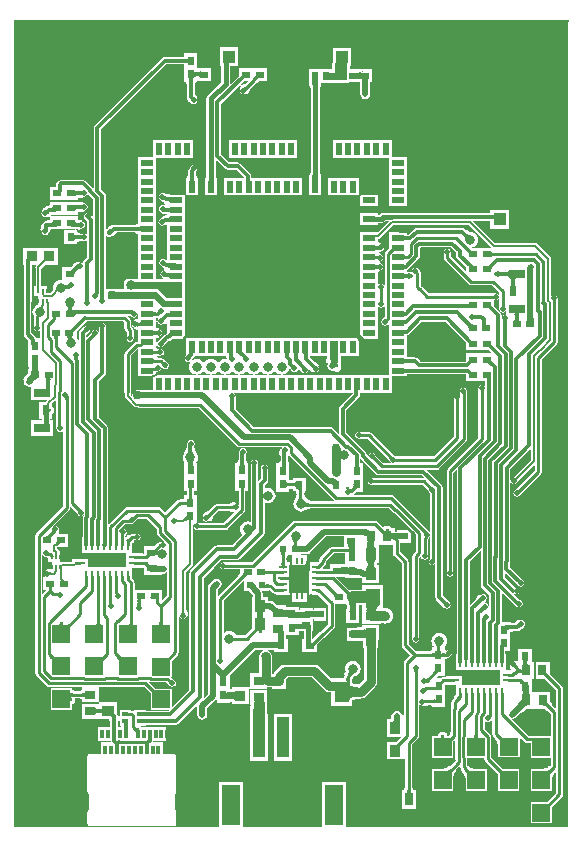
<source format=gtl>
G04*
G04 #@! TF.GenerationSoftware,Altium Limited,Altium Designer,18.0.7 (293)*
G04*
G04 Layer_Physical_Order=1*
G04 Layer_Color=255*
%FSLAX25Y25*%
%MOIN*%
G70*
G01*
G75*
%ADD11C,0.01000*%
%ADD17C,0.00700*%
%ADD22C,0.00600*%
%ADD25R,0.03937X0.01968*%
%ADD26R,0.01968X0.03937*%
%ADD27C,0.03150*%
%ADD28C,0.03937*%
%ADD29R,0.03543X0.03937*%
%ADD30R,0.03937X0.03937*%
%ADD31R,0.07480X0.08661*%
%ADD32R,0.08661X0.07480*%
%ADD33R,0.04724X0.12992*%
%ADD34R,0.12992X0.04724*%
%ADD35R,0.01181X0.02756*%
%ADD36R,0.03937X0.02756*%
%ADD37R,0.08661X0.04134*%
%ADD38R,0.04134X0.04134*%
%ADD39R,0.04134X0.04134*%
%ADD40R,0.04134X0.08661*%
%ADD41R,0.05512X0.03150*%
%ADD42R,0.02362X0.03543*%
%ADD43R,0.02953X0.02362*%
%ADD44R,0.03543X0.03150*%
%ADD45R,0.02362X0.02953*%
%ADD46R,0.03150X0.03543*%
%ADD47R,0.03543X0.00945*%
%ADD48R,0.00945X0.03543*%
%ADD49R,0.11417X0.03937*%
%ADD50R,0.00787X0.01378*%
%ADD51R,0.06500X0.09449*%
%ADD52R,0.02559X0.00984*%
%ADD53R,0.01102X0.02165*%
%ADD54R,0.02520X0.02362*%
%ADD55R,0.03543X0.03937*%
%ADD56R,0.03543X0.03543*%
%ADD57R,0.05906X0.13386*%
%ADD58R,0.03937X0.13780*%
%ADD59R,0.05118X0.07087*%
%ADD60R,0.03937X0.03543*%
%ADD61R,0.01968X0.01181*%
%ADD62R,0.02362X0.01968*%
%ADD63R,0.05118X0.05512*%
%ADD64R,0.02362X0.02520*%
%ADD65R,0.05512X0.04331*%
%ADD66R,0.02756X0.04331*%
%ADD67R,0.03543X0.03543*%
%ADD68R,0.01890X0.02126*%
%ADD121C,0.00800*%
%ADD122C,0.01200*%
%ADD123C,0.01500*%
%ADD124C,0.00000*%
%ADD125C,0.02000*%
%ADD126C,0.01800*%
%ADD127C,0.01900*%
%ADD128C,0.03000*%
%ADD129C,0.01400*%
%ADD130C,0.00900*%
%ADD131C,0.02500*%
%ADD132C,0.03500*%
%ADD133C,0.04000*%
%ADD134R,0.06120X0.00180*%
%ADD135R,0.04340X0.02420*%
%ADD136R,0.00080X0.00020*%
%ADD137R,0.04440X0.02340*%
%ADD138R,0.03900X0.05520*%
%ADD139O,0.04331X0.08661*%
%ADD140O,0.05118X0.10236*%
%ADD141R,0.05906X0.05906*%
%ADD142R,0.05906X0.05906*%
%ADD143C,0.02063*%
%ADD144C,0.02165*%
%ADD145C,0.01968*%
%ADD146C,0.03000*%
%ADD147C,0.03200*%
%ADD148C,0.02500*%
G36*
X193301Y299750D02*
X193350Y299663D01*
X192940Y298980D01*
Y30960D01*
X118913D01*
Y45833D01*
X111007D01*
Y30960D01*
X84661D01*
Y45833D01*
X76755D01*
Y30960D01*
X8300D01*
X8240Y299699D01*
X8311Y299770D01*
X193301Y299750D01*
D02*
G37*
%LPC*%
G36*
X82947Y290783D02*
X76813D01*
Y284649D01*
X77351D01*
Y279353D01*
X72863Y274866D01*
X72531Y274370D01*
X72415Y273784D01*
Y247363D01*
X71960D01*
Y241426D01*
X75929D01*
Y247363D01*
X75474D01*
Y253385D01*
X75566Y253424D01*
X78654Y250336D01*
X79051Y250071D01*
X79519Y249977D01*
X82402D01*
X84916Y247463D01*
X84890Y247363D01*
X78259D01*
Y241426D01*
X104275D01*
Y247363D01*
X87382D01*
Y247951D01*
X87289Y248419D01*
X87024Y248816D01*
X83774Y252066D01*
X83377Y252331D01*
X82909Y252425D01*
X80026D01*
X77320Y255130D01*
Y271909D01*
X84950Y279539D01*
X86233D01*
X86271Y279447D01*
X85518Y278693D01*
X85471Y278706D01*
X85453Y278704D01*
X85435Y278709D01*
X85256Y278680D01*
X85076Y278659D01*
X85060Y278649D01*
X85041Y278647D01*
X84887Y278552D01*
X84729Y278463D01*
X84718Y278449D01*
X84702Y278439D01*
X84578Y278325D01*
X84558Y278309D01*
X84555Y278307D01*
X84406Y278287D01*
X84377Y278270D01*
X84344Y278263D01*
X84206Y278171D01*
X84062Y278088D01*
X84041Y278061D01*
X84013Y278042D01*
X83921Y277904D01*
X83820Y277772D01*
X83811Y277740D01*
X83792Y277712D01*
X83760Y277549D01*
X83717Y277388D01*
X83721Y277355D01*
X83714Y277321D01*
X83747Y277158D01*
X83769Y276994D01*
X83771Y276990D01*
X83624Y276769D01*
X83539Y276340D01*
X83624Y275911D01*
X83867Y275547D01*
X84231Y275304D01*
X84660Y275218D01*
X84751D01*
X84751Y275218D01*
X85180Y275304D01*
X85255Y275354D01*
X85355Y275327D01*
X85515Y275274D01*
X85546Y275276D01*
X85576Y275268D01*
X85743Y275290D01*
X85912Y275302D01*
X85940Y275316D01*
X85970Y275320D01*
X86117Y275405D01*
X86268Y275480D01*
X86288Y275503D01*
X86315Y275519D01*
X86418Y275653D01*
X86528Y275780D01*
X86538Y275810D01*
X86557Y275835D01*
X86601Y275998D01*
X86605Y276011D01*
X86611Y276023D01*
X86618Y276034D01*
X86619Y276037D01*
X86625Y276046D01*
X86639Y276065D01*
X86724Y276163D01*
X86779Y276219D01*
X86862Y276348D01*
X86957Y276468D01*
X86969Y276514D01*
X86995Y276554D01*
X87022Y276704D01*
X87063Y276851D01*
X87058Y276898D01*
X87066Y276945D01*
X87044Y277047D01*
X88837Y278840D01*
X88946Y278861D01*
X89133Y278895D01*
X89141Y278900D01*
X89150Y278902D01*
X89308Y279008D01*
X89468Y279110D01*
X89912Y279539D01*
X92700D01*
Y283901D01*
X83220D01*
Y281269D01*
X80466Y278516D01*
X80378Y278563D01*
X80409Y278720D01*
Y284649D01*
X82947D01*
Y290783D01*
D02*
G37*
G36*
X120594Y290623D02*
X114460D01*
Y285758D01*
X114440Y285660D01*
Y283500D01*
X111020D01*
X110921Y283480D01*
X106554D01*
Y280053D01*
X106548Y280030D01*
X106553Y280001D01*
X106547Y279972D01*
X106554Y279934D01*
Y278960D01*
X106713D01*
X106741Y278481D01*
X106743Y278166D01*
X106782Y277975D01*
X106821Y277782D01*
X106822Y277780D01*
X106823Y277777D01*
X106933Y277614D01*
X107042Y277451D01*
X107044Y277449D01*
X107046Y277447D01*
X107133Y277389D01*
Y248934D01*
X107045Y248875D01*
X107044Y248873D01*
X107042Y248872D01*
X106933Y248709D01*
X106822Y248545D01*
X106822Y248543D01*
X106821Y248541D01*
X106782Y248348D01*
X106743Y248155D01*
X106742Y247825D01*
X106729Y247363D01*
X106606D01*
Y246389D01*
X106598Y246351D01*
X106606Y246313D01*
Y241426D01*
X110574D01*
Y246313D01*
X110582Y246351D01*
Y248151D01*
X110504Y248541D01*
X110283Y248872D01*
X110192Y248933D01*
Y277387D01*
X110268Y277436D01*
X110275Y277445D01*
X110284Y277451D01*
X110389Y277608D01*
X110496Y277762D01*
X110499Y277773D01*
X110505Y277782D01*
X110541Y277967D01*
X110582Y278151D01*
X110595Y278768D01*
X110611Y278960D01*
X113141D01*
X113240Y278940D01*
X119360D01*
X119750Y279018D01*
X119928Y279137D01*
X119937D01*
X120020Y279120D01*
X123729D01*
Y275100D01*
X123853Y274476D01*
X124206Y273946D01*
X124736Y273593D01*
X125360Y273469D01*
X125984Y273593D01*
X126514Y273946D01*
X126867Y274476D01*
X126991Y275100D01*
Y279179D01*
X127580D01*
Y283541D01*
X124813D01*
X124720Y283560D01*
X124640D01*
X124550Y283542D01*
X124360Y283580D01*
X120380D01*
Y284489D01*
X120594D01*
Y290623D01*
D02*
G37*
G36*
X69412Y288871D02*
X65050D01*
Y287618D01*
X58486D01*
X58018Y287525D01*
X57621Y287260D01*
X35235Y264874D01*
X34970Y264477D01*
X34876Y264009D01*
Y243634D01*
X34776Y243624D01*
X34775Y243633D01*
X34509Y244030D01*
X33230Y245309D01*
X32833Y245575D01*
X32821Y245577D01*
X32057Y246341D01*
X31660Y246606D01*
X31192Y246699D01*
X24075D01*
X23607Y246606D01*
X23210Y246341D01*
X22679Y245809D01*
X22413Y245412D01*
X22320Y244944D01*
Y244356D01*
X20191D01*
Y239994D01*
X29671D01*
Y240592D01*
X29689Y240593D01*
X29886Y240598D01*
X29992Y240622D01*
X30101Y240598D01*
X30376Y240592D01*
X30432Y240587D01*
X30438Y240583D01*
X30512Y240572D01*
X30581Y240543D01*
X30707Y240542D01*
X30832Y240523D01*
X30904Y240540D01*
X30978Y240540D01*
X31095Y240587D01*
X31218Y240617D01*
X31278Y240661D01*
X31347Y240689D01*
X31437Y240778D01*
X31539Y240852D01*
X31578Y240916D01*
X31631Y240968D01*
X31662Y241043D01*
X31886Y241087D01*
X32283Y241352D01*
X32325Y241395D01*
X32590Y241792D01*
X32643Y242055D01*
X32741Y242074D01*
X32779Y242017D01*
X34605Y240191D01*
Y234368D01*
X34513Y234330D01*
X33989Y234853D01*
X33970Y234948D01*
X33705Y235345D01*
X33308Y235610D01*
X32840Y235703D01*
X32372Y235610D01*
X31975Y235345D01*
X31710Y234948D01*
X31617Y234480D01*
Y234272D01*
X31710Y233804D01*
X31975Y233407D01*
X32581Y232801D01*
Y228487D01*
X32481Y228434D01*
X32176Y228638D01*
X31708Y228731D01*
X30302D01*
X30252Y228809D01*
X30241Y228817D01*
X30233Y228828D01*
X30079Y228932D01*
X29927Y229039D01*
X29914Y229042D01*
X29903Y229049D01*
X29721Y229086D01*
X29539Y229127D01*
X29343Y229132D01*
X29325Y229134D01*
Y229755D01*
X24962D01*
Y225235D01*
X29325D01*
Y225882D01*
X29343Y225883D01*
X29539Y225888D01*
X29721Y225929D01*
X29903Y225965D01*
X29914Y225973D01*
X29927Y225976D01*
X30079Y226083D01*
X30233Y226186D01*
X30241Y226198D01*
X30252Y226206D01*
X30302Y226284D01*
X31502D01*
X31540Y226276D01*
X31700D01*
X32168Y226370D01*
X32481Y226578D01*
X32581Y226525D01*
Y220761D01*
X31671Y219851D01*
X31405Y219454D01*
X31312Y218986D01*
Y218585D01*
X31212Y218555D01*
X31045Y218805D01*
X30648Y219070D01*
X30180Y219163D01*
X29712Y219070D01*
X29671Y219043D01*
X29591Y219094D01*
X29513Y219109D01*
X29441Y219141D01*
X29319Y219144D01*
X29200Y219165D01*
X29122Y219148D01*
X29043Y219150D01*
X28930Y219107D01*
X28811Y219081D01*
X28746Y219036D01*
X28672Y219007D01*
X28584Y218923D01*
X28484Y218854D01*
X28063Y218418D01*
X28038Y218379D01*
X28003Y218351D01*
X27931Y218213D01*
X27906Y218174D01*
X27824Y218119D01*
X27670Y218024D01*
X27220Y217606D01*
X27062Y217479D01*
X27008Y217441D01*
X24424D01*
Y213187D01*
X24348Y213121D01*
X23920Y213177D01*
X23248Y213088D01*
X22622Y212829D01*
X22084Y212416D01*
X21671Y211878D01*
X21411Y211252D01*
X21323Y210580D01*
X21411Y209908D01*
X21426Y209873D01*
X20399Y208847D01*
X19214D01*
Y211375D01*
X17411D01*
Y216944D01*
X18775Y218308D01*
X22876D01*
Y223852D01*
X17333D01*
Y219750D01*
X17024Y219441D01*
X16932Y219479D01*
Y223852D01*
X11388D01*
Y218308D01*
X11672D01*
Y206543D01*
X11665Y206533D01*
X11572Y206065D01*
Y195164D01*
X11665Y194696D01*
X11931Y194299D01*
X12979Y193251D01*
Y188907D01*
Y185438D01*
X12971Y185402D01*
X12972Y185397D01*
X12971Y185392D01*
X12979Y185354D01*
Y184380D01*
X13173D01*
X13199Y184001D01*
X13186Y183747D01*
X13182Y183701D01*
X12840D01*
Y182727D01*
X12832Y182689D01*
X12840Y182651D01*
Y182030D01*
X12021Y181086D01*
X11714Y180774D01*
X11659Y180690D01*
X11589Y180619D01*
X11551Y180526D01*
X11496Y180441D01*
X11477Y180343D01*
X11440Y180251D01*
X11440Y180150D01*
X11422Y180050D01*
X11442Y179953D01*
X11443Y179853D01*
X11482Y179760D01*
X11502Y179661D01*
X11558Y179578D01*
X11561Y179573D01*
X11517Y179352D01*
X11641Y178728D01*
X11995Y178198D01*
X12524Y177845D01*
X13148Y177720D01*
X13686Y177828D01*
X13786Y177745D01*
Y173131D01*
X19141D01*
X19179Y173038D01*
X19066Y172925D01*
X18856Y172611D01*
X18848Y172572D01*
X16739D01*
Y167028D01*
X17544D01*
Y166469D01*
X13786D01*
Y161320D01*
X21298D01*
Y166469D01*
X20296D01*
Y167028D01*
X21101D01*
Y168636D01*
X21241Y168729D01*
X21244Y168733D01*
X21248Y168736D01*
X21354Y168898D01*
X21462Y169060D01*
X21463Y169065D01*
X21466Y169069D01*
X21502Y169260D01*
X21540Y169450D01*
Y170150D01*
X21503Y170335D01*
X21470Y170520D01*
X21464Y170529D01*
X21462Y170540D01*
X21357Y170697D01*
X21256Y170856D01*
X21247Y170862D01*
X21241Y170871D01*
X21101Y170964D01*
Y172221D01*
X22142Y173261D01*
X22234Y173223D01*
Y164406D01*
X22234Y164406D01*
X22320Y163977D01*
X22563Y163613D01*
X22689Y163487D01*
X22724Y163311D01*
X22967Y162947D01*
X23331Y162704D01*
X23760Y162619D01*
X24189Y162704D01*
X24553Y162947D01*
X24627Y163058D01*
X24723Y163029D01*
Y137786D01*
X15743Y128806D01*
X15500Y128442D01*
X15414Y128013D01*
X15414Y128013D01*
Y82220D01*
X15414Y82220D01*
X15500Y81791D01*
X15743Y81427D01*
X19196Y77974D01*
X19196Y77974D01*
X19560Y77731D01*
X19989Y77646D01*
X19989Y77646D01*
X30830D01*
X30902Y77579D01*
X30902Y77546D01*
Y76524D01*
X30887Y76524D01*
X30706Y76483D01*
X30524Y76446D01*
X30513Y76439D01*
X30500Y76436D01*
X30348Y76329D01*
X30193Y76225D01*
X30186Y76214D01*
X30175Y76206D01*
X30124Y76126D01*
X28751D01*
X28700Y76206D01*
X28689Y76214D01*
X28682Y76225D01*
X28527Y76329D01*
X28375Y76436D01*
X28362Y76439D01*
X28351Y76446D01*
X28169Y76483D01*
X27987Y76524D01*
X27826Y76528D01*
X27813Y76529D01*
X27751Y76604D01*
X27670Y76725D01*
X27624Y76756D01*
X27589Y76798D01*
X27573Y76806D01*
Y77073D01*
X20467D01*
Y69967D01*
X27573D01*
Y71940D01*
X27607Y71978D01*
X27637Y71998D01*
X27644Y71999D01*
X27759Y72001D01*
X27944Y72041D01*
X28130Y72078D01*
X28138Y72083D01*
X28148Y72085D01*
X28303Y72194D01*
X28461Y72299D01*
X28466Y72307D01*
X28474Y72312D01*
X28577Y72472D01*
X28682Y72630D01*
X28684Y72639D01*
X28689Y72647D01*
X28723Y72834D01*
X28760Y73020D01*
Y73883D01*
X30124D01*
X30175Y73802D01*
X30186Y73795D01*
X30193Y73783D01*
X30348Y73680D01*
X30500Y73573D01*
X30513Y73570D01*
X30524Y73562D01*
X30706Y73526D01*
X30887Y73485D01*
X30902Y73485D01*
Y72430D01*
X36445D01*
Y77546D01*
X36445Y77579D01*
X36518Y77646D01*
X51588D01*
X53787Y75447D01*
Y69927D01*
X59926D01*
X59965Y69835D01*
X59759Y69629D01*
X52346D01*
Y69996D01*
X48377D01*
Y69220D01*
X48285Y69182D01*
X48268Y69198D01*
X47904Y69441D01*
X47475Y69527D01*
X47424Y69604D01*
Y69996D01*
X43456D01*
Y65784D01*
X43455Y65783D01*
X43456Y65779D01*
Y65700D01*
X43448Y65662D01*
X43456Y65623D01*
Y64649D01*
X43969D01*
X43970Y64638D01*
X43975Y64438D01*
X44007Y64294D01*
X43945Y64195D01*
X42890D01*
Y65928D01*
X42988Y65993D01*
X42995Y66004D01*
X43006Y66011D01*
X43105Y66169D01*
X43209Y66324D01*
X43211Y66337D01*
X43218Y66348D01*
X43250Y66531D01*
X43286Y66714D01*
X43284Y66727D01*
X43286Y66740D01*
X43280Y66968D01*
X43273Y66998D01*
X43277Y67028D01*
X43260Y67232D01*
X43249Y67269D01*
X43250Y67307D01*
X43222Y67487D01*
X43205Y67533D01*
X43202Y67581D01*
X43161Y67737D01*
X43134Y67793D01*
X43123Y67855D01*
X43071Y67987D01*
X43028Y68054D01*
X43002Y68130D01*
X42938Y68238D01*
X42871Y68314D01*
X42820Y68401D01*
X42745Y68485D01*
X42744Y68486D01*
X42702Y68548D01*
Y72445D01*
X36765D01*
Y71209D01*
X36750Y71207D01*
X36605Y71204D01*
X36461Y71207D01*
X36445Y71209D01*
Y72067D01*
X30902D01*
Y66918D01*
X36445D01*
Y67957D01*
X36461Y67959D01*
X36605Y67962D01*
X36750Y67959D01*
X36765Y67957D01*
Y66902D01*
X40041D01*
X40042Y66884D01*
X40047Y66687D01*
X40088Y66506D01*
X40125Y66324D01*
X40132Y66312D01*
X40135Y66299D01*
X40242Y66147D01*
X40346Y65993D01*
X40357Y65985D01*
X40365Y65974D01*
X40443Y65925D01*
Y64195D01*
X36139D01*
Y60451D01*
X36340D01*
X36325Y60441D01*
X36311Y60411D01*
X36300Y60361D01*
X36289Y60291D01*
X36274Y60091D01*
X36261Y59451D01*
X36139D01*
Y59439D01*
X40489D01*
X40542Y59176D01*
X40488Y59076D01*
X37123D01*
Y55395D01*
X33783D01*
X33393Y55318D01*
X33062Y55097D01*
X32841Y54766D01*
X32763Y54376D01*
Y32121D01*
X32841Y31731D01*
X33062Y31400D01*
X33393Y31179D01*
X33783Y31102D01*
X61352D01*
X61742Y31179D01*
X62073Y31400D01*
X62294Y31731D01*
X62371Y32121D01*
Y54376D01*
X62294Y54766D01*
X62073Y55097D01*
X61742Y55318D01*
X61352Y55395D01*
X58021D01*
Y59076D01*
X54667D01*
X54606Y59176D01*
X54658Y59439D01*
X59005D01*
Y59451D01*
X58883D01*
X58882Y59641D01*
X58833Y60411D01*
X58820Y60441D01*
X58805Y60451D01*
X59005D01*
Y64195D01*
X50940D01*
X50871Y64297D01*
X50762Y64460D01*
X50759Y64462D01*
X50758Y64464D01*
X50629Y64549D01*
X50659Y64649D01*
X52346D01*
Y65017D01*
X62220D01*
X62688Y65110D01*
X63085Y65375D01*
X69430Y71720D01*
X69522Y71670D01*
X69409Y71100D01*
Y68360D01*
X69533Y67736D01*
X69886Y67207D01*
X70416Y66853D01*
X71040Y66729D01*
X71664Y66853D01*
X72193Y67207D01*
X72547Y67736D01*
X72671Y68360D01*
Y70424D01*
X75649Y73402D01*
X75703Y73483D01*
X75799Y73454D01*
Y72304D01*
X79111D01*
X79149Y72296D01*
X79187Y72304D01*
X80161D01*
Y72656D01*
X80528Y72681D01*
X80596Y72676D01*
X80822Y72645D01*
X80969Y72613D01*
Y71895D01*
X81943D01*
X81981Y71887D01*
X82019Y71895D01*
X86512D01*
Y77438D01*
X82019D01*
X81981Y77446D01*
X81943Y77438D01*
X80969D01*
Y76818D01*
X80861Y76798D01*
X80473Y76764D01*
X80244Y76784D01*
X80161Y76795D01*
Y81294D01*
X88664Y89797D01*
X91209D01*
X91239Y89697D01*
X90606Y89274D01*
X90142Y88579D01*
X89979Y87760D01*
Y82191D01*
X87088D01*
Y77041D01*
X92632D01*
Y77434D01*
X92709Y77498D01*
X92825Y77475D01*
X94400D01*
Y77051D01*
X98920D01*
Y80250D01*
X99455Y80785D01*
X107547D01*
X111894Y76438D01*
X112589Y75974D01*
X113408Y75811D01*
X113972D01*
Y71365D01*
X121090D01*
Y72906D01*
X121092Y72913D01*
X121109Y73078D01*
X121117Y73100D01*
X121130Y73119D01*
X121177Y73163D01*
X121290Y73232D01*
X121485Y73312D01*
X121765Y73387D01*
X122127Y73447D01*
X122566Y73486D01*
X123105Y73500D01*
X123286Y73541D01*
X123468Y73577D01*
X123480Y73585D01*
X123493Y73588D01*
X123645Y73695D01*
X123799Y73798D01*
X123807Y73810D01*
X123818Y73818D01*
X123856Y73878D01*
X123975D01*
X124794Y74041D01*
X125489Y74505D01*
X128708Y77724D01*
X129172Y78419D01*
X129335Y79238D01*
Y90454D01*
X129408Y90502D01*
X129411Y90506D01*
X129415Y90509D01*
X129523Y90671D01*
X129632Y90831D01*
X129633Y90835D01*
X129636Y90840D01*
X129674Y91030D01*
X129713Y91220D01*
X129723Y92281D01*
X129767Y93218D01*
X129965D01*
Y94192D01*
X129973Y94230D01*
X129965Y94268D01*
Y98367D01*
X125472D01*
X125434Y98375D01*
X125396Y98367D01*
X124422D01*
Y97625D01*
X124291Y97586D01*
X124065Y97542D01*
X123353Y97478D01*
X122915Y97469D01*
X122730Y97429D01*
X122544Y97392D01*
X122536Y97386D01*
X122526Y97384D01*
X122521Y97381D01*
X119160D01*
Y93019D01*
X122528D01*
X122544Y93008D01*
X122554Y93006D01*
X122563Y93001D01*
X122749Y92967D01*
X122934Y92930D01*
X122944Y92932D01*
X122954Y92931D01*
X124229Y92956D01*
X124257Y92962D01*
X124285Y92958D01*
X124530Y92977D01*
X124606Y92911D01*
X124672Y91768D01*
X124674Y91225D01*
X124713Y91032D01*
X124752Y90840D01*
X124753Y90838D01*
X124753Y90835D01*
X124863Y90673D01*
X124973Y90509D01*
X124975Y90508D01*
X124976Y90506D01*
X125052Y90455D01*
Y80125D01*
X123402Y78474D01*
X123286Y78498D01*
X123105Y78539D01*
X122566Y78553D01*
X122127Y78592D01*
X121765Y78652D01*
X121485Y78727D01*
X121290Y78807D01*
X121177Y78876D01*
X121130Y78920D01*
X121117Y78939D01*
X121109Y78961D01*
X121092Y79126D01*
X121090Y79133D01*
Y79392D01*
X121098Y79428D01*
X121110Y80428D01*
X121108Y80434D01*
X121110Y80440D01*
X121072Y80629D01*
X121062Y80685D01*
X121190Y80802D01*
X121259Y80856D01*
X121334Y80909D01*
X121404Y80952D01*
X121470Y80987D01*
X121531Y81014D01*
X121588Y81035D01*
X121641Y81050D01*
X121729Y81069D01*
X121757Y81081D01*
X121788Y81083D01*
X121814Y81096D01*
X121932Y81112D01*
X122558Y81371D01*
X123096Y81784D01*
X123509Y82322D01*
X123768Y82948D01*
X123857Y83620D01*
X123768Y84292D01*
X123509Y84918D01*
X123096Y85456D01*
X122558Y85869D01*
X121932Y86128D01*
X121260Y86217D01*
X120588Y86128D01*
X119962Y85869D01*
X119424Y85456D01*
X119011Y84918D01*
X118752Y84292D01*
X118663Y83620D01*
X118752Y82948D01*
X118801Y82829D01*
X118803Y82797D01*
X118810Y82782D01*
X118811Y82774D01*
X118806Y82765D01*
X118775Y82719D01*
X118726Y82658D01*
X118634Y82561D01*
X118568Y82454D01*
X118486Y82357D01*
X118463Y82286D01*
X118424Y82223D01*
X118404Y82098D01*
X118365Y81978D01*
X118371Y81904D01*
X118359Y81830D01*
X118388Y81708D01*
X118399Y81582D01*
X118433Y81516D01*
X118450Y81443D01*
X118476Y81406D01*
X118468Y81368D01*
X118468Y81368D01*
Y81230D01*
X118388Y81179D01*
X118380Y81168D01*
X118369Y81161D01*
X118266Y81006D01*
X118159Y80854D01*
X118156Y80841D01*
X118148Y80830D01*
X118112Y80648D01*
X118071Y80466D01*
X118070Y80452D01*
X113972D01*
X113972Y80452D01*
Y80452D01*
X113891Y80497D01*
X109948Y84440D01*
X109253Y84904D01*
X108434Y85067D01*
X98568D01*
X97749Y84904D01*
X97054Y84440D01*
X94979Y82365D01*
X94573Y81757D01*
X94261D01*
Y87760D01*
X94098Y88579D01*
X93634Y89274D01*
X93001Y89697D01*
X93031Y89797D01*
X95100D01*
Y89169D01*
X99462D01*
Y93688D01*
X98913D01*
Y94249D01*
X98932D01*
Y94740D01*
X103221D01*
Y96460D01*
X103480D01*
Y96087D01*
X104873D01*
Y93481D01*
X104364D01*
Y89119D01*
X109316D01*
Y91895D01*
X111334Y93913D01*
X111525Y93951D01*
X111889Y94194D01*
X114953Y97258D01*
X114953Y97258D01*
X115196Y97622D01*
X115282Y98051D01*
X115281Y98051D01*
Y105259D01*
X119082D01*
X119134Y104604D01*
X119136Y104454D01*
X119119Y103580D01*
X118991D01*
Y102606D01*
X118984Y102568D01*
X118991Y102530D01*
Y99060D01*
X123353D01*
Y102530D01*
X123361Y102568D01*
X123353Y102606D01*
Y103580D01*
X123219D01*
X123179Y104221D01*
X123179Y104353D01*
X123182Y104616D01*
X123193Y104818D01*
X124314D01*
Y103968D01*
X124396D01*
X124422Y103879D01*
X124422D01*
Y102958D01*
X124417Y102940D01*
X124422Y102903D01*
X124415Y102867D01*
X124422Y102829D01*
Y98730D01*
X128915D01*
X128953Y98722D01*
X128961Y98724D01*
X128969Y98722D01*
X129469Y98730D01*
X129965D01*
Y98737D01*
X131340Y98758D01*
X131994Y98672D01*
X132666Y98760D01*
X133292Y99019D01*
X133830Y99432D01*
X134243Y99970D01*
X134502Y100596D01*
X134591Y101268D01*
X134502Y101941D01*
X134243Y102567D01*
X133830Y103105D01*
X133292Y103518D01*
X132666Y103777D01*
X131994Y103866D01*
X131556Y103808D01*
X130439Y103813D01*
X130380Y103815D01*
X130334Y103916D01*
X130373Y103963D01*
X130423Y103968D01*
X131432D01*
Y111480D01*
X124314D01*
Y110062D01*
X121144D01*
X120465Y109973D01*
X120067Y109808D01*
X115764Y114110D01*
X115802Y114203D01*
X117203D01*
X117242Y114195D01*
X117280Y114203D01*
X118254D01*
Y114331D01*
X118446Y114343D01*
X118619Y114333D01*
X118679Y114325D01*
Y113920D01*
X119653D01*
X119691Y113912D01*
X119729Y113920D01*
X121986D01*
X122023Y113912D01*
X123818Y113901D01*
X123892Y113852D01*
X124412Y113748D01*
Y112354D01*
X129956D01*
Y117241D01*
X129963Y117279D01*
X129956Y117317D01*
Y118291D01*
X129286D01*
X129262Y118410D01*
X129244Y118599D01*
X129259Y118716D01*
X129286Y118850D01*
X129956D01*
Y119824D01*
X129963Y119862D01*
X129956Y119900D01*
Y123737D01*
X129963Y123775D01*
X129956Y123813D01*
Y124787D01*
X129291D01*
X129259Y124880D01*
X129294Y124941D01*
X129343Y124977D01*
X129733D01*
Y125951D01*
X129740Y125989D01*
X129733Y126027D01*
Y129166D01*
X129825Y129204D01*
X130095Y128934D01*
Y124977D01*
X134678D01*
Y122160D01*
X134678Y122160D01*
X134764Y121731D01*
X135007Y121367D01*
X137554Y118820D01*
Y91480D01*
X137554Y91480D01*
X137639Y91051D01*
X137882Y90687D01*
X140281Y88288D01*
X138480Y86487D01*
X138237Y86123D01*
X138152Y85694D01*
X138152Y85693D01*
Y66885D01*
X138115Y66800D01*
X138004D01*
X137961Y67444D01*
X137960Y67792D01*
X137920Y67985D01*
X137882Y68178D01*
X137881Y68180D01*
X137880Y68182D01*
X137770Y68346D01*
X137661Y68509D01*
X137659Y68510D01*
X137658Y68512D01*
X137494Y68621D01*
X137414Y68674D01*
X137093Y69153D01*
X136564Y69507D01*
X135940Y69631D01*
X135316Y69507D01*
X134786Y69153D01*
X134466Y68674D01*
X134395Y68627D01*
X134238Y68528D01*
X134230Y68516D01*
X134219Y68509D01*
X134116Y68355D01*
X134009Y68203D01*
X134006Y68190D01*
X133998Y68178D01*
X133962Y67996D01*
X133921Y67815D01*
X133912Y67464D01*
X133888Y67193D01*
X133852Y66979D01*
X133812Y66827D01*
X133800Y66800D01*
X132572D01*
Y60863D01*
X137306D01*
X137345Y60771D01*
X135925Y59351D01*
X132636D01*
Y53414D01*
X138179D01*
Y58433D01*
X138634Y58888D01*
X138734Y58846D01*
Y44159D01*
X138653Y44108D01*
X138646Y44097D01*
X138634Y44089D01*
X138531Y43935D01*
X138424Y43783D01*
X138421Y43770D01*
X138413Y43758D01*
X138377Y43576D01*
X138336Y43395D01*
X138336Y43380D01*
X137477D01*
Y37050D01*
X142233D01*
Y43380D01*
X141375D01*
X141375Y43395D01*
X141333Y43576D01*
X141297Y43758D01*
X141290Y43770D01*
X141287Y43783D01*
X141180Y43935D01*
X141076Y44089D01*
X141065Y44097D01*
X141057Y44108D01*
X140977Y44159D01*
Y58441D01*
X142973Y60438D01*
X142973Y60438D01*
X143216Y60802D01*
X143301Y61231D01*
Y72014D01*
X143402Y72044D01*
X143547Y71827D01*
X143911Y71584D01*
X144321Y71502D01*
X144422Y71399D01*
X144528Y71276D01*
X144561Y71259D01*
X144588Y71232D01*
X144738Y71169D01*
X144882Y71095D01*
X144920Y71092D01*
X144954Y71077D01*
X145117Y71076D01*
X145279Y71063D01*
X145315Y71075D01*
X145352Y71074D01*
X145503Y71135D01*
X145657Y71186D01*
X145686Y71210D01*
X145721Y71224D01*
X145778Y71281D01*
X145818Y71285D01*
X145885Y71286D01*
X145985Y71308D01*
X146088Y71311D01*
X146178Y71351D01*
X146274Y71372D01*
X146358Y71431D01*
X146451Y71473D01*
X146519Y71544D01*
X146599Y71600D01*
X146653Y71684D01*
X146882D01*
X146941Y71593D01*
X146946Y71590D01*
X146950Y71584D01*
X147110Y71477D01*
X147269Y71368D01*
X147275Y71367D01*
X147281Y71363D01*
X147470Y71326D01*
X147658Y71286D01*
X147659Y71286D01*
Y71060D01*
X148627D01*
X148664Y71052D01*
X148703Y71060D01*
X152021D01*
Y75587D01*
Y78635D01*
X152134D01*
Y78284D01*
X155597D01*
Y75340D01*
X155590Y75297D01*
X155597Y75267D01*
Y75122D01*
X155564Y75073D01*
X155327Y74790D01*
X155168Y74625D01*
X155087Y74498D01*
X154993Y74379D01*
X154980Y74332D01*
X154953Y74290D01*
X154927Y74142D01*
X154886Y73997D01*
X154892Y73947D01*
X154883Y73898D01*
X154905Y73799D01*
X154394Y73288D01*
X154151Y72924D01*
X154066Y72495D01*
X154066Y72495D01*
Y70604D01*
X154051Y70582D01*
X153966Y70153D01*
X153966Y70153D01*
Y68308D01*
X153951Y68286D01*
X153866Y67857D01*
X153866Y67856D01*
Y65206D01*
X153866Y65206D01*
X153951Y64776D01*
X153966Y64754D01*
Y62955D01*
X153851Y62783D01*
X153766Y62354D01*
X153766Y62354D01*
Y61812D01*
X153087Y61133D01*
X152922D01*
X152913Y61149D01*
X152871Y61184D01*
X152841Y61230D01*
X152720Y61311D01*
X152645Y61373D01*
X152643Y61386D01*
X152639Y61547D01*
X152598Y61729D01*
X152562Y61911D01*
X152555Y61922D01*
X152551Y61935D01*
X152444Y62087D01*
X152341Y62242D01*
X152330Y62249D01*
X152322Y62260D01*
X152165Y62359D01*
X152010Y62463D01*
X151997Y62465D01*
X151986Y62473D01*
X151802Y62504D01*
X151620Y62540D01*
X150620D01*
X150437Y62504D01*
X150254Y62473D01*
X150243Y62465D01*
X150230Y62463D01*
X150075Y62359D01*
X149918Y62260D01*
X149910Y62249D01*
X149899Y62242D01*
X149796Y62087D01*
X149688Y61935D01*
X149686Y61922D01*
X149678Y61911D01*
X149642Y61729D01*
X149601Y61547D01*
X149597Y61386D01*
X149595Y61373D01*
X149520Y61311D01*
X149399Y61230D01*
X149369Y61184D01*
X149327Y61149D01*
X149318Y61133D01*
X147567D01*
Y54027D01*
X154673D01*
Y59547D01*
X155273Y60147D01*
X155366Y60109D01*
Y53549D01*
X155366Y53549D01*
X155451Y53120D01*
X155512Y53029D01*
X153710Y51228D01*
X153699Y51228D01*
X153609Y51247D01*
X153501Y51228D01*
X153392Y51228D01*
X153307Y51193D01*
X153217Y51177D01*
X153125Y51118D01*
X153024Y51076D01*
X152960Y51012D01*
X152883Y50963D01*
X152714Y50800D01*
X152576Y50678D01*
X152458Y50585D01*
X152364Y50521D01*
X152332Y50502D01*
X152245Y50526D01*
X152182Y50518D01*
X152120Y50527D01*
X151987Y50493D01*
X151851Y50475D01*
X151796Y50444D01*
X151734Y50428D01*
X151625Y50346D01*
X151506Y50277D01*
X151467Y50227D01*
X151416Y50189D01*
X151383Y50133D01*
X147567D01*
Y43027D01*
X154673D01*
Y47783D01*
X154719Y47809D01*
X154788Y47899D01*
X154873Y47977D01*
X154909Y48055D01*
X154962Y48124D01*
X154992Y48234D01*
X155040Y48338D01*
X155043Y48424D01*
X155066Y48508D01*
X155051Y48621D01*
X155056Y48736D01*
X155042Y48775D01*
X155301Y49077D01*
X155500Y49282D01*
X155550Y49359D01*
X155615Y49424D01*
X155657Y49525D01*
X155716Y49616D01*
X155732Y49707D01*
X155768Y49792D01*
X155768Y49900D01*
X155787Y50008D01*
X155768Y50098D01*
X155768Y50113D01*
X156973Y51318D01*
X157066Y51280D01*
Y50753D01*
X157066Y50753D01*
X157151Y50324D01*
X157394Y49960D01*
X157693Y49661D01*
X157673Y49578D01*
X157676Y49559D01*
X157673Y49541D01*
X157708Y49363D01*
X157737Y49185D01*
X157747Y49169D01*
X157750Y49151D01*
X157851Y49000D01*
X157946Y48846D01*
X158291Y48475D01*
X158389Y48353D01*
X158417Y48313D01*
X158415Y48243D01*
X158392Y48127D01*
X158408Y48046D01*
X158405Y47964D01*
X158446Y47853D01*
X158469Y47736D01*
X158515Y47668D01*
X158544Y47591D01*
X158624Y47504D01*
X158690Y47406D01*
X158758Y47360D01*
X158787Y47329D01*
Y43047D01*
X165893D01*
Y50153D01*
X161611D01*
X161580Y50182D01*
X161534Y50250D01*
X161436Y50316D01*
X161349Y50397D01*
X161272Y50425D01*
X161204Y50471D01*
X161087Y50494D01*
X160976Y50535D01*
X160894Y50532D01*
X160813Y50548D01*
X160697Y50525D01*
X160627Y50523D01*
X160599Y50543D01*
X160291Y50805D01*
X160108Y50981D01*
X159948Y51084D01*
X159789Y51190D01*
X159781Y51192D01*
X159773Y51196D01*
X159586Y51230D01*
X159399Y51267D01*
X159328Y51310D01*
X159309Y51326D01*
Y51504D01*
X159323Y51526D01*
X159409Y51956D01*
X159409Y51956D01*
Y54011D01*
X159409Y54012D01*
X159455Y54067D01*
X165071D01*
Y53627D01*
X165071Y53627D01*
X165157Y53198D01*
X165400Y52834D01*
X169667Y48567D01*
Y43047D01*
X176773D01*
Y50153D01*
X171253D01*
X167314Y54092D01*
Y61028D01*
X167229Y61458D01*
X166986Y61821D01*
X166986Y61822D01*
X165177Y63630D01*
Y66389D01*
X165273Y66418D01*
X165347Y66307D01*
X165711Y66064D01*
X166140Y65978D01*
X166569Y66064D01*
X166933Y66307D01*
X167176Y66671D01*
X167211Y66847D01*
X167659Y67295D01*
X167759Y67254D01*
Y62019D01*
X167759Y62019D01*
X167845Y61590D01*
X168088Y61226D01*
X168613Y60701D01*
X168593Y60618D01*
X168596Y60599D01*
X168593Y60581D01*
X168628Y60403D01*
X168657Y60225D01*
X168667Y60209D01*
X168670Y60191D01*
X168771Y60040D01*
X168866Y59886D01*
X169211Y59515D01*
X169309Y59393D01*
X169337Y59353D01*
X169335Y59283D01*
X169312Y59167D01*
X169328Y59086D01*
X169325Y59004D01*
X169366Y58893D01*
X169389Y58776D01*
X169435Y58708D01*
X169464Y58631D01*
X169544Y58544D01*
X169610Y58446D01*
X169678Y58400D01*
X169707Y58369D01*
Y54087D01*
X176813D01*
Y60941D01*
X176905Y60979D01*
X178604Y59280D01*
X178604Y59280D01*
X178968Y59037D01*
X179397Y58951D01*
X180487D01*
Y54067D01*
X187233D01*
Y51439D01*
X187061Y51267D01*
X186978Y51287D01*
X186959Y51284D01*
X186941Y51288D01*
X186763Y51252D01*
X186585Y51223D01*
X186569Y51214D01*
X186551Y51210D01*
X186400Y51109D01*
X186246Y51014D01*
X185875Y50669D01*
X185753Y50571D01*
X185713Y50543D01*
X185643Y50545D01*
X185527Y50568D01*
X185446Y50552D01*
X185364Y50555D01*
X185253Y50514D01*
X185136Y50491D01*
X185068Y50445D01*
X184991Y50416D01*
X184904Y50336D01*
X184806Y50270D01*
X184760Y50201D01*
X184729Y50173D01*
X180447D01*
Y43067D01*
X187553D01*
Y47349D01*
X187582Y47380D01*
X187650Y47426D01*
X187716Y47524D01*
X187796Y47611D01*
X187825Y47688D01*
X187871Y47756D01*
X187894Y47873D01*
X187935Y47984D01*
X187932Y48066D01*
X187948Y48147D01*
X187925Y48263D01*
X187923Y48333D01*
X187943Y48361D01*
X188205Y48669D01*
X188381Y48852D01*
X188484Y49012D01*
X188590Y49171D01*
X188592Y49179D01*
X188596Y49187D01*
X188630Y49374D01*
X188668Y49561D01*
X188666Y49569D01*
X188667Y49578D01*
X188645Y49679D01*
X188886Y49920D01*
X188978Y49882D01*
Y42265D01*
X185967Y39253D01*
X180447D01*
Y32147D01*
X187553D01*
Y37667D01*
X190893Y41007D01*
X190893Y41007D01*
X191136Y41371D01*
X191222Y41800D01*
Y77179D01*
X191222Y77179D01*
X191136Y77608D01*
X190893Y77972D01*
X190893Y77972D01*
X186971Y81894D01*
Y85852D01*
X182217D01*
X182216Y85812D01*
X181821D01*
Y80308D01*
X185385D01*
X188978Y76714D01*
Y70177D01*
X188886Y70139D01*
X187785Y71240D01*
X187805Y71323D01*
X187802Y71342D01*
X187805Y71360D01*
X187770Y71537D01*
X187742Y71715D01*
X187732Y71732D01*
X187728Y71750D01*
X187627Y71901D01*
X187533Y72054D01*
X187191Y72423D01*
X187094Y72543D01*
X187091Y72548D01*
Y72736D01*
X187098Y72775D01*
X187091Y72813D01*
Y75892D01*
X181941D01*
Y70348D01*
X184626D01*
X184664Y70341D01*
X184703Y70348D01*
X184889D01*
X185190Y70094D01*
X185371Y69920D01*
X185530Y69817D01*
X185688Y69711D01*
X185697Y69709D01*
X185705Y69705D01*
X185892Y69671D01*
X186079Y69634D01*
X186088Y69635D01*
X186097Y69634D01*
X186197Y69656D01*
X187233Y68620D01*
Y61173D01*
X181696D01*
X181587Y61194D01*
X181587Y61194D01*
X179862D01*
X174401Y66655D01*
X174431Y66750D01*
X174744Y66813D01*
X175274Y67167D01*
X177051Y68944D01*
X177124Y68927D01*
X177241Y68946D01*
X177359Y68946D01*
X177436Y68978D01*
X177517Y68991D01*
X177618Y69053D01*
X177727Y69099D01*
X177785Y69157D01*
X177855Y69200D01*
X178645Y69935D01*
X178951Y70182D01*
X179188Y70348D01*
X181579D01*
Y74841D01*
X181587Y74880D01*
X181579Y74918D01*
Y75892D01*
X180964D01*
X180944Y75998D01*
X180917Y76312D01*
Y76674D01*
X180924Y76712D01*
X180917Y76749D01*
X180921Y76787D01*
X180917Y76805D01*
Y80220D01*
X180917D01*
X180944Y80308D01*
X181459D01*
Y85812D01*
X181416D01*
X181415Y85852D01*
X180781D01*
Y86570D01*
X180789Y86607D01*
X180781Y86646D01*
Y90120D01*
X176419D01*
Y85967D01*
X176355Y85923D01*
X176319Y85915D01*
X176199Y86008D01*
X176167Y86017D01*
X176138Y86036D01*
X175976Y86070D01*
X175816Y86115D01*
X175782Y86110D01*
X175749Y86117D01*
X175586Y86086D01*
X175421Y86066D01*
X175417Y86064D01*
X175189Y86216D01*
X174760Y86301D01*
X174331Y86216D01*
X173967Y85973D01*
X173724Y85609D01*
X173638Y85180D01*
Y85078D01*
X173638Y85077D01*
X173724Y84648D01*
X173767Y84584D01*
X173742Y84494D01*
X173687Y84334D01*
X173689Y84303D01*
X173680Y84273D01*
X173701Y84105D01*
X173712Y83937D01*
X173725Y83909D01*
X173729Y83878D01*
X173812Y83731D01*
X173887Y83579D01*
X173910Y83559D01*
X173925Y83532D01*
X174058Y83428D01*
X174174Y83326D01*
X174179Y83288D01*
X174114Y83197D01*
X172322D01*
Y88630D01*
X172073D01*
Y89600D01*
X173741D01*
Y94127D01*
Y95828D01*
X173757Y95829D01*
X173956Y95834D01*
X174137Y95876D01*
X174319Y95912D01*
X174330Y95919D01*
X174344Y95922D01*
X174495Y96030D01*
X174650Y96133D01*
X174658Y96144D01*
X174669Y96152D01*
X174718Y96230D01*
X175846D01*
X176314Y96323D01*
X176388Y96373D01*
X176410Y96363D01*
X176497Y96364D01*
X176581Y96345D01*
X176694Y96365D01*
X176808Y96365D01*
X176888Y96399D01*
X176973Y96413D01*
X177070Y96475D01*
X177175Y96519D01*
X177236Y96580D01*
X177309Y96627D01*
X177439Y96751D01*
X177486Y96791D01*
X177538Y96800D01*
X177649Y96872D01*
X177768Y96928D01*
X177815Y96979D01*
X177873Y97016D01*
X177947Y97124D01*
X178036Y97222D01*
X178060Y97287D01*
X178099Y97343D01*
X178127Y97472D01*
X178171Y97596D01*
X178168Y97665D01*
X178183Y97732D01*
X178163Y97840D01*
X178185Y97855D01*
X178450Y98252D01*
X178543Y98720D01*
X178450Y99188D01*
X178185Y99585D01*
X177788Y99850D01*
X177320Y99944D01*
X177112D01*
X176644Y99850D01*
X176611Y99829D01*
X176591Y99832D01*
X176498Y99866D01*
X176396Y99861D01*
X176296Y99876D01*
X176199Y99852D01*
X176100Y99847D01*
X176008Y99804D01*
X175910Y99779D01*
X175830Y99720D01*
X175740Y99678D01*
X175672Y99603D01*
X175590Y99542D01*
X175572Y99512D01*
X175256Y99155D01*
X175198Y99096D01*
X175142Y99012D01*
X175071Y98940D01*
X175033Y98848D01*
X174978Y98764D01*
X174961Y98677D01*
X174715D01*
X174652Y98773D01*
X174651Y98774D01*
X174650Y98775D01*
X174486Y98884D01*
X174321Y98995D01*
X174320Y98995D01*
X174319Y98996D01*
X174127Y99034D01*
X173931Y99073D01*
X173741Y99074D01*
Y99080D01*
X172949D01*
X172819Y99082D01*
X172810Y99083D01*
X172807Y99082D01*
X172792Y99082D01*
X172780Y99080D01*
X172773D01*
X172736Y99088D01*
X172696Y99080D01*
X170840D01*
Y108999D01*
X170932Y109037D01*
X175535Y104435D01*
X175932Y104170D01*
X176400Y104077D01*
X176580D01*
X177048Y104170D01*
X177445Y104435D01*
X177710Y104832D01*
X177804Y105300D01*
X177710Y105768D01*
X177445Y106165D01*
X177048Y106430D01*
X176988Y106442D01*
X175031Y108399D01*
X175060Y108495D01*
X175083Y108500D01*
X175250Y108611D01*
X175396Y108513D01*
X175780Y108437D01*
X176164Y108513D01*
X176490Y108730D01*
X176707Y109056D01*
X176784Y109440D01*
X176707Y109824D01*
X176490Y110150D01*
X176164Y110367D01*
X175780Y110443D01*
X175546Y110397D01*
X175480Y110495D01*
X171799Y114176D01*
Y115760D01*
X171892Y115798D01*
X176315Y111375D01*
X176712Y111110D01*
X177180Y111016D01*
X177648Y111110D01*
X178045Y111375D01*
X178310Y111772D01*
X178403Y112240D01*
X178310Y112708D01*
X178045Y113105D01*
X173599Y117551D01*
Y119013D01*
X173615Y119036D01*
X173708Y119505D01*
Y150190D01*
X180424Y156906D01*
X180516Y156868D01*
Y153298D01*
X174219Y147001D01*
X173998Y146670D01*
X173920Y146280D01*
X173998Y145890D01*
X174219Y145559D01*
X174550Y145338D01*
X174940Y145260D01*
X175330Y145338D01*
X175661Y145559D01*
X181822Y151720D01*
X181914Y151682D01*
Y149700D01*
X175388Y143174D01*
X175087Y142973D01*
X174844Y142609D01*
X174758Y142180D01*
X174844Y141751D01*
X175087Y141387D01*
X175451Y141144D01*
X175880Y141058D01*
X175980D01*
X175980Y141058D01*
X176409Y141144D01*
X176773Y141387D01*
X183829Y148443D01*
X183829Y148443D01*
X184072Y148807D01*
X184157Y149236D01*
X184157Y149236D01*
Y186879D01*
X184801Y187523D01*
X184827Y187528D01*
X185191Y187771D01*
X189145Y191725D01*
X189145Y191725D01*
X189388Y192089D01*
X189473Y192518D01*
Y207108D01*
X189388Y207537D01*
X189145Y207901D01*
X189145Y207901D01*
X189093Y207953D01*
X188729Y208196D01*
X188300Y208282D01*
X187871Y208196D01*
X187507Y207953D01*
X187379Y207762D01*
X187284Y207791D01*
Y220356D01*
X187206Y220746D01*
X186985Y221077D01*
X182795Y225267D01*
X182464Y225488D01*
X182074Y225566D01*
X168596D01*
X161357Y232805D01*
X161396Y232897D01*
X167109D01*
Y230353D01*
X173243D01*
Y236487D01*
X167109D01*
Y235548D01*
X134107D01*
X133851Y235599D01*
X131378D01*
X130852Y235494D01*
X130405Y235196D01*
X130270Y235061D01*
X129590D01*
Y235434D01*
X123653D01*
Y231466D01*
X129590D01*
Y232308D01*
X130840D01*
X131367Y232412D01*
X131813Y232711D01*
X131949Y232846D01*
X133095D01*
X133133Y232754D01*
X129515Y229135D01*
X123653D01*
Y225166D01*
Y222017D01*
Y218867D01*
Y215718D01*
Y212568D01*
Y209418D01*
Y206269D01*
Y203119D01*
Y199969D01*
Y196820D01*
Y193670D01*
X129590D01*
Y196820D01*
Y199969D01*
Y204449D01*
X129686Y204478D01*
X129787Y204327D01*
X130151Y204084D01*
X130580Y203998D01*
X131009Y204084D01*
X131373Y204327D01*
X131616Y204691D01*
X131702Y205120D01*
Y211020D01*
X131616Y211449D01*
X131373Y211813D01*
X131009Y212056D01*
X130580Y212142D01*
X130151Y212056D01*
X129787Y211813D01*
X129686Y211662D01*
X129590Y211691D01*
Y216003D01*
X129723Y216038D01*
X129887Y216071D01*
X129914Y216089D01*
X129945Y216097D01*
X130079Y216199D01*
X130218Y216292D01*
X130236Y216319D01*
X130262Y216338D01*
X130346Y216483D01*
X130439Y216623D01*
X130440Y216628D01*
X130629Y216666D01*
X130993Y216909D01*
X131236Y217272D01*
X131322Y217702D01*
X131236Y218131D01*
X130993Y218495D01*
X130629Y218738D01*
X130440Y218776D01*
X130439Y218781D01*
X130346Y218920D01*
X130262Y219065D01*
X130236Y219085D01*
X130218Y219112D01*
X130104Y219188D01*
X130096Y219203D01*
X130086Y219252D01*
X130099Y219315D01*
X130106Y219319D01*
X130201Y219455D01*
X130242Y219507D01*
X130299Y219545D01*
X130305Y219553D01*
X130314Y219560D01*
X130335Y219593D01*
X130589Y219644D01*
X130953Y219887D01*
X131196Y220251D01*
X131282Y220680D01*
X131196Y221109D01*
X130953Y221473D01*
X130867Y221559D01*
X130503Y221802D01*
X130449Y221813D01*
X130411Y221883D01*
X130339Y222035D01*
X130316Y222056D01*
X130301Y222083D01*
X130169Y222189D01*
X130044Y222302D01*
X130039Y222304D01*
X130033Y222368D01*
X130047Y222412D01*
X130103Y222430D01*
X130266Y222473D01*
X130291Y222492D01*
X130321Y222502D01*
X130449Y222612D01*
X130583Y222714D01*
X130599Y222741D01*
X130623Y222761D01*
X130699Y222912D01*
X130754Y223005D01*
X130850Y223024D01*
X131213Y223267D01*
X131273Y223327D01*
X131516Y223691D01*
X131602Y224120D01*
X131516Y224549D01*
X131273Y224913D01*
X130909Y225156D01*
X130655Y225207D01*
X130653Y225212D01*
X130553Y225344D01*
X130461Y225483D01*
X130433Y225502D01*
X130413Y225528D01*
X130269Y225612D01*
X130131Y225705D01*
X130098Y225712D01*
X130069Y225729D01*
X129904Y225752D01*
X129741Y225785D01*
X129708Y225778D01*
X129675Y225783D01*
X129669Y225781D01*
X129590Y225842D01*
Y226827D01*
X129905Y226890D01*
X130219Y227100D01*
X134673Y231554D01*
X142997D01*
X143016Y231541D01*
X143386Y231468D01*
X159812D01*
X159815Y231464D01*
X167225Y224054D01*
X167186Y223961D01*
X160710D01*
X160704Y224061D01*
X161048Y224106D01*
X161674Y224366D01*
X162212Y224779D01*
X162625Y225316D01*
X162884Y225943D01*
X162973Y226615D01*
X162884Y227287D01*
X162625Y227913D01*
X162212Y228451D01*
X161674Y228864D01*
X161048Y229123D01*
X160712Y229168D01*
X160619Y229198D01*
X160471Y229215D01*
X160364Y229234D01*
X160263Y229260D01*
X160167Y229292D01*
X160075Y229331D01*
X159986Y229376D01*
X159899Y229429D01*
X159813Y229489D01*
X159728Y229559D01*
X159619Y229661D01*
X159464Y229758D01*
X159312Y229859D01*
X159295Y229863D01*
X159281Y229872D01*
X159101Y229901D01*
X158922Y229937D01*
X158905Y229934D01*
X158889Y229936D01*
X158804Y229917D01*
X158495Y230226D01*
X158098Y230491D01*
X157630Y230584D01*
X142484D01*
X142016Y230491D01*
X141619Y230226D01*
X139767Y228374D01*
X139314D01*
Y229135D01*
X133378D01*
Y223977D01*
X132191Y222791D01*
X131948Y222427D01*
X131863Y221998D01*
X131863Y221998D01*
Y201031D01*
X131027Y200195D01*
X130784Y199831D01*
X130698Y199402D01*
X130699Y199402D01*
Y199140D01*
X130784Y198711D01*
X131027Y198347D01*
X131391Y198104D01*
X131820Y198019D01*
X132249Y198104D01*
X132613Y198347D01*
X132856Y198711D01*
X132891Y198887D01*
X133285Y199281D01*
X133378Y199243D01*
Y196820D01*
Y193670D01*
Y190521D01*
Y187371D01*
Y184221D01*
Y181497D01*
X55456D01*
Y182349D01*
X55518Y182419D01*
X55947Y182504D01*
X56311Y182747D01*
X56413Y182849D01*
X56589Y182884D01*
X56953Y183127D01*
X57196Y183491D01*
X57282Y183920D01*
X57196Y184349D01*
X56953Y184713D01*
X56589Y184956D01*
X56449Y184984D01*
X56459Y185084D01*
X56728D01*
X57866Y183946D01*
X57866Y183946D01*
X57935Y183876D01*
X58299Y183633D01*
X58728Y183548D01*
X59158Y183633D01*
X59522Y183876D01*
X59522Y183877D01*
X59772Y184127D01*
X60015Y184491D01*
X60100Y184920D01*
X60015Y185349D01*
X59772Y185713D01*
X59408Y185956D01*
X59251Y185987D01*
X59089Y186096D01*
X58838Y186146D01*
X57985Y186999D01*
X57622Y187242D01*
X57192Y187327D01*
X57192Y187327D01*
X56234D01*
X56183Y187408D01*
X56172Y187416D01*
X56165Y187427D01*
X56010Y187530D01*
X55892Y187613D01*
X55890Y187617D01*
X55885Y187719D01*
X55886Y187721D01*
X55891Y187730D01*
X56005Y187809D01*
X56165Y187916D01*
X56169Y187922D01*
X56175Y187926D01*
X56233Y188015D01*
X57103D01*
X57103Y188015D01*
X57532Y188101D01*
X57896Y188344D01*
X58139Y188708D01*
X58225Y189137D01*
X58139Y189566D01*
X57896Y189930D01*
X57896Y189930D01*
X57794Y190032D01*
X57713Y190153D01*
X57349Y190396D01*
X56920Y190481D01*
X56491Y190396D01*
X56324Y190285D01*
X56205Y190305D01*
X56184Y190339D01*
X56173Y190347D01*
X56165Y190358D01*
X56011Y190461D01*
X55859Y190568D01*
X55846Y190571D01*
X55834Y190579D01*
X55652Y190615D01*
X55471Y190656D01*
X55456Y190656D01*
Y193929D01*
X55469Y193948D01*
X55517Y193984D01*
X55556Y193999D01*
X55707Y193979D01*
X55872Y193946D01*
X55903Y193952D01*
X55935Y193948D01*
X56097Y193991D01*
X56262Y194024D01*
X56289Y194042D01*
X56320Y194050D01*
X56453Y194151D01*
X56593Y194245D01*
X56611Y194271D01*
X56636Y194291D01*
X56720Y194436D01*
X56814Y194575D01*
X56815Y194581D01*
X57004Y194618D01*
X57368Y194861D01*
X57611Y195225D01*
X57696Y195654D01*
X57611Y196084D01*
X57368Y196448D01*
X57004Y196691D01*
X56815Y196728D01*
X56814Y196734D01*
X56720Y196873D01*
X56636Y197018D01*
X56611Y197038D01*
X56593Y197064D01*
X56453Y197158D01*
X56320Y197259D01*
X56289Y197267D01*
X56262Y197285D01*
X56097Y197318D01*
X55935Y197361D01*
X55903Y197357D01*
X55872Y197363D01*
X55707Y197330D01*
X55556Y197310D01*
X55517Y197325D01*
X55469Y197361D01*
X55456Y197380D01*
Y200434D01*
X55470Y200434D01*
X55652Y200475D01*
X55834Y200512D01*
X55845Y200519D01*
X55858Y200522D01*
X56010Y200629D01*
X56062Y200663D01*
X56228Y200627D01*
X56250Y200622D01*
X56230Y200524D01*
X56244Y200454D01*
X56240Y200383D01*
X56281Y200265D01*
X56110Y200008D01*
X56016Y199540D01*
X56110Y199072D01*
X56375Y198675D01*
X56772Y198410D01*
X57240Y198317D01*
X57708Y198410D01*
X57965Y198581D01*
X58083Y198540D01*
X58154Y198544D01*
X58224Y198530D01*
X58351Y198556D01*
X58481Y198563D01*
X58545Y198594D01*
X58614Y198608D01*
X58722Y198680D01*
X58839Y198736D01*
X58886Y198789D01*
X58945Y198829D01*
X59017Y198937D01*
X59103Y199033D01*
X59127Y199100D01*
X59144Y199126D01*
X59244Y199101D01*
Y195401D01*
X59226Y195383D01*
X58849Y195308D01*
X58452Y195043D01*
X56295Y192885D01*
X56030Y192488D01*
X55936Y192020D01*
X56030Y191552D01*
X56295Y191155D01*
X56692Y190890D01*
X57160Y190796D01*
X57628Y190890D01*
X58025Y191155D01*
X59842Y192972D01*
X60219Y193047D01*
X60616Y193312D01*
X60974Y193670D01*
X65181D01*
Y196820D01*
Y199969D01*
Y203985D01*
X65200Y204080D01*
X65200Y206231D01*
X65190Y206281D01*
X65195Y206331D01*
X65181Y206377D01*
Y207164D01*
X65186Y207180D01*
X65184Y207262D01*
X65200Y207343D01*
Y212568D01*
X65181Y212663D01*
Y215718D01*
Y218867D01*
Y222017D01*
Y225166D01*
Y228316D01*
Y231466D01*
Y234615D01*
Y237765D01*
Y241733D01*
X60302D01*
X60266Y241741D01*
X59066Y241753D01*
X59061Y241752D01*
X59056Y241753D01*
X58930Y241728D01*
X58813Y241845D01*
X58416Y242110D01*
X57948Y242203D01*
X57740D01*
X57272Y242110D01*
X56875Y241845D01*
X56610Y241448D01*
X56516Y240980D01*
X56610Y240512D01*
X56875Y240115D01*
X57272Y239850D01*
X57367Y239831D01*
X57930Y239268D01*
X58113Y239145D01*
X58114Y239143D01*
X58217Y238988D01*
X58316Y238831D01*
X58327Y238824D01*
X58335Y238812D01*
X58489Y238709D01*
X58641Y238602D01*
X58654Y238599D01*
X58665Y238591D01*
X58771Y238570D01*
X58783Y238466D01*
X58753Y238451D01*
X58646Y238463D01*
X58575Y238442D01*
X58500Y238439D01*
X58385Y238386D01*
X58264Y238351D01*
X58206Y238304D01*
X58139Y238273D01*
X58057Y238184D01*
X57860Y238224D01*
X57392Y238130D01*
X56995Y237865D01*
X56730Y237468D01*
X56637Y237000D01*
Y236913D01*
X56730Y236445D01*
X56995Y236048D01*
X57203Y235840D01*
X57408Y235703D01*
X57421Y235660D01*
X57502Y235559D01*
X57569Y235448D01*
X57626Y235406D01*
X57671Y235350D01*
X57784Y235288D01*
X57888Y235211D01*
X57957Y235194D01*
X58020Y235159D01*
X58148Y235145D01*
X58274Y235114D01*
X58811Y235087D01*
X58826Y235089D01*
X58841Y235086D01*
X58948Y235105D01*
X59034Y235086D01*
X59237Y235082D01*
X59244Y235082D01*
Y234910D01*
X59232Y234910D01*
X59032Y234905D01*
X58849Y234864D01*
X58665Y234827D01*
X58655Y234821D01*
X58643Y234818D01*
X58490Y234711D01*
X58335Y234607D01*
X58328Y234596D01*
X58318Y234589D01*
X58241Y234469D01*
X57975Y234416D01*
X57578Y234151D01*
X57030Y233602D01*
X56795Y233445D01*
X56530Y233048D01*
X56437Y232580D01*
X56530Y232112D01*
X56795Y231715D01*
X57192Y231450D01*
X57660Y231357D01*
X57738D01*
X58206Y231450D01*
X58603Y231715D01*
X58643Y231754D01*
X58647Y231751D01*
X58657Y231749D01*
X58665Y231744D01*
X58851Y231707D01*
X59036Y231666D01*
X59244Y231662D01*
Y228316D01*
Y225166D01*
Y222017D01*
Y219796D01*
X59144Y219755D01*
X59033Y219865D01*
X58636Y220130D01*
X58168Y220223D01*
X57960D01*
X57492Y220130D01*
X57095Y219865D01*
X56830Y219468D01*
X56736Y219000D01*
X56830Y218532D01*
X57095Y218135D01*
X57492Y217870D01*
X57587Y217851D01*
X58090Y217348D01*
X58099Y217303D01*
X58130Y217120D01*
X58137Y217109D01*
X58140Y217096D01*
X58244Y216941D01*
X58343Y216784D01*
X58354Y216776D01*
X58361Y216765D01*
X58516Y216662D01*
X58590Y216610D01*
X58585Y216498D01*
X58582Y216493D01*
X58504Y216408D01*
X58324Y216443D01*
X58320D01*
X57852Y216350D01*
X57455Y216085D01*
X57190Y215688D01*
X57096Y215220D01*
X57190Y214752D01*
X57455Y214355D01*
X57467Y214347D01*
X57743Y214071D01*
X57838Y214008D01*
X57838Y214004D01*
X57876Y213943D01*
X57896Y213875D01*
X57979Y213775D01*
X57988Y213760D01*
X57932Y213660D01*
X55456D01*
Y215718D01*
Y218867D01*
Y222017D01*
Y225166D01*
Y228316D01*
Y231466D01*
Y234615D01*
Y237765D01*
Y240914D01*
Y244064D01*
Y247214D01*
Y250363D01*
Y253906D01*
X68055D01*
Y259843D01*
X54637D01*
Y254332D01*
X49519D01*
Y250363D01*
Y247214D01*
Y244064D01*
Y240914D01*
Y237765D01*
Y234615D01*
Y231923D01*
X49511Y231923D01*
X49315Y231920D01*
X49128Y231879D01*
X48941Y231842D01*
X48934Y231837D01*
X48926Y231836D01*
X48769Y231727D01*
X48610Y231621D01*
X48606Y231614D01*
X48599Y231609D01*
X48543Y231524D01*
X41628D01*
X41391Y231476D01*
X41315Y231493D01*
X41210Y231537D01*
X41123Y231536D01*
X41039Y231555D01*
X40926Y231535D01*
X40812Y231535D01*
X40732Y231501D01*
X40647Y231487D01*
X40550Y231425D01*
X40445Y231381D01*
X40384Y231320D01*
X40311Y231273D01*
X40181Y231149D01*
X40134Y231109D01*
X40082Y231100D01*
X39971Y231028D01*
X39852Y230972D01*
X39805Y230921D01*
X39747Y230884D01*
X39672Y230776D01*
X39584Y230678D01*
X39560Y230613D01*
X39521Y230557D01*
X39493Y230428D01*
X39449Y230304D01*
X39452Y230235D01*
X39437Y230168D01*
X39457Y230060D01*
X39435Y230045D01*
X39095Y229705D01*
X39024Y229598D01*
X38928Y229627D01*
Y241368D01*
X38835Y241836D01*
X38569Y242233D01*
X37323Y243478D01*
Y263502D01*
X58993Y285172D01*
X65050D01*
Y280520D01*
X65049Y280516D01*
X65050Y280500D01*
Y280441D01*
X65043Y280403D01*
X65050Y280365D01*
Y279391D01*
X65606D01*
X65607Y279376D01*
X65612Y279178D01*
X65653Y278996D01*
X65689Y278813D01*
X65696Y278802D01*
X65699Y278789D01*
X65807Y278637D01*
X65910Y278482D01*
X65921Y278475D01*
X65928Y278464D01*
X66008Y278414D01*
Y274472D01*
X65994Y274458D01*
X65959Y274372D01*
X65907Y274296D01*
X65885Y274190D01*
X65843Y274090D01*
X65844Y273997D01*
X65825Y273907D01*
X65845Y273800D01*
X65845Y273692D01*
X65881Y273607D01*
X65898Y273516D01*
X65957Y273425D01*
X65999Y273325D01*
X66065Y273260D01*
X66115Y273183D01*
X66248Y273046D01*
X66351Y272932D01*
X66381Y272891D01*
X66422Y272804D01*
X66496Y272736D01*
X66506Y272720D01*
X66512Y272716D01*
X66561Y272651D01*
X66645Y272601D01*
X66716Y272536D01*
X66814Y272500D01*
X66903Y272447D01*
X66999Y272434D01*
X67090Y272401D01*
X67194Y272406D01*
X67283Y272393D01*
X67335Y272315D01*
X67732Y272050D01*
X68200Y271956D01*
X68668Y272050D01*
X69065Y272315D01*
X69330Y272712D01*
X69424Y273180D01*
Y273388D01*
X69330Y273856D01*
X69257Y273966D01*
X69272Y274010D01*
X69269Y274080D01*
X69284Y274150D01*
X69260Y274277D01*
X69254Y274407D01*
X69224Y274471D01*
X69211Y274541D01*
X69140Y274650D01*
X69085Y274767D01*
X69033Y274815D01*
X68994Y274874D01*
X68587Y275291D01*
X68498Y275353D01*
X68455Y275395D01*
Y278414D01*
X68534Y278464D01*
X68541Y278475D01*
X68552Y278482D01*
X68656Y278637D01*
X68763Y278789D01*
X68766Y278802D01*
X68773Y278813D01*
X68810Y278996D01*
X68850Y279178D01*
X68855Y279376D01*
X68857Y279391D01*
X69412D01*
Y279398D01*
X69440Y279487D01*
X73960D01*
Y283849D01*
X70486D01*
X70447Y283856D01*
X70410Y283849D01*
X69440D01*
X69412Y283937D01*
Y288871D01*
D02*
G37*
G36*
X102700Y259843D02*
X79834D01*
Y253906D01*
X102700D01*
Y259843D01*
D02*
G37*
G36*
X123173Y247363D02*
X112905D01*
Y241426D01*
X123173D01*
Y247363D01*
D02*
G37*
G36*
X68200Y251663D02*
X67732Y251570D01*
X67335Y251305D01*
X67070Y250908D01*
X67051Y250813D01*
X66780Y250542D01*
X66515Y250146D01*
X66422Y249677D01*
Y248341D01*
X66350Y248296D01*
X66339Y248282D01*
X66324Y248272D01*
X66223Y248121D01*
X66117Y247973D01*
X66113Y247956D01*
X66103Y247941D01*
X66068Y247763D01*
X66026Y247586D01*
X66018Y247363D01*
X65661D01*
Y246389D01*
X65653Y246351D01*
X65661Y246313D01*
Y241426D01*
X69629D01*
Y246313D01*
X69637Y246351D01*
X69629Y246389D01*
Y247363D01*
X69269D01*
X69268Y247371D01*
X69265Y247568D01*
X69224Y247754D01*
X69187Y247941D01*
X69182Y247948D01*
X69181Y247957D01*
X69072Y248114D01*
X68966Y248272D01*
X68959Y248277D01*
X68954Y248284D01*
X68869Y248339D01*
Y249170D01*
X69065Y249367D01*
X69330Y249764D01*
X69424Y250232D01*
Y250440D01*
X69330Y250908D01*
X69065Y251305D01*
X68668Y251570D01*
X68200Y251663D01*
D02*
G37*
G36*
X30746Y239316D02*
X30678Y239301D01*
X30610Y239304D01*
X30486Y239260D01*
X30357Y239232D01*
X30316Y239204D01*
X30166Y239193D01*
X30084Y239193D01*
X29994Y239173D01*
X29965Y239174D01*
X29879Y239192D01*
X29671Y239196D01*
Y239276D01*
X28697D01*
X28659Y239284D01*
X28621Y239276D01*
X20191D01*
Y238140D01*
X20175Y238138D01*
X19976Y238133D01*
X19795Y238092D01*
X19613Y238056D01*
X19602Y238048D01*
X19588Y238045D01*
X19437Y237938D01*
X19282Y237835D01*
X19275Y237824D01*
X19263Y237816D01*
X19239Y237778D01*
X19226Y237775D01*
X19112Y237775D01*
X19032Y237741D01*
X18947Y237727D01*
X18850Y237665D01*
X18745Y237621D01*
X18684Y237560D01*
X18611Y237513D01*
X18481Y237389D01*
X18434Y237349D01*
X18382Y237340D01*
X18271Y237268D01*
X18152Y237212D01*
X18105Y237161D01*
X18047Y237124D01*
X17973Y237016D01*
X17884Y236918D01*
X17860Y236853D01*
X17821Y236797D01*
X17793Y236668D01*
X17749Y236544D01*
X17752Y236475D01*
X17737Y236408D01*
X17757Y236300D01*
X17735Y236285D01*
X17470Y235888D01*
X17377Y235420D01*
X17470Y234952D01*
X17735Y234555D01*
X18132Y234290D01*
X18600Y234196D01*
X18808D01*
X19276Y234290D01*
X19309Y234311D01*
X19329Y234308D01*
X19422Y234275D01*
X19524Y234279D01*
X19624Y234264D01*
X19721Y234288D01*
X19820Y234293D01*
X19912Y234336D01*
X20010Y234361D01*
X20090Y234420D01*
X20091Y234420D01*
X20191Y234357D01*
Y233342D01*
X20175Y233340D01*
X19976Y233335D01*
X19795Y233294D01*
X19613Y233258D01*
X19602Y233250D01*
X19588Y233247D01*
X19437Y233140D01*
X19282Y233037D01*
X19275Y233026D01*
X19263Y233018D01*
X19214Y232939D01*
X19057D01*
X18589Y232846D01*
X18192Y232581D01*
X17962Y232351D01*
X17697Y231954D01*
X17651Y231724D01*
X17596Y231668D01*
X17523Y231622D01*
X17457Y231528D01*
X17377Y231447D01*
X17344Y231367D01*
X17294Y231296D01*
X17269Y231185D01*
X17226Y231079D01*
X17226Y230992D01*
X17208Y230908D01*
X17203Y230729D01*
X17198Y230667D01*
X17168Y230623D01*
X17140Y230494D01*
X17096Y230370D01*
X17099Y230302D01*
X17084Y230235D01*
X17108Y230105D01*
X17114Y229973D01*
X17143Y229911D01*
X17156Y229843D01*
X17227Y229732D01*
X17283Y229613D01*
X17334Y229567D01*
X17371Y229509D01*
X17462Y229446D01*
X17457Y229420D01*
X17550Y228952D01*
X17815Y228555D01*
X18212Y228290D01*
X18680Y228197D01*
X19148Y228290D01*
X19545Y228555D01*
X19692Y228702D01*
X19957Y229099D01*
X19965Y229137D01*
X19982Y229149D01*
X20071Y229191D01*
X20140Y229267D01*
X20222Y229327D01*
X20273Y229412D01*
X20339Y229486D01*
X20374Y229581D01*
X20426Y229668D01*
X20441Y229767D01*
X20474Y229860D01*
X20470Y229961D01*
X20485Y230062D01*
X20494Y230074D01*
X21126D01*
X21151Y230068D01*
X21174Y230071D01*
X21196Y230066D01*
X21236Y230074D01*
X28621D01*
X28659Y230066D01*
X28678Y230070D01*
X28696Y230067D01*
X28887Y230074D01*
X29471D01*
X29591Y230045D01*
X29714Y229998D01*
X29783Y229999D01*
X29851Y229983D01*
X29980Y230004D01*
X30111Y230007D01*
X30175Y230035D01*
X30243Y230046D01*
X30355Y230115D01*
X30475Y230168D01*
X30523Y230218D01*
X30582Y230255D01*
X30649Y230347D01*
X30700Y230336D01*
X31168Y230430D01*
X31565Y230695D01*
X31830Y231092D01*
X31923Y231560D01*
X31830Y232028D01*
X31565Y232425D01*
X31396Y232594D01*
X31001Y232858D01*
X30996Y232865D01*
X30960Y232946D01*
X30879Y233024D01*
X30812Y233114D01*
X30736Y233160D01*
X30673Y233220D01*
X30567Y233261D01*
X30471Y233319D01*
X30384Y233332D01*
X30302Y233364D01*
X30189Y233361D01*
X30077Y233378D01*
X29744Y233362D01*
X29671Y233431D01*
Y234436D01*
X20291D01*
X20247Y234536D01*
X20248Y234537D01*
X20330Y234598D01*
X20348Y234628D01*
X20587Y234898D01*
X21162Y234902D01*
X21187Y234907D01*
X21213Y234904D01*
X21249Y234906D01*
X21281Y234914D01*
X29671D01*
Y235947D01*
X29689Y235948D01*
X29886Y235954D01*
X30067Y235995D01*
X30073Y235996D01*
X30125Y235974D01*
X30224Y235973D01*
X30321Y235953D01*
X30521Y235952D01*
X30720Y235945D01*
X30721Y235945D01*
X30723Y235944D01*
X30741Y235943D01*
X30764Y235941D01*
X30766Y235941D01*
X30768Y235941D01*
X30799Y235938D01*
X30814Y235940D01*
X30822Y235939D01*
X30918Y235915D01*
X31019Y235930D01*
X31120Y235926D01*
X31214Y235959D01*
X31312Y235974D01*
X31399Y236026D01*
X31495Y236061D01*
X31568Y236127D01*
X31653Y236178D01*
X31713Y236260D01*
X31789Y236329D01*
X31831Y236418D01*
X31843Y236435D01*
X31881Y236443D01*
X32278Y236708D01*
X32425Y236855D01*
X32690Y237252D01*
X32783Y237720D01*
X32690Y238188D01*
X32425Y238585D01*
X32028Y238850D01*
X31560Y238944D01*
X31534Y238938D01*
X31471Y239029D01*
X31413Y239066D01*
X31367Y239117D01*
X31248Y239173D01*
X31137Y239244D01*
X31069Y239257D01*
X31007Y239286D01*
X30875Y239292D01*
X30746Y239316D01*
D02*
G37*
G36*
X134196Y259843D02*
X114480D01*
Y253906D01*
X133378D01*
Y250363D01*
Y247214D01*
Y244064D01*
Y240914D01*
Y237765D01*
X139314D01*
Y240914D01*
Y244064D01*
Y247214D01*
Y250363D01*
Y254332D01*
X134196D01*
Y259843D01*
D02*
G37*
G36*
X129590Y241733D02*
X123653D01*
Y237765D01*
X129590D01*
Y241733D01*
D02*
G37*
G36*
X113680Y194000D02*
X113568Y193977D01*
X65661D01*
Y189103D01*
X65654Y189069D01*
X65643Y188421D01*
X65495Y188273D01*
X65230Y187876D01*
X65136Y187408D01*
X65178Y187200D01*
Y187100D01*
X65271Y186632D01*
X65536Y186235D01*
X65933Y185970D01*
X66401Y185877D01*
X66870Y185970D01*
X67267Y186235D01*
X67532Y186632D01*
X67586Y186904D01*
X67999Y187317D01*
X68046Y187326D01*
X68231Y187359D01*
X68240Y187365D01*
X68251Y187367D01*
X68408Y187471D01*
X68567Y187573D01*
X68573Y187582D01*
X68582Y187588D01*
X68687Y187745D01*
X68795Y187899D01*
X68797Y187910D01*
X68803Y187919D01*
X68827Y188040D01*
X79002D01*
X79003Y188024D01*
X79009Y187826D01*
X79050Y187645D01*
X79086Y187462D01*
X79093Y187451D01*
X79096Y187438D01*
X79204Y187286D01*
X79307Y187131D01*
X79318Y187124D01*
X79326Y187113D01*
X79483Y187014D01*
X79490Y187009D01*
X79497Y186972D01*
X79598Y186821D01*
X79535Y186744D01*
X79341Y186824D01*
X78669Y186913D01*
X77997Y186824D01*
X77370Y186565D01*
X76832Y186152D01*
X76420Y185614D01*
X76357Y185462D01*
X76257D01*
X76193Y185614D01*
X75781Y186152D01*
X75243Y186565D01*
X74617Y186824D01*
X73944Y186913D01*
X73272Y186824D01*
X72646Y186565D01*
X72108Y186152D01*
X71695Y185614D01*
X71632Y185462D01*
X71532D01*
X71469Y185614D01*
X71056Y186152D01*
X70518Y186565D01*
X69892Y186824D01*
X69220Y186913D01*
X68548Y186824D01*
X67922Y186565D01*
X67384Y186152D01*
X66971Y185614D01*
X66711Y184988D01*
X66623Y184316D01*
X66711Y183644D01*
X66971Y183017D01*
X67384Y182480D01*
X67922Y182067D01*
X68548Y181807D01*
X69220Y181719D01*
X69892Y181807D01*
X70518Y182067D01*
X71056Y182480D01*
X71469Y183017D01*
X71532Y183170D01*
X71632D01*
X71695Y183017D01*
X72108Y182480D01*
X72646Y182067D01*
X73272Y181807D01*
X73944Y181719D01*
X74617Y181807D01*
X75243Y182067D01*
X75781Y182480D01*
X76193Y183017D01*
X76257Y183170D01*
X76357D01*
X76420Y183017D01*
X76832Y182480D01*
X77370Y182067D01*
X77997Y181807D01*
X78669Y181719D01*
X79341Y181807D01*
X79967Y182067D01*
X80505Y182480D01*
X80918Y183017D01*
X80981Y183170D01*
X81081D01*
X81144Y183017D01*
X81557Y182480D01*
X82095Y182067D01*
X82721Y181807D01*
X83393Y181719D01*
X84065Y181807D01*
X84692Y182067D01*
X85230Y182480D01*
X85642Y183017D01*
X85705Y183170D01*
X85805D01*
X85869Y183017D01*
X86281Y182480D01*
X86819Y182067D01*
X87445Y181807D01*
X88118Y181719D01*
X88790Y181807D01*
X89416Y182067D01*
X89954Y182480D01*
X90367Y183017D01*
X90430Y183170D01*
X90530D01*
X90593Y183017D01*
X91006Y182480D01*
X91544Y182067D01*
X92170Y181807D01*
X92842Y181719D01*
X93514Y181807D01*
X94141Y182067D01*
X94678Y182480D01*
X95091Y183017D01*
X95154Y183170D01*
X95254D01*
X95317Y183017D01*
X95730Y182480D01*
X96268Y182067D01*
X96894Y181807D01*
X97566Y181719D01*
X98239Y181807D01*
X98865Y182067D01*
X99403Y182480D01*
X99815Y183017D01*
X100075Y183644D01*
X100085Y183723D01*
X100180Y183755D01*
X100623Y183312D01*
X100835Y182995D01*
X101232Y182730D01*
X101700Y182636D01*
X102168Y182730D01*
X102565Y182995D01*
X102830Y183392D01*
X102924Y183860D01*
Y183873D01*
X103024Y183914D01*
X103971Y182967D01*
X103990Y182872D01*
X104255Y182475D01*
X104652Y182210D01*
X105120Y182116D01*
X105588Y182210D01*
X105985Y182475D01*
X106250Y182872D01*
X106343Y183340D01*
Y183548D01*
X106250Y184016D01*
X105985Y184413D01*
X104650Y185748D01*
X104608Y185959D01*
X104526Y186083D01*
X104603Y186146D01*
X106409Y184341D01*
X106387Y184233D01*
X106388Y184229D01*
X106387Y184225D01*
X106425Y184034D01*
X106461Y183842D01*
X106464Y183839D01*
X106465Y183835D01*
X106573Y183672D01*
X106680Y183510D01*
X106747Y183441D01*
X106849Y183331D01*
X106873Y183302D01*
X106874Y183300D01*
X106913Y183241D01*
X106937Y183173D01*
X107023Y183077D01*
X107095Y182969D01*
X107154Y182929D01*
X107201Y182876D01*
X107318Y182820D01*
X107426Y182748D01*
X107495Y182734D01*
X107559Y182703D01*
X107689Y182695D01*
X107816Y182670D01*
X107886Y182684D01*
X107957Y182680D01*
X108075Y182721D01*
X108332Y182550D01*
X108800Y182457D01*
X109268Y182550D01*
X109665Y182815D01*
X109930Y183212D01*
X110023Y183680D01*
X109930Y184148D01*
X109759Y184405D01*
X109800Y184523D01*
X109796Y184595D01*
X109810Y184664D01*
X109784Y184791D01*
X109777Y184921D01*
X109746Y184985D01*
X109732Y185054D01*
X109660Y185162D01*
X109604Y185279D01*
X109551Y185326D01*
X109511Y185385D01*
X109403Y185457D01*
X109307Y185543D01*
X109239Y185567D01*
X109191Y185599D01*
X109030Y185741D01*
X108970Y185800D01*
X108807Y185907D01*
X108645Y186015D01*
X108641Y186016D01*
X108638Y186019D01*
X108446Y186055D01*
X108255Y186093D01*
X108251Y186092D01*
X108247Y186093D01*
X108139Y186071D01*
X106894Y187316D01*
X106976Y187431D01*
X106980Y187448D01*
X106990Y187462D01*
X107025Y187641D01*
X107067Y187818D01*
X107074Y188040D01*
X112660D01*
Y187249D01*
X112660Y187244D01*
X112659Y187227D01*
X112658Y187218D01*
X112656Y187209D01*
X112654Y187200D01*
X112651Y187191D01*
X112647Y187183D01*
X112643Y187174D01*
X112639Y187167D01*
X112634Y187159D01*
X112628Y187152D01*
X112616Y187138D01*
X112613Y187135D01*
X112532Y187054D01*
X112480Y186977D01*
X112414Y186912D01*
X112371Y186813D01*
X112311Y186723D01*
X112293Y186632D01*
X112256Y186547D01*
X112255Y186439D01*
X112233Y186333D01*
X112251Y186242D01*
X112250Y186149D01*
X112290Y186049D01*
X112311Y185943D01*
X112363Y185866D01*
X112397Y185779D01*
X112472Y185702D01*
X112532Y185612D01*
X112609Y185561D01*
X112674Y185494D01*
X112773Y185451D01*
X112800Y185433D01*
Y185222D01*
X112689Y184660D01*
X112813Y184036D01*
X113166Y183507D01*
X113696Y183153D01*
X114320Y183029D01*
X114838Y183132D01*
X114876Y183133D01*
X114960Y183081D01*
X114962Y183074D01*
X115001Y183014D01*
X115030Y182935D01*
X115091Y182869D01*
X115136Y182791D01*
X115166Y182767D01*
X115183Y182743D01*
X115242Y182703D01*
X115298Y182641D01*
X115380Y182603D01*
X115451Y182548D01*
X115488Y182538D01*
X115513Y182522D01*
X115584Y182508D01*
X115659Y182473D01*
X115749Y182469D01*
X115835Y182445D01*
X115873Y182450D01*
X115903Y182444D01*
X115975Y182458D01*
X116056Y182455D01*
X116141Y182485D01*
X116230Y182497D01*
X116261Y182515D01*
X116294Y182522D01*
X116356Y182563D01*
X116430Y182590D01*
X116497Y182651D01*
X116574Y182696D01*
X116576Y182697D01*
X116596Y182724D01*
X116624Y182743D01*
X116661Y182779D01*
X116661Y182779D01*
X116661Y182779D01*
X116696Y182814D01*
X116715Y182842D01*
X116741Y182862D01*
X116806Y182937D01*
X116823Y182966D01*
X116849Y182988D01*
X116908Y183066D01*
X116923Y183096D01*
X116947Y183120D01*
X117002Y183202D01*
X117015Y183233D01*
X117037Y183259D01*
X117086Y183344D01*
X117097Y183376D01*
X117118Y183403D01*
X117161Y183491D01*
X117170Y183524D01*
X117189Y183552D01*
X117226Y183643D01*
X117233Y183676D01*
X117250Y183705D01*
X117281Y183798D01*
X117286Y183832D01*
X117301Y183862D01*
X117326Y183957D01*
X117329Y183991D01*
X117342Y184022D01*
X117361Y184119D01*
Y184152D01*
X117372Y184184D01*
X117384Y184282D01*
X117382Y184316D01*
X117391Y184348D01*
X117397Y184446D01*
X117393Y184480D01*
X117400Y184513D01*
Y188040D01*
X123173D01*
Y193977D01*
X116452D01*
X116340Y194000D01*
X113680Y194000D01*
D02*
G37*
G36*
X100803Y68668D02*
X94866D01*
Y52888D01*
X100803D01*
Y68668D01*
D02*
G37*
G36*
X92632Y76679D02*
X87088D01*
Y71529D01*
X87088D01*
X87150Y71454D01*
X87130Y71354D01*
X87090Y71163D01*
X87073Y68938D01*
X87063Y68668D01*
X86992D01*
Y67694D01*
X86984Y67656D01*
X86992Y67617D01*
Y52888D01*
X92928D01*
Y67617D01*
X92936Y67656D01*
X92928Y67694D01*
Y68668D01*
X92741D01*
X92633Y70523D01*
X92630Y71160D01*
X92590Y71353D01*
X92570Y71454D01*
X92632Y71529D01*
X92632D01*
Y76679D01*
D02*
G37*
%LPD*%
G36*
X89573Y280551D02*
X89555Y280553D01*
X89524Y280540D01*
X89477Y280510D01*
X89417Y280463D01*
X89255Y280322D01*
X88759Y279844D01*
X88052Y280551D01*
X88196Y280696D01*
X88748Y281315D01*
X88762Y281347D01*
X88759Y281365D01*
X89573Y280551D01*
D02*
G37*
G36*
X86047Y276929D02*
X85973Y276852D01*
X85847Y276707D01*
X85795Y276639D01*
X85751Y276573D01*
X85714Y276510D01*
X85685Y276450D01*
X85663Y276392D01*
X85649Y276338D01*
X85643Y276286D01*
X84734Y277322D01*
X84789Y277322D01*
X84847Y277330D01*
X84907Y277346D01*
X84970Y277371D01*
X85034Y277403D01*
X85101Y277444D01*
X85171Y277493D01*
X85243Y277551D01*
X85394Y277690D01*
X86047Y276929D01*
D02*
G37*
G36*
X119116Y285495D02*
X118963Y285440D01*
X118828Y285350D01*
X118711Y285223D01*
X118612Y285060D01*
X118531Y284861D01*
X118468Y284625D01*
X118423Y284353D01*
X118396Y284045D01*
X118387Y283701D01*
X118386D01*
X118381Y282251D01*
X116515D01*
X116529Y282269D01*
X116541Y282323D01*
X116552Y282413D01*
X116569Y282701D01*
X116584Y283820D01*
X116578Y284045D01*
X116551Y284353D01*
X116506Y284625D01*
X116443Y284861D01*
X116362Y285060D01*
X116263Y285223D01*
X116146Y285350D01*
X116011Y285440D01*
X115858Y285495D01*
X115687Y285513D01*
X119287D01*
X119116Y285495D01*
D02*
G37*
G36*
X124072Y280191D02*
X124055Y280222D01*
X124003Y280250D01*
X123917Y280275D01*
X123796Y280296D01*
X123640Y280314D01*
X122967Y280348D01*
X122345Y280355D01*
Y282355D01*
X122673Y282357D01*
X123917Y282440D01*
X124003Y282466D01*
X124055Y282496D01*
X124072Y282529D01*
Y280191D01*
D02*
G37*
G36*
X116515Y280149D02*
X116503Y280237D01*
X116467Y280315D01*
X116407Y280384D01*
X116323Y280444D01*
X116215Y280495D01*
X116083Y280536D01*
X115927Y280569D01*
X115747Y280592D01*
X115543Y280605D01*
X115315Y280610D01*
Y281810D01*
X115543Y281814D01*
X115927Y281850D01*
X116083Y281881D01*
X116215Y281920D01*
X116323Y281969D01*
X116407Y282026D01*
X116467Y282092D01*
X116503Y282167D01*
X116515Y282251D01*
Y280149D01*
D02*
G37*
G36*
X113369Y282296D02*
X113406Y282194D01*
X113466Y282104D01*
X113551Y282026D01*
X113660Y281960D01*
X113793Y281906D01*
X113951Y281864D01*
X114133Y281834D01*
X114339Y281816D01*
X114569Y281810D01*
Y280610D01*
X114339Y280604D01*
X114133Y280586D01*
X113951Y280556D01*
X113793Y280514D01*
X113660Y280460D01*
X113551Y280394D01*
X113466Y280316D01*
X113406Y280226D01*
X113369Y280124D01*
X113357Y280010D01*
Y282410D01*
X113369Y282296D01*
D02*
G37*
G36*
X109840Y279954D02*
X109782Y279900D01*
X109730Y279810D01*
X109686Y279684D01*
X109648Y279522D01*
X109617Y279324D01*
X109576Y278820D01*
X109563Y278172D01*
X107763D01*
X107761Y278514D01*
X107692Y279684D01*
X107667Y279810D01*
X107637Y279900D01*
X107604Y279954D01*
X107566Y279972D01*
X109905D01*
X109840Y279954D01*
D02*
G37*
G36*
X109562Y246351D02*
X107618D01*
X107645Y246369D01*
X107670Y246423D01*
X107692Y246513D01*
X107711Y246639D01*
X107740Y246999D01*
X107761Y247809D01*
X107763Y248151D01*
X109562D01*
Y246351D01*
D02*
G37*
G36*
X68400Y282854D02*
X68437Y282751D01*
X68497Y282662D01*
X68582Y282584D01*
X68691Y282518D01*
X68825Y282464D01*
X68982Y282421D01*
X69164Y282392D01*
X69370Y282373D01*
X69447Y282371D01*
X69480Y282372D01*
X69864Y282410D01*
X70020Y282443D01*
X70152Y282485D01*
X70260Y282537D01*
X70344Y282597D01*
X70404Y282668D01*
X70440Y282748D01*
X70452Y282837D01*
X70464Y280568D01*
X70451Y280682D01*
X70415Y280784D01*
X70354Y280873D01*
X70269Y280951D01*
X70160Y281017D01*
X70026Y281071D01*
X69869Y281114D01*
X69687Y281144D01*
X69482Y281161D01*
X69426Y281163D01*
X69370Y281161D01*
X69164Y281144D01*
X68982Y281114D01*
X68825Y281071D01*
X68691Y281017D01*
X68582Y280951D01*
X68497Y280873D01*
X68437Y280784D01*
X68400Y280682D01*
X68388Y280568D01*
Y282967D01*
X68400Y282854D01*
D02*
G37*
G36*
X68292Y280391D02*
X68195Y280355D01*
X68110Y280295D01*
X68036Y280211D01*
X67974Y280103D01*
X67922Y279971D01*
X67882Y279815D01*
X67854Y279635D01*
X67837Y279431D01*
X67831Y279203D01*
X66631D01*
X66625Y279431D01*
X66608Y279635D01*
X66580Y279815D01*
X66540Y279971D01*
X66489Y280103D01*
X66426Y280211D01*
X66352Y280295D01*
X66267Y280355D01*
X66170Y280391D01*
X66062Y280403D01*
X68400D01*
X68292Y280391D01*
D02*
G37*
G36*
X68264Y274162D02*
X67243Y273409D01*
X67242Y273427D01*
X67232Y273451D01*
X67214Y273482D01*
X67187Y273521D01*
X67152Y273566D01*
X66993Y273743D01*
X66844Y273895D01*
X67857Y274579D01*
X68264Y274162D01*
D02*
G37*
G36*
X30788Y241541D02*
X30766Y241556D01*
X30735Y241569D01*
X30694Y241580D01*
X30642Y241590D01*
X30581Y241598D01*
X30428Y241611D01*
X30124Y241617D01*
X30058Y242817D01*
X30169Y242818D01*
X30515Y242843D01*
X30577Y242854D01*
X30630Y242867D01*
X30672Y242882D01*
X30705Y242899D01*
X30728Y242918D01*
X30788Y241541D01*
D02*
G37*
G36*
X28671Y243244D02*
X28707Y243155D01*
X28767Y243075D01*
X28851Y243007D01*
X28959Y242949D01*
X29091Y242902D01*
X29247Y242865D01*
X29427Y242839D01*
X29631Y242823D01*
X29859Y242817D01*
Y241617D01*
X29631Y241612D01*
X29427Y241594D01*
X29247Y241564D01*
X29091Y241522D01*
X28959Y241467D01*
X28851Y241402D01*
X28767Y241323D01*
X28707Y241233D01*
X28671Y241131D01*
X28659Y241018D01*
Y243344D01*
X28671Y243244D01*
D02*
G37*
G36*
X60256Y240721D02*
X60268Y238933D01*
X60255Y239047D01*
X60218Y239149D01*
X60157Y239239D01*
X60072Y239317D01*
X59963Y239383D01*
X59829Y239437D01*
X59672Y239479D01*
X59491Y239509D01*
X59285Y239527D01*
X59056Y239533D01*
Y240733D01*
X60256Y240721D01*
D02*
G37*
G36*
Y235627D02*
X60244Y235718D01*
X60208Y235799D01*
X60148Y235871D01*
X60064Y235933D01*
X59956Y235986D01*
X59824Y236029D01*
X59668Y236063D01*
X59488Y236087D01*
X59284Y236101D01*
X59056Y236106D01*
Y236550D01*
X58861Y236106D01*
X58325Y236132D01*
X58737Y237447D01*
X58756Y237420D01*
X58786Y237396D01*
X58826Y237375D01*
X58875Y237357D01*
X58935Y237341D01*
X59005Y237328D01*
X59085Y237318D01*
X59260Y237308D01*
X59284Y237308D01*
X59824Y237348D01*
X59956Y237372D01*
X60064Y237401D01*
X60148Y237436D01*
X60208Y237476D01*
X60244Y237521D01*
X60256Y237572D01*
Y235627D01*
D02*
G37*
G36*
Y232477D02*
X60244Y232517D01*
X60208Y232552D01*
X60148Y232584D01*
X60064Y232611D01*
X59956Y232633D01*
X59824Y232652D01*
X59488Y232677D01*
X59056Y232685D01*
Y233886D01*
X59284Y233891D01*
X59488Y233907D01*
X59668Y233934D01*
X59824Y233971D01*
X59956Y234020D01*
X60064Y234079D01*
X60148Y234148D01*
X60208Y234229D01*
X60244Y234320D01*
X60256Y234422D01*
Y232477D01*
D02*
G37*
G36*
X41699Y229522D02*
X41620Y229443D01*
X41280Y229059D01*
X41275Y229043D01*
X40457Y230152D01*
X40489Y230151D01*
X40527Y230159D01*
X40570Y230176D01*
X40618Y230202D01*
X40671Y230236D01*
X40730Y230278D01*
X40862Y230390D01*
X41015Y230536D01*
X41699Y229522D01*
D02*
G37*
G36*
X50531Y229328D02*
X50519Y229399D01*
X50483Y229462D01*
X50423Y229518D01*
X50339Y229566D01*
X50231Y229607D01*
X50099Y229641D01*
X49943Y229667D01*
X49763Y229685D01*
X49331Y229700D01*
Y230900D01*
X49559Y230904D01*
X49943Y230934D01*
X50099Y230960D01*
X50231Y230993D01*
X50339Y231034D01*
X50423Y231083D01*
X50483Y231138D01*
X50519Y231202D01*
X50531Y231272D01*
Y229328D01*
D02*
G37*
G36*
X48586Y229005D02*
X48600Y228994D01*
X48610Y228979D01*
X48761Y228878D01*
X48909Y228772D01*
X48926Y228768D01*
X48941Y228758D01*
X49119Y228723D01*
X49296Y228681D01*
X49519Y228674D01*
Y225166D01*
Y222017D01*
Y218867D01*
Y215718D01*
Y213660D01*
X46007D01*
X45617Y213582D01*
X45286Y213361D01*
X45065Y213030D01*
X44988Y212640D01*
Y210340D01*
X39700D01*
X39310Y210262D01*
X39028Y210073D01*
X38928Y210127D01*
Y228053D01*
X39024Y228082D01*
X39095Y227975D01*
X39492Y227710D01*
X39960Y227617D01*
X40428Y227710D01*
X40825Y227975D01*
X40881Y228031D01*
X40976Y228050D01*
X41009Y228071D01*
X41029Y228068D01*
X41122Y228034D01*
X41224Y228039D01*
X41324Y228024D01*
X41421Y228048D01*
X41520Y228053D01*
X41612Y228096D01*
X41710Y228121D01*
X41790Y228180D01*
X41880Y228222D01*
X41948Y228297D01*
X42030Y228358D01*
X42048Y228388D01*
X42364Y228745D01*
X42422Y228804D01*
X42478Y228888D01*
X42549Y228960D01*
X42587Y229052D01*
X42603Y229077D01*
X48541D01*
X48586Y229005D01*
D02*
G37*
G36*
X159056Y228792D02*
X159196Y228678D01*
X159341Y228575D01*
X159491Y228484D01*
X159646Y228405D01*
X159807Y228338D01*
X159973Y228282D01*
X160144Y228238D01*
X160321Y228205D01*
X160503Y228185D01*
X158806Y226488D01*
X158785Y226670D01*
X158753Y226846D01*
X158709Y227018D01*
X158653Y227184D01*
X158585Y227345D01*
X158506Y227500D01*
X158416Y227650D01*
X158313Y227795D01*
X158199Y227935D01*
X158073Y228069D01*
X158922Y228917D01*
X159056Y228792D01*
D02*
G37*
G36*
X28325Y228593D02*
X28361Y228491D01*
X28421Y228401D01*
X28505Y228324D01*
X28613Y228257D01*
X28745Y228204D01*
X28901Y228162D01*
X29081Y228132D01*
X29285Y228114D01*
X29513Y228108D01*
Y226907D01*
X29285Y226902D01*
X29081Y226884D01*
X28901Y226853D01*
X28745Y226812D01*
X28613Y226758D01*
X28505Y226692D01*
X28421Y226613D01*
X28361Y226523D01*
X28325Y226421D01*
X28313Y226308D01*
Y228708D01*
X28325Y228593D01*
D02*
G37*
G36*
X128588Y224895D02*
X128618Y224825D01*
X128668Y224763D01*
X128738Y224709D01*
X128828Y224664D01*
X128938Y224626D01*
X129068Y224598D01*
X129218Y224577D01*
X129253Y224574D01*
X129306Y224579D01*
X129390Y224593D01*
X129466Y224612D01*
X129535Y224634D01*
X129597Y224661D01*
X129651Y224692D01*
X129698Y224726D01*
X129737Y224765D01*
X129820Y223390D01*
X129779Y223422D01*
X129730Y223451D01*
X129674Y223477D01*
X129611Y223499D01*
X129541Y223518D01*
X129463Y223533D01*
X129378Y223545D01*
X129317Y223549D01*
X129215Y223540D01*
X129063Y223516D01*
X128932Y223481D01*
X128821Y223435D01*
X128729Y223380D01*
X128658Y223316D01*
X128607Y223240D01*
X128577Y223155D01*
X128566Y223060D01*
X128578Y224973D01*
X128588Y224895D01*
D02*
G37*
G36*
X167350Y222685D02*
X167380Y222600D01*
X167431Y222525D01*
X167502Y222460D01*
X167593Y222405D01*
X167704Y222360D01*
X167836Y222325D01*
X167988Y222300D01*
X168160Y222285D01*
X168352Y222280D01*
Y221280D01*
X168160Y221275D01*
X167988Y221260D01*
X167836Y221235D01*
X167704Y221200D01*
X167593Y221155D01*
X167502Y221100D01*
X167431Y221035D01*
X167380Y220960D01*
X167350Y220875D01*
X167340Y220780D01*
Y222780D01*
X167350Y222685D01*
D02*
G37*
G36*
X128577Y221671D02*
X128608Y221586D01*
X128658Y221511D01*
X128729Y221446D01*
X128821Y221391D01*
X128932Y221346D01*
X129063Y221311D01*
X129170Y221293D01*
X129240Y221306D01*
X129310Y221324D01*
X129374Y221345D01*
X129430Y221369D01*
X129478Y221397D01*
X129520Y221427D01*
X129506Y221268D01*
X129578Y221266D01*
Y220266D01*
X129418Y220262D01*
X129400Y220055D01*
X129361Y220095D01*
X129315Y220131D01*
X129262Y220162D01*
X129201Y220190D01*
X129132Y220213D01*
X129064Y220230D01*
X128938Y220204D01*
X128828Y220169D01*
X128738Y220127D01*
X128668Y220076D01*
X128618Y220018D01*
X128588Y219953D01*
X128578Y219879D01*
X128566Y221766D01*
X128577Y221671D01*
D02*
G37*
G36*
X138312Y221734D02*
X138342Y221654D01*
X138392Y221583D01*
X138462Y221521D01*
X138552Y221469D01*
X138663Y221427D01*
X138793Y221394D01*
X138943Y221370D01*
X139112Y221356D01*
X139303Y221351D01*
Y220351D01*
X139112Y220347D01*
X138943Y220333D01*
X138793Y220309D01*
X138663Y220276D01*
X138552Y220233D01*
X138462Y220181D01*
X138392Y220120D01*
X138342Y220049D01*
X138312Y219969D01*
X138303Y219879D01*
Y221824D01*
X138312Y221734D01*
D02*
G37*
G36*
X168201Y218069D02*
X167962Y217822D01*
X167586Y217379D01*
X167449Y217184D01*
X167346Y217005D01*
X167277Y216844D01*
X167242Y216701D01*
X167241Y216574D01*
X167273Y216464D01*
X167340Y216372D01*
X165655Y218057D01*
X165747Y217990D01*
X165857Y217958D01*
X165983Y217959D01*
X166127Y217994D01*
X166288Y218063D01*
X166467Y218166D01*
X166662Y218303D01*
X166875Y218474D01*
X167352Y218918D01*
X168201Y218069D01*
D02*
G37*
G36*
X128588Y218584D02*
X128618Y218504D01*
X128668Y218433D01*
X128738Y218372D01*
X128828Y218320D01*
X128938Y218277D01*
X129068Y218244D01*
X129145Y218232D01*
X129221Y218249D01*
X129290Y218270D01*
X129353Y218294D01*
X129408Y218323D01*
X129456Y218355D01*
X129497Y218391D01*
Y218204D01*
X129578Y218202D01*
Y217202D01*
X129497Y217200D01*
Y217013D01*
X129456Y217049D01*
X129408Y217081D01*
X129353Y217109D01*
X129290Y217134D01*
X129221Y217155D01*
X129145Y217171D01*
X129068Y217159D01*
X128938Y217126D01*
X128828Y217084D01*
X128738Y217032D01*
X128668Y216970D01*
X128618Y216899D01*
X128588Y216819D01*
X128578Y216729D01*
Y218674D01*
X128588Y218584D01*
D02*
G37*
G36*
X29955Y216982D02*
X29922Y216985D01*
X29883Y216979D01*
X29840Y216964D01*
X29792Y216940D01*
X29738Y216907D01*
X29679Y216865D01*
X29616Y216815D01*
X29473Y216687D01*
X29394Y216610D01*
X28796Y217709D01*
X29217Y218146D01*
X29955Y216982D01*
D02*
G37*
G36*
X60256Y218674D02*
X60268Y216912D01*
X60255Y217021D01*
X60219Y217119D01*
X60159Y217205D01*
X60076Y217280D01*
X59969Y217343D01*
X59839Y217394D01*
X59685Y217434D01*
X59508Y217463D01*
X59307Y217480D01*
X59082Y217486D01*
Y218686D01*
X60256Y218674D01*
D02*
G37*
G36*
X29213Y216429D02*
X28974Y216182D01*
X28598Y215739D01*
X28461Y215544D01*
X28358Y215365D01*
X28289Y215204D01*
X28254Y215060D01*
X28253Y214934D01*
X28286Y214824D01*
X28352Y214732D01*
X26667Y216417D01*
X26760Y216350D01*
X26869Y216318D01*
X26996Y216319D01*
X27140Y216354D01*
X27301Y216423D01*
X27479Y216526D01*
X27674Y216663D01*
X27887Y216834D01*
X28364Y217278D01*
X29213Y216429D01*
D02*
G37*
G36*
X155650Y222419D02*
Y221394D01*
X155743Y220926D01*
X156009Y220529D01*
X158884Y217654D01*
Y216193D01*
X158791Y216155D01*
X153802Y221145D01*
Y222640D01*
X153716Y223069D01*
X153473Y223433D01*
X153109Y223676D01*
X152680Y223762D01*
X152251Y223676D01*
X151887Y223433D01*
X151644Y223069D01*
X151558Y222640D01*
Y220680D01*
X151558Y220680D01*
X151644Y220251D01*
X151887Y219887D01*
X159877Y211897D01*
X159877Y211897D01*
X160241Y211653D01*
X160670Y211568D01*
X160670Y211568D01*
X167486D01*
X170096Y208958D01*
Y203488D01*
X170182Y203059D01*
X170425Y202695D01*
X170789Y202452D01*
X171218Y202367D01*
X171647Y202452D01*
X172011Y202695D01*
X172106Y202838D01*
X172202Y202809D01*
Y201526D01*
X172125Y201463D01*
X171820Y201523D01*
X171436Y201447D01*
X171110Y201230D01*
X170959Y201003D01*
X170859Y201034D01*
Y201463D01*
X170766Y201932D01*
X170501Y202328D01*
X168320Y204509D01*
Y206507D01*
X168794D01*
X168840Y206498D01*
X169269Y206584D01*
X169633Y206827D01*
X169876Y207191D01*
X169962Y207620D01*
X169876Y208049D01*
X169633Y208413D01*
X169624Y208422D01*
X169260Y208665D01*
X168831Y208751D01*
X168831Y208751D01*
X146453D01*
X144305Y210899D01*
X143941Y211142D01*
X143915Y211147D01*
X143801Y211261D01*
Y215700D01*
X143716Y216129D01*
X143473Y216493D01*
X143473Y216493D01*
X142893Y217073D01*
X142529Y217316D01*
X142100Y217402D01*
X141671Y217316D01*
X141307Y217073D01*
X141064Y216709D01*
X140978Y216280D01*
X141064Y215851D01*
X141198Y215651D01*
X141126Y215579D01*
X140868Y215750D01*
X140400Y215844D01*
X140000D01*
X139659Y215776D01*
X139314D01*
Y216615D01*
X139647Y216837D01*
X143225Y220415D01*
X143490Y220812D01*
X143584Y221280D01*
Y223922D01*
X143836Y224174D01*
X153895D01*
X155650Y222419D01*
D02*
G37*
G36*
X59211Y215650D02*
X59241Y215627D01*
X59281Y215605D01*
X59331Y215587D01*
X59391Y215572D01*
X59461Y215559D01*
X59542Y215549D01*
X59732Y215538D01*
X59843Y215536D01*
X59839Y215528D01*
X60256Y215524D01*
X60268Y213736D01*
X60255Y213850D01*
X60218Y213952D01*
X60157Y214042D01*
X60072Y214120D01*
X59963Y214186D01*
X59829Y214240D01*
X59672Y214282D01*
X59491Y214312D01*
X59285Y214330D01*
X59056Y214336D01*
Y214348D01*
X58794Y214358D01*
X59056Y215225D01*
Y215536D01*
X59149Y215535D01*
X59192Y215677D01*
X59211Y215650D01*
D02*
G37*
G36*
X170200Y215996D02*
X170230Y215985D01*
X170270Y215976D01*
X170320Y215968D01*
X170451Y215955D01*
X170725Y215946D01*
X170837Y215946D01*
X170970Y214745D01*
X170859Y214744D01*
X170513Y214718D01*
X170451Y214706D01*
X170399Y214691D01*
X170356Y214675D01*
X170323Y214656D01*
X170300Y214635D01*
X170180Y216007D01*
X170200Y215996D01*
D02*
G37*
G36*
X173214Y214145D02*
X173202Y214260D01*
X173166Y214362D01*
X173106Y214452D01*
X173022Y214529D01*
X172914Y214596D01*
X172782Y214650D01*
X172626Y214691D01*
X172446Y214721D01*
X172242Y214739D01*
X172014Y214745D01*
Y215946D01*
X172242Y215951D01*
X172446Y215969D01*
X172626Y216000D01*
X172782Y216041D01*
X172914Y216095D01*
X173022Y216161D01*
X173106Y216240D01*
X173166Y216330D01*
X173202Y216431D01*
X173214Y216546D01*
Y214145D01*
D02*
G37*
G36*
X175666Y213783D02*
X175564Y213746D01*
X175474Y213686D01*
X175396Y213601D01*
X175330Y213492D01*
X175276Y213358D01*
X175234Y213201D01*
X175204Y213019D01*
X175186Y212813D01*
X175180Y212583D01*
X173980D01*
X173974Y212813D01*
X173956Y213019D01*
X173926Y213201D01*
X173884Y213358D01*
X173830Y213492D01*
X173764Y213601D01*
X173686Y213686D01*
X173596Y213746D01*
X173494Y213783D01*
X173380Y213795D01*
X175780D01*
X175666Y213783D01*
D02*
G37*
G36*
X59244Y212568D02*
X64180D01*
Y207343D01*
X64120Y207300D01*
X59200D01*
X56200Y210300D01*
X46007D01*
Y212640D01*
X49519D01*
Y212568D01*
X55456D01*
Y212640D01*
X59244D01*
Y212568D01*
D02*
G37*
G36*
X175186Y212172D02*
X175203Y211968D01*
X175231Y211788D01*
X175271Y211632D01*
X175322Y211500D01*
X175385Y211392D01*
X175459Y211308D01*
X175544Y211248D01*
X175641Y211212D01*
X175749Y211200D01*
X173411D01*
X173519Y211212D01*
X173616Y211248D01*
X173701Y211308D01*
X173775Y211392D01*
X173838Y211500D01*
X173889Y211632D01*
X173929Y211788D01*
X173957Y211968D01*
X173974Y212172D01*
X173980Y212400D01*
X175180D01*
X175186Y212172D01*
D02*
G37*
G36*
X38305Y207420D02*
X38326Y207073D01*
X38336Y207012D01*
X38348Y206960D01*
X38361Y206918D01*
X38376Y206885D01*
X38393Y206863D01*
X37015D01*
X37032Y206885D01*
X37047Y206918D01*
X37061Y206960D01*
X37072Y207012D01*
X37082Y207073D01*
X37096Y207227D01*
X37103Y207420D01*
X37104Y207531D01*
X38304D01*
X38305Y207420D01*
D02*
G37*
G36*
X33137Y206984D02*
X33158Y206638D01*
X33168Y206576D01*
X33179Y206524D01*
X33193Y206482D01*
X33208Y206450D01*
X33225Y206427D01*
X31847D01*
X31864Y206450D01*
X31879Y206482D01*
X31892Y206524D01*
X31904Y206576D01*
X31914Y206638D01*
X31928Y206791D01*
X31935Y206984D01*
X31936Y207095D01*
X33136D01*
X33137Y206984D01*
D02*
G37*
G36*
X15799Y218216D02*
X15721Y218138D01*
X15500Y217807D01*
X15423Y217417D01*
X15473Y217161D01*
Y211375D01*
X15048D01*
Y207997D01*
X16426D01*
Y205890D01*
X16632Y205675D01*
X16625Y205670D01*
X16608Y205653D01*
X16474Y205520D01*
X16426Y205467D01*
Y205076D01*
X16368Y205068D01*
X15954Y204897D01*
X15914Y204834D01*
X15886Y204775D01*
X15854Y204856D01*
X15742Y204809D01*
X15204Y204396D01*
X14791Y203858D01*
X14532Y203232D01*
X14443Y202560D01*
X14532Y201888D01*
X14791Y201261D01*
X14919Y201095D01*
Y197300D01*
X15004Y196871D01*
X15247Y196507D01*
X15611Y196264D01*
X16040Y196178D01*
X16469Y196264D01*
X16833Y196507D01*
X16916Y196631D01*
X17011Y196602D01*
Y193860D01*
X15716D01*
X15486Y194204D01*
X14019Y195671D01*
Y205686D01*
X14026Y205697D01*
X14119Y206165D01*
Y218308D01*
X15761D01*
X15799Y218216D01*
D02*
G37*
G36*
X45808Y209320D02*
X46007Y209280D01*
X46921D01*
X47240Y209217D01*
X47559Y209280D01*
X55778D01*
X58479Y206579D01*
X58810Y206358D01*
X59200Y206280D01*
X64120D01*
X64180Y206231D01*
X64180Y204080D01*
X58317D01*
X58302Y204102D01*
X57988Y204312D01*
X55340Y206960D01*
X39940Y207000D01*
X39700Y207240D01*
Y209320D01*
X45808D01*
D02*
G37*
G36*
X159852Y203791D02*
X159840Y203797D01*
X159804Y203802D01*
X159744Y203806D01*
X159084Y203820D01*
X158652Y203821D01*
Y205021D01*
X158880Y205027D01*
X159084Y205045D01*
X159264Y205075D01*
X159420Y205117D01*
X159552Y205171D01*
X159660Y205237D01*
X159744Y205315D01*
X159804Y205405D01*
X159840Y205507D01*
X159852Y205621D01*
Y203791D01*
D02*
G37*
G36*
X28018Y204729D02*
X27918Y204579D01*
X27828Y204426D01*
X27751Y204268D01*
X27686Y204106D01*
X27632Y203939D01*
X27591Y203769D01*
X27579Y203700D01*
X27591Y203626D01*
X27634Y203468D01*
X27687Y203335D01*
X27753Y203226D01*
X27832Y203141D01*
X27922Y203081D01*
X28023Y203044D01*
X28137Y203032D01*
X25738D01*
X25852Y203044D01*
X25954Y203081D01*
X26043Y203141D01*
X26122Y203226D01*
X26188Y203335D01*
X26241Y203468D01*
X26283Y203626D01*
X26294Y203691D01*
X26283Y203755D01*
X26241Y203925D01*
X26186Y204091D01*
X26119Y204251D01*
X26041Y204407D01*
X25950Y204559D01*
X25847Y204705D01*
X25731Y204847D01*
X28131Y204874D01*
X28018Y204729D01*
D02*
G37*
G36*
X56943Y202000D02*
X56925Y201999D01*
X56900Y201989D01*
X56868Y201971D01*
X56830Y201944D01*
X56784Y201908D01*
X56673Y201812D01*
X56455Y201601D01*
X55779Y202340D01*
X55858Y202420D01*
X56173Y202779D01*
X56184Y202802D01*
X56186Y202818D01*
X56943Y202000D01*
D02*
G37*
G36*
X138297Y202579D02*
X138316Y202574D01*
X138348Y202569D01*
X138393Y202565D01*
X138702Y202555D01*
X138934Y202554D01*
Y201354D01*
X138291Y201323D01*
Y202585D01*
X138297Y202579D01*
D02*
G37*
G36*
X29619Y201860D02*
X29391Y201854D01*
X29187Y201836D01*
X29007Y201806D01*
X28851Y201764D01*
X28719Y201710D01*
X28611Y201644D01*
X28527Y201566D01*
X28467Y201476D01*
X28431Y201374D01*
X28419Y201260D01*
Y203044D01*
X28431Y203047D01*
X28467Y203050D01*
X28851Y203057D01*
X29619Y203060D01*
Y201860D01*
D02*
G37*
G36*
X54454Y202836D02*
X54484Y202756D01*
X54534Y202685D01*
X54604Y202624D01*
X54694Y202572D01*
X54804Y202529D01*
X54934Y202496D01*
X55084Y202473D01*
X55254Y202458D01*
X55444Y202454D01*
Y201454D01*
X55254Y201449D01*
X55084Y201435D01*
X54934Y201411D01*
X54804Y201378D01*
X54694Y201336D01*
X54604Y201284D01*
X54534Y201222D01*
X54484Y201151D01*
X54454Y201071D01*
X54444Y200981D01*
Y202926D01*
X54454Y202836D01*
D02*
G37*
G36*
X60256Y200981D02*
X59269Y200970D01*
Y202169D01*
X59459Y202173D01*
X59777Y202204D01*
X59907Y202231D01*
X60017Y202266D01*
X60106Y202309D01*
X60177Y202359D01*
X60227Y202417D01*
X60257Y202482D01*
X60268Y202556D01*
X60256Y200981D01*
D02*
G37*
G36*
X49519Y201849D02*
Y200325D01*
X49496Y200295D01*
X49446Y200250D01*
X49261Y200247D01*
X49075Y200249D01*
X49062Y200244D01*
X49049Y200244D01*
X48878Y200170D01*
X48706Y200101D01*
X48696Y200091D01*
X48684Y200086D01*
X48554Y199952D01*
X48421Y199822D01*
X48416Y199810D01*
X48407Y199800D01*
X48338Y199627D01*
X48265Y199456D01*
X48265Y199443D01*
X48260Y199430D01*
X48261Y199409D01*
X48161Y199343D01*
X47979Y199161D01*
X47758Y198830D01*
X47680Y198440D01*
X47758Y198050D01*
X47979Y197719D01*
X48296Y197507D01*
X48298Y197426D01*
X48334Y197348D01*
X48350Y197264D01*
X48414Y197168D01*
X48461Y197063D01*
X48524Y197004D01*
X48571Y196933D01*
X48667Y196869D01*
X48751Y196790D01*
X48831Y196760D01*
X48902Y196712D01*
X49015Y196689D01*
X49122Y196649D01*
X49208Y196651D01*
X49292Y196634D01*
X49405Y196657D01*
X49448Y196658D01*
X49519Y196588D01*
Y192561D01*
X49139D01*
X48710Y192476D01*
X48346Y192233D01*
X48346Y192233D01*
X45387Y189273D01*
X45144Y188909D01*
X45058Y188480D01*
X45058Y188480D01*
Y176000D01*
X45144Y175571D01*
X45211Y175470D01*
Y174455D01*
X45285Y174084D01*
X45495Y173770D01*
X48213Y171052D01*
X48528Y170842D01*
X48898Y170768D01*
X49576D01*
X49677Y170701D01*
X50107Y170615D01*
X69779D01*
X82523Y157871D01*
X82523Y157870D01*
X82887Y157627D01*
X83316Y157542D01*
X97618D01*
X97647Y157446D01*
X97615Y157425D01*
X97468Y157278D01*
X97203Y156881D01*
X97195Y156843D01*
X97178Y156831D01*
X97089Y156789D01*
X97020Y156713D01*
X96938Y156653D01*
X96887Y156568D01*
X96821Y156494D01*
X96786Y156399D01*
X96734Y156312D01*
X96719Y156213D01*
X96686Y156120D01*
X96690Y156019D01*
X96675Y155918D01*
X96684Y155884D01*
X96713Y155408D01*
X96713Y155325D01*
X96733Y155226D01*
X96734Y155125D01*
X96772Y155033D01*
X96792Y154935D01*
X96849Y154851D01*
X96888Y154758D01*
X96959Y154688D01*
X97014Y154605D01*
X97099Y154549D01*
X97110Y154539D01*
Y153116D01*
X97031Y153067D01*
X97023Y153055D01*
X97012Y153048D01*
X96909Y152893D01*
X96802Y152742D01*
X96799Y152728D01*
X96791Y152717D01*
X96755Y152535D01*
X96714Y152354D01*
X96709Y152157D01*
X96707Y152139D01*
X95730D01*
Y147186D01*
Y142659D01*
X100092D01*
Y143558D01*
X100107Y143558D01*
X100288Y143599D01*
X100470Y143635D01*
X100482Y143643D01*
X100495Y143646D01*
X100609Y143727D01*
X100724Y143646D01*
X100737Y143643D01*
X100748Y143635D01*
X100931Y143599D01*
X101112Y143558D01*
X101127Y143558D01*
Y142760D01*
X102140D01*
X102140Y142746D01*
X102181Y142564D01*
X102217Y142382D01*
X102225Y142371D01*
X102228Y142358D01*
X102335Y142206D01*
X102438Y142051D01*
X102450Y142044D01*
X102457Y142033D01*
X102538Y141982D01*
Y141781D01*
X102512Y141753D01*
X102456Y141717D01*
X102379Y141608D01*
X102288Y141510D01*
X102266Y141447D01*
X102227Y141392D01*
X102198Y141261D01*
X102152Y141136D01*
X102155Y141069D01*
X102140Y141004D01*
X102137Y140863D01*
X102129Y140756D01*
X102117Y140659D01*
X102100Y140574D01*
X102081Y140498D01*
X102059Y140432D01*
X102036Y140374D01*
X102011Y140324D01*
X101985Y140280D01*
X101933Y140208D01*
X101921Y140181D01*
X101901Y140159D01*
X101882Y140110D01*
X101762Y139953D01*
X101503Y139327D01*
X101414Y138655D01*
X101503Y137983D01*
X101762Y137356D01*
X102175Y136819D01*
X102713Y136406D01*
X103339Y136146D01*
X104011Y136058D01*
X104683Y136146D01*
X105310Y136406D01*
X105545Y136586D01*
X105607Y136613D01*
X105627Y136634D01*
X105653Y136646D01*
X105721Y136700D01*
X105760Y136725D01*
X105804Y136749D01*
X105856Y136771D01*
X105916Y136793D01*
X105986Y136812D01*
X106068Y136828D01*
X106159Y136841D01*
X106263Y136849D01*
X106403Y136852D01*
X106491Y136872D01*
X106581Y136872D01*
X106683Y136915D01*
X106791Y136940D01*
X106865Y136992D01*
X106948Y137027D01*
X107026Y137105D01*
X107116Y137169D01*
X107164Y137245D01*
X107169Y137250D01*
X133213D01*
X134616Y135847D01*
X134616Y135847D01*
X134980Y135604D01*
X135182Y135564D01*
X142298Y128447D01*
Y122852D01*
X141387Y121941D01*
X141144Y121577D01*
X141058Y121148D01*
X141058Y121148D01*
Y93500D01*
X141144Y93071D01*
X141387Y92707D01*
X141751Y92464D01*
X142180Y92378D01*
X142609Y92464D01*
X142973Y92707D01*
X143216Y93071D01*
X143301Y93500D01*
Y120683D01*
X143906Y121288D01*
X143999Y121249D01*
Y121140D01*
X144084Y120711D01*
X144327Y120347D01*
X144691Y120104D01*
X145120Y120018D01*
X145549Y120104D01*
X145913Y120347D01*
X146156Y120711D01*
X146242Y121140D01*
Y126913D01*
X146496Y127168D01*
X146614Y127247D01*
X146747Y127445D01*
X146843Y127416D01*
Y120229D01*
X146787Y120173D01*
X146544Y119809D01*
X146458Y119380D01*
X146544Y118951D01*
X146787Y118587D01*
X147151Y118344D01*
X147580Y118258D01*
X148009Y118344D01*
X148373Y118587D01*
X148608Y118822D01*
X148701Y118784D01*
Y107596D01*
X148794Y107127D01*
X149059Y106731D01*
X151775Y104015D01*
X152172Y103750D01*
X152640Y103656D01*
X153108Y103750D01*
X153505Y104015D01*
X153770Y104412D01*
X153864Y104880D01*
X153770Y105348D01*
X153505Y105745D01*
X151148Y108103D01*
Y144165D01*
X151055Y144633D01*
X150789Y145030D01*
X145939Y149880D01*
X145978Y149972D01*
X149122D01*
X149123Y149972D01*
X149552Y150058D01*
X149916Y150301D01*
X159019Y159405D01*
X159019Y159405D01*
X159262Y159768D01*
X159348Y160198D01*
X159348Y160198D01*
Y176134D01*
X159348Y176134D01*
X159262Y176563D01*
X159019Y176927D01*
X159019Y176927D01*
X158873Y177073D01*
X158509Y177316D01*
X158080Y177402D01*
X157651Y177316D01*
X157287Y177073D01*
X157044Y176709D01*
X156958Y176280D01*
X157044Y175851D01*
X157105Y175760D01*
Y174477D01*
X157004Y174467D01*
X156976Y174609D01*
X156733Y174973D01*
X156369Y175216D01*
X155940Y175302D01*
X155511Y175216D01*
X155147Y174973D01*
X154904Y174609D01*
X154818Y174180D01*
Y161125D01*
X148195Y154501D01*
X135157D01*
X127366Y162293D01*
X127002Y162536D01*
X126573Y162622D01*
X126573Y162622D01*
X123120D01*
X122691Y162536D01*
X122327Y162293D01*
X122084Y161929D01*
X121999Y161500D01*
X122084Y161071D01*
X122327Y160707D01*
X122691Y160464D01*
X123120Y160378D01*
X126108D01*
X133900Y152587D01*
X133900Y152587D01*
X134264Y152344D01*
X134406Y152315D01*
X134396Y152216D01*
X131411D01*
X128631Y154995D01*
X128616Y155069D01*
X128373Y155433D01*
X128009Y155676D01*
X127580Y155762D01*
X127151Y155676D01*
X126787Y155433D01*
X126544Y155069D01*
X126458Y154640D01*
Y154544D01*
X126358Y154503D01*
X125777Y155084D01*
Y155236D01*
X125684Y155704D01*
X125419Y156101D01*
X119083Y162436D01*
Y169894D01*
X123244Y174055D01*
X123509Y174452D01*
X123603Y174920D01*
Y175560D01*
X134196D01*
Y181072D01*
X139314D01*
Y181785D01*
X149793D01*
X149836Y181794D01*
X158884D01*
Y179414D01*
X165221D01*
Y177875D01*
X165125Y177846D01*
X165013Y178013D01*
X164649Y178256D01*
X164220Y178342D01*
X163791Y178256D01*
X163427Y178013D01*
X163184Y177649D01*
X163099Y177220D01*
Y160575D01*
X152787Y150263D01*
X152544Y149899D01*
X152458Y149470D01*
X152458Y149470D01*
Y115460D01*
X152544Y115031D01*
X152787Y114667D01*
X153151Y114424D01*
X153580Y114338D01*
X154009Y114424D01*
X154373Y114667D01*
X154616Y115031D01*
X154701Y115460D01*
Y149005D01*
X155754Y150058D01*
X155847Y150020D01*
Y88630D01*
X155597D01*
Y83087D01*
X170244D01*
Y78394D01*
X157676D01*
Y81118D01*
X157618Y81123D01*
X157464Y81127D01*
X157313Y81126D01*
X156696Y81088D01*
X156673Y81078D01*
X156665Y81067D01*
Y81229D01*
X152134D01*
Y80878D01*
X151237D01*
X151237Y80878D01*
X150808Y80792D01*
X150444Y80549D01*
X150444Y80549D01*
X150435Y80540D01*
X149024D01*
X148997Y80572D01*
X149015Y80682D01*
X149111Y80747D01*
X149265Y80841D01*
X149633Y81183D01*
X149754Y81280D01*
X149759Y81284D01*
X149947D01*
X149985Y81276D01*
X150023Y81284D01*
X151921D01*
Y86768D01*
X151936Y86768D01*
X152117Y86809D01*
X152299Y86846D01*
X152311Y86853D01*
X152324Y86856D01*
X152476Y86963D01*
X152630Y87067D01*
X152638Y87078D01*
X152649Y87086D01*
X152707Y87179D01*
X153073Y87251D01*
X153437Y87494D01*
X153981Y88039D01*
X153993Y88047D01*
X154236Y88411D01*
X154322Y88840D01*
X154236Y89269D01*
X153993Y89633D01*
X153629Y89876D01*
X153200Y89961D01*
X153196D01*
X153196Y89962D01*
X152767Y89876D01*
X152425Y89648D01*
X152324Y89719D01*
X152311Y89722D01*
X152299Y89729D01*
X152117Y89766D01*
X151936Y89807D01*
X151921Y89807D01*
Y90764D01*
X151445D01*
X151440Y90771D01*
X151418Y90855D01*
X151417Y90864D01*
X151454Y90905D01*
X151816Y91184D01*
X152229Y91721D01*
X152489Y92348D01*
X152577Y93020D01*
X152489Y93692D01*
X152229Y94318D01*
X151816Y94856D01*
X151278Y95269D01*
X150652Y95529D01*
X149980Y95617D01*
X149308Y95529D01*
X148681Y95269D01*
X148144Y94856D01*
X147731Y94318D01*
X147471Y93692D01*
X147383Y93020D01*
X147471Y92348D01*
X147731Y91721D01*
X147978Y91399D01*
X148007Y91340D01*
X148027Y91322D01*
X148040Y91298D01*
X148095Y91233D01*
X148118Y91200D01*
X148141Y91161D01*
X148162Y91115D01*
X148182Y91060D01*
X148201Y90995D01*
X148217Y90919D01*
X148225Y90864D01*
X148163Y90764D01*
X147559D01*
Y89807D01*
X147544Y89807D01*
X147363Y89766D01*
X147181Y89729D01*
X147169Y89722D01*
X147156Y89719D01*
X147004Y89612D01*
X146850Y89508D01*
X146843Y89497D01*
X146831Y89490D01*
X146781Y89409D01*
X142332D01*
X139797Y91944D01*
Y119285D01*
X139797Y119285D01*
X139711Y119714D01*
X139468Y120078D01*
X139468Y120078D01*
X136922Y122625D01*
Y125651D01*
X140500D01*
Y130013D01*
X135980D01*
Y129380D01*
X135244D01*
Y130520D01*
X134152D01*
X134148Y130535D01*
X134112Y130721D01*
X134106Y130729D01*
X134104Y130740D01*
X133995Y130894D01*
X133891Y131051D01*
X133882Y131057D01*
X133876Y131066D01*
X133717Y131167D01*
X133560Y131272D01*
X133549Y131274D01*
X133541Y131280D01*
X133355Y131313D01*
X133170Y131350D01*
X132170D01*
X131984Y131313D01*
X131799Y131280D01*
X131790Y131274D01*
X131779Y131272D01*
X131623Y131167D01*
X131463Y131066D01*
X131457Y131057D01*
X131449Y131051D01*
X131386Y130957D01*
X131259Y130942D01*
X129528Y132673D01*
X129164Y132916D01*
X128735Y133002D01*
X128735Y133001D01*
X101900D01*
X101471Y132916D01*
X101107Y132673D01*
X101107Y132673D01*
X87577Y119143D01*
X78101D01*
X78101Y119143D01*
X77672Y119057D01*
X77308Y118814D01*
X77308Y118814D01*
X77208Y118714D01*
X76965Y118350D01*
X76880Y117921D01*
X76965Y117492D01*
X77208Y117128D01*
X77572Y116885D01*
X78001Y116799D01*
X78430Y116885D01*
X78452Y116900D01*
X83720D01*
Y116023D01*
X83712Y115985D01*
X83720Y115947D01*
Y115760D01*
X83466Y115460D01*
X83291Y115279D01*
X83188Y115119D01*
X83083Y114961D01*
X83081Y114952D01*
X83076Y114945D01*
X83042Y114757D01*
X83005Y114571D01*
X83007Y114562D01*
X83005Y114553D01*
X83027Y114452D01*
X76287Y107712D01*
X76223Y107616D01*
X76127Y107645D01*
Y109980D01*
X77013Y110866D01*
X77367Y111396D01*
X77491Y112020D01*
X77367Y112644D01*
X77013Y113173D01*
X76484Y113527D01*
X75860Y113651D01*
X75236Y113527D01*
X74707Y113173D01*
X73342Y111809D01*
X72989Y111280D01*
X72864Y110656D01*
Y84904D01*
Y75231D01*
X71524Y73891D01*
X71432Y73940D01*
X71504Y74300D01*
Y113819D01*
X75072Y117388D01*
X75337Y117785D01*
X75340Y117797D01*
X77342Y119800D01*
X82599D01*
X83067Y119893D01*
X83464Y120158D01*
X91485Y128179D01*
X91750Y128576D01*
X91843Y129045D01*
Y138944D01*
X91927Y139000D01*
X92188Y138891D01*
X92860Y138803D01*
X93532Y138891D01*
X94159Y139151D01*
X94696Y139564D01*
X95109Y140102D01*
X95368Y140728D01*
X95457Y141400D01*
X95368Y142072D01*
X95109Y142699D01*
X94696Y143236D01*
X94159Y143649D01*
X93532Y143909D01*
X92860Y143997D01*
X92188Y143909D01*
X91927Y143800D01*
X91843Y143856D01*
Y144729D01*
X92665Y145551D01*
X92930Y145948D01*
X93024Y146416D01*
Y150580D01*
X92930Y151048D01*
X92665Y151445D01*
X92268Y151710D01*
X91800Y151804D01*
X91332Y151710D01*
X90935Y151445D01*
X90670Y151048D01*
X90576Y150580D01*
Y146923D01*
X89755Y146101D01*
X89739Y146078D01*
X89644Y146107D01*
Y152240D01*
X89550Y152708D01*
X89285Y153105D01*
X88888Y153370D01*
X88420Y153463D01*
X87952Y153370D01*
X87555Y153105D01*
X87290Y152708D01*
X87196Y152240D01*
Y132656D01*
X87113Y132600D01*
X86852Y132709D01*
X86180Y132797D01*
X85508Y132709D01*
X84882Y132449D01*
X84344Y132036D01*
X83931Y131499D01*
X83671Y130872D01*
X83583Y130200D01*
X83671Y129528D01*
X83931Y128902D01*
X84344Y128364D01*
X84425Y128301D01*
X84431Y128202D01*
X81013Y124784D01*
X75940D01*
X75472Y124690D01*
X75075Y124425D01*
X67069Y116419D01*
X66803Y116022D01*
X66710Y115554D01*
Y76581D01*
X60985Y70855D01*
X60893Y70894D01*
Y77033D01*
X55373D01*
X53173Y79233D01*
X53211Y79326D01*
X53421D01*
X53442Y79311D01*
X53872Y79226D01*
X53872Y79226D01*
X58849D01*
X60068Y78007D01*
X60068Y78007D01*
X60432Y77764D01*
X60861Y77678D01*
X60861Y77678D01*
X61080D01*
X61509Y77764D01*
X61873Y78007D01*
X62116Y78371D01*
X62201Y78800D01*
X62116Y79229D01*
X61873Y79593D01*
X61509Y79836D01*
X61387Y79861D01*
X60492Y80755D01*
X60531Y80847D01*
X60833D01*
Y86367D01*
X62808Y88342D01*
X62808Y88342D01*
X63051Y88706D01*
X63136Y89135D01*
Y101126D01*
X63185Y101151D01*
X63235Y101157D01*
X63390Y101062D01*
X63541Y100961D01*
X63558Y100957D01*
X63574Y100948D01*
X63653Y100935D01*
X63678Y100810D01*
X63899Y100479D01*
X64230Y100258D01*
X64620Y100180D01*
X65010Y100258D01*
X65341Y100479D01*
X65562Y100810D01*
X65587Y100935D01*
X65666Y100948D01*
X65682Y100957D01*
X65699Y100961D01*
X65850Y101062D01*
X66005Y101157D01*
X66015Y101172D01*
X66030Y101182D01*
X66131Y101333D01*
X66237Y101480D01*
X66241Y101498D01*
X66251Y101513D01*
X66286Y101691D01*
X66328Y101868D01*
X66325Y101885D01*
X66329Y101903D01*
X66293Y102081D01*
X66264Y102260D01*
X66255Y102276D01*
X66251Y102293D01*
X66150Y102444D01*
X66054Y102599D01*
X66047Y102607D01*
X66044Y102625D01*
X66041Y102653D01*
X66039Y102720D01*
X65998Y102899D01*
X65962Y103080D01*
X65953Y103093D01*
X65950Y103108D01*
X65843Y103258D01*
X65741Y103411D01*
X65728Y103419D01*
X65719Y103432D01*
X65640Y103482D01*
Y115889D01*
X67681Y117930D01*
X67902Y118261D01*
X67980Y118651D01*
Y131437D01*
X68062Y131488D01*
X68070Y131500D01*
X68081Y131507D01*
X68184Y131662D01*
X68291Y131813D01*
X68294Y131826D01*
X68302Y131838D01*
X68337Y132016D01*
X68629D01*
X68658Y131920D01*
X68587Y131873D01*
X68344Y131509D01*
X68259Y131080D01*
X68344Y130651D01*
X68587Y130287D01*
X68951Y130044D01*
X69380Y129958D01*
X78688D01*
X78688Y129958D01*
X79117Y130044D01*
X79481Y130287D01*
X85037Y135844D01*
X85037Y135844D01*
X85280Y136207D01*
X85366Y136637D01*
Y142756D01*
X86381D01*
Y147284D01*
Y151186D01*
X86389Y151224D01*
X86381Y151262D01*
Y152236D01*
X86016D01*
X86016Y152245D01*
X86012Y152441D01*
X85972Y152628D01*
X85935Y152815D01*
X85930Y152822D01*
X85928Y152830D01*
X85820Y152987D01*
X85714Y153145D01*
X85707Y153150D01*
X85702Y153157D01*
X85616Y153212D01*
Y155371D01*
X85750Y155572D01*
X85843Y156040D01*
X85750Y156508D01*
X85485Y156905D01*
X85088Y157170D01*
X84620Y157264D01*
X84152Y157170D01*
X83755Y156905D01*
X83528Y156678D01*
X83263Y156281D01*
X83169Y155813D01*
Y153213D01*
X83091Y153164D01*
X83083Y153153D01*
X83072Y153145D01*
X82969Y152991D01*
X82862Y152839D01*
X82859Y152826D01*
X82851Y152815D01*
X82815Y152632D01*
X82774Y152451D01*
X82768Y152254D01*
X82767Y152236D01*
X82019D01*
Y147284D01*
Y142756D01*
X83123D01*
Y138211D01*
X83027Y138182D01*
X82953Y138293D01*
X82589Y138536D01*
X82400Y138574D01*
X82399Y138579D01*
X82306Y138719D01*
X82222Y138864D01*
X82196Y138883D01*
X82178Y138910D01*
X82039Y139003D01*
X81905Y139105D01*
X81874Y139113D01*
X81847Y139131D01*
X81683Y139164D01*
X81521Y139207D01*
X81489Y139202D01*
X81457Y139209D01*
X81293Y139176D01*
X81126Y139153D01*
X81099Y139137D01*
X81067Y139131D01*
X80927Y139038D01*
X80921Y139034D01*
X80915Y139033D01*
X80900Y139030D01*
X80779Y139021D01*
X80704Y139019D01*
X80518Y138979D01*
X80331Y138942D01*
X80324Y138937D01*
X80315Y138935D01*
X80159Y138827D01*
X80001Y138721D01*
X79996Y138713D01*
X79988Y138708D01*
X79932Y138622D01*
X76040D01*
X75611Y138536D01*
X75247Y138293D01*
X75247Y138293D01*
X73104Y136150D01*
X73021Y136170D01*
X73002Y136167D01*
X72983Y136170D01*
X72807Y136135D01*
X72628Y136106D01*
X72612Y136096D01*
X72593Y136093D01*
X72443Y135992D01*
X72290Y135898D01*
X72163Y135781D01*
X72139Y135760D01*
X72117Y135744D01*
X72111Y135741D01*
X72104Y135739D01*
X71940Y135706D01*
X71913Y135688D01*
X71882Y135680D01*
X71748Y135578D01*
X71609Y135485D01*
X71591Y135458D01*
X71565Y135439D01*
X71481Y135294D01*
X71388Y135154D01*
X71382Y135123D01*
X71365Y135095D01*
X71343Y134929D01*
X71310Y134764D01*
X71316Y134732D01*
X71312Y134701D01*
X71355Y134538D01*
X71388Y134374D01*
X71391Y134370D01*
X71284Y134209D01*
X71198Y133780D01*
X71284Y133351D01*
X71527Y132987D01*
X71891Y132744D01*
X72320Y132658D01*
X72749Y132744D01*
X72909Y132851D01*
X72914Y132848D01*
X73079Y132815D01*
X73241Y132772D01*
X73273Y132776D01*
X73304Y132770D01*
X73469Y132803D01*
X73635Y132825D01*
X73663Y132842D01*
X73694Y132848D01*
X73834Y132941D01*
X73979Y133025D01*
X73998Y133051D01*
X74025Y133069D01*
X74118Y133208D01*
X74220Y133342D01*
X74228Y133373D01*
X74246Y133400D01*
X74279Y133564D01*
X74281Y133571D01*
X74284Y133577D01*
X74293Y133589D01*
X74372Y133681D01*
X74424Y133736D01*
X74527Y133895D01*
X74633Y134053D01*
X74634Y134062D01*
X74639Y134070D01*
X74673Y134257D01*
X74710Y134443D01*
X74708Y134453D01*
X74710Y134462D01*
X74688Y134562D01*
X76505Y136378D01*
X79930D01*
X79975Y136306D01*
X79990Y136295D01*
X80001Y136279D01*
X80151Y136179D01*
X80297Y136073D01*
X80316Y136069D01*
X80331Y136058D01*
X80509Y136023D01*
X80684Y135981D01*
X80856Y135975D01*
X80888Y135971D01*
X80915Y135967D01*
X80921Y135966D01*
X80927Y135962D01*
X81067Y135869D01*
X81099Y135863D01*
X81126Y135847D01*
X81293Y135824D01*
X81457Y135791D01*
X81489Y135798D01*
X81521Y135793D01*
X81683Y135836D01*
X81725Y135845D01*
X81774Y135752D01*
X78223Y132202D01*
X69380D01*
X69218Y132169D01*
X69141Y132233D01*
Y136544D01*
Y141496D01*
X68167D01*
Y142895D01*
X69312D01*
Y147422D01*
Y152375D01*
X69130D01*
X69085Y152465D01*
X69090Y152471D01*
X69131Y152556D01*
X69300Y152776D01*
X69560Y153403D01*
X69648Y154075D01*
X69560Y154747D01*
X69300Y155374D01*
X69126Y155600D01*
X69084Y155686D01*
X68993Y155806D01*
X68930Y155900D01*
X68877Y155994D01*
X68831Y156089D01*
X68793Y156184D01*
X68762Y156282D01*
X68738Y156383D01*
X68720Y156489D01*
X68709Y156600D01*
X68705Y156749D01*
X68666Y156916D01*
X68637Y157084D01*
X68621Y157108D01*
X68615Y157137D01*
X68515Y157276D01*
X68423Y157420D01*
X68400Y157437D01*
X68383Y157460D01*
X68309Y157506D01*
Y158080D01*
X68410Y158232D01*
X68503Y158700D01*
X68410Y159168D01*
X68145Y159565D01*
X67748Y159830D01*
X67280Y159924D01*
X66812Y159830D01*
X66415Y159565D01*
X66220Y159371D01*
X65955Y158974D01*
X65862Y158506D01*
Y157535D01*
X65789Y157489D01*
X65786Y157485D01*
X65782Y157483D01*
X65670Y157324D01*
X65557Y157166D01*
X65556Y157161D01*
X65553Y157157D01*
X65511Y156967D01*
X65467Y156779D01*
X65462Y156629D01*
X65451Y156520D01*
X65433Y156419D01*
X65408Y156323D01*
X65378Y156231D01*
X65341Y156142D01*
X65296Y156056D01*
X65244Y155970D01*
X65182Y155884D01*
X65089Y155772D01*
X65044Y155689D01*
X64802Y155374D01*
X64543Y154747D01*
X64454Y154075D01*
X64543Y153403D01*
X64802Y152776D01*
X65033Y152475D01*
X65000Y152375D01*
X64950D01*
Y151406D01*
X64943Y151368D01*
X64950Y151329D01*
Y151247D01*
X64950Y151242D01*
X64950Y151241D01*
Y147422D01*
Y142895D01*
X65924D01*
Y141496D01*
X64779D01*
Y140142D01*
X63563D01*
X63563Y140142D01*
X63133Y140056D01*
X62770Y139813D01*
X62770Y139813D01*
X58641Y135685D01*
X57133Y137193D01*
X56769Y137436D01*
X56340Y137522D01*
X56340Y137522D01*
X45920D01*
X45491Y137436D01*
X45127Y137193D01*
X45127Y137193D01*
X39780Y131846D01*
X39688Y131885D01*
Y163840D01*
X39595Y164308D01*
X39329Y164705D01*
X36584Y167451D01*
Y179520D01*
X38569Y181506D01*
X38835Y181903D01*
X38928Y182371D01*
Y197780D01*
X38835Y198248D01*
X38569Y198645D01*
X38173Y198910D01*
X37704Y199004D01*
X37236Y198910D01*
X36839Y198645D01*
X36574Y198248D01*
X36481Y197780D01*
Y195983D01*
X36381Y195953D01*
X36145Y196305D01*
X35748Y196570D01*
X35280Y196663D01*
X34812Y196570D01*
X34415Y196305D01*
X34150Y195908D01*
X34131Y195813D01*
X32496Y194178D01*
X32403Y194217D01*
Y195053D01*
X33345Y195995D01*
X33610Y196392D01*
X33704Y196860D01*
X33610Y197328D01*
X33345Y197725D01*
X32948Y197990D01*
X32480Y198083D01*
X32012Y197990D01*
X31615Y197725D01*
X30315Y196425D01*
X30050Y196028D01*
X29956Y195560D01*
Y192901D01*
X29857Y192881D01*
X29609Y193479D01*
X29208Y194002D01*
Y196186D01*
X32560Y199538D01*
X44581D01*
X45086Y199033D01*
Y197271D01*
X45086Y197271D01*
X45171Y196841D01*
X45414Y196477D01*
X45878Y196013D01*
Y193740D01*
X45964Y193311D01*
X46207Y192947D01*
X46571Y192704D01*
X47000Y192619D01*
X47429Y192704D01*
X47793Y192947D01*
X48036Y193311D01*
X48122Y193740D01*
Y196478D01*
X48122Y196478D01*
X48036Y196907D01*
X47793Y197271D01*
X47793Y197271D01*
X47329Y197735D01*
Y199498D01*
X47329Y199498D01*
X47244Y199927D01*
X47001Y200291D01*
X47000Y200291D01*
X46147Y201144D01*
X46186Y201237D01*
X47113D01*
X47335Y201015D01*
X47732Y200750D01*
X48200Y200657D01*
X48668Y200750D01*
X49065Y201015D01*
X49330Y201412D01*
X49419Y201858D01*
X49519Y201849D01*
D02*
G37*
G36*
X161825Y201612D02*
X161857Y201597D01*
X161900Y201584D01*
X161952Y201572D01*
X162013Y201562D01*
X162167Y201548D01*
X162360Y201541D01*
X162471Y201540D01*
Y200340D01*
X162360Y200339D01*
X162013Y200318D01*
X161952Y200308D01*
X161900Y200296D01*
X161857Y200283D01*
X161825Y200268D01*
X161803Y200251D01*
Y201629D01*
X161825Y201612D01*
D02*
G37*
G36*
X181392Y201249D02*
X181462Y200349D01*
X181504Y200129D01*
X181555Y199949D01*
X181615Y199809D01*
X181685Y199709D01*
X181764Y199649D01*
X181852Y199629D01*
X178923D01*
X179011Y199649D01*
X179090Y199709D01*
X179160Y199809D01*
X179220Y199949D01*
X179271Y200129D01*
X179313Y200349D01*
X179346Y200609D01*
X179383Y201249D01*
X179388Y201629D01*
X181388D01*
X181392Y201249D01*
D02*
G37*
G36*
X176946Y201972D02*
X176844Y201935D01*
X176754Y201875D01*
X176676Y201790D01*
X176610Y201681D01*
X176556Y201547D01*
X176514Y201390D01*
X176484Y201208D01*
X176466Y201002D01*
X176461Y200800D01*
X176466Y200599D01*
X176484Y200393D01*
X176514Y200211D01*
X176556Y200053D01*
X176610Y199920D01*
X176676Y199811D01*
X176754Y199726D01*
X176844Y199666D01*
X176946Y199629D01*
X177060Y199617D01*
X174660D01*
X174774Y199629D01*
X174876Y199666D01*
X174966Y199726D01*
X175044Y199811D01*
X175110Y199920D01*
X175164Y200053D01*
X175206Y200211D01*
X175236Y200393D01*
X175254Y200599D01*
X175259Y200800D01*
X175254Y201002D01*
X175236Y201208D01*
X175206Y201390D01*
X175164Y201547D01*
X175110Y201681D01*
X175044Y201790D01*
X174966Y201875D01*
X174876Y201935D01*
X174774Y201972D01*
X174660Y201984D01*
X177060D01*
X176946Y201972D01*
D02*
G37*
G36*
X58634Y200085D02*
X58556Y200006D01*
X58326Y199746D01*
X58289Y199695D01*
X58261Y199650D01*
X58240Y199611D01*
X58228Y199578D01*
X58224Y199550D01*
X57250Y200524D01*
X57278Y200528D01*
X57311Y200540D01*
X57350Y200560D01*
X57395Y200589D01*
X57446Y200626D01*
X57564Y200724D01*
X57706Y200855D01*
X57785Y200934D01*
X58634Y200085D01*
D02*
G37*
G36*
X50531Y197832D02*
X50523Y197906D01*
X50499Y197972D01*
X50459Y198031D01*
X50403Y198082D01*
X50387Y198091D01*
Y198040D01*
X50271Y198036D01*
X50157Y198025D01*
X50044Y198005D01*
X49932Y197978D01*
X49822Y197943D01*
X49713Y197901D01*
X49606Y197851D01*
X49500Y197793D01*
X49395Y197727D01*
X49292Y197654D01*
Y199093D01*
X49263Y199247D01*
X49330Y199204D01*
X49399Y199166D01*
X49473Y199132D01*
X49549Y199103D01*
X49630Y199078D01*
X49714Y199058D01*
X49801Y199042D01*
X49892Y199031D01*
X49925Y199030D01*
X50023Y199038D01*
X50144Y199058D01*
X50249Y199086D01*
X50339Y199122D01*
X50412Y199166D01*
X50469Y199218D01*
X50510Y199278D01*
X50535Y199346D01*
X50543Y199422D01*
X50531Y197832D01*
D02*
G37*
G36*
X165497Y199479D02*
X165515Y199274D01*
X165545Y199093D01*
X165587Y198935D01*
X165641Y198802D01*
X165707Y198693D01*
X165785Y198608D01*
X165875Y198547D01*
X165977Y198510D01*
X166091Y198497D01*
X164303Y198509D01*
X164291Y199709D01*
X165491D01*
X165497Y199479D01*
D02*
G37*
G36*
X160022Y199120D02*
X160463Y198747D01*
X160658Y198611D01*
X160836Y198509D01*
X160997Y198441D01*
X161142Y198407D01*
X161269D01*
X161379Y198441D01*
X161473Y198509D01*
X159776Y196812D01*
X159844Y196905D01*
X159877Y197016D01*
Y197143D01*
X159844Y197287D01*
X159776Y197448D01*
X159674Y197627D01*
X159538Y197822D01*
X159368Y198034D01*
X158927Y198509D01*
X159776Y199358D01*
X160022Y199120D01*
D02*
G37*
G36*
X54454Y196537D02*
X54484Y196457D01*
X54534Y196386D01*
X54604Y196325D01*
X54694Y196273D01*
X54804Y196230D01*
X54934Y196197D01*
X55084Y196173D01*
X55254Y196159D01*
X55273Y196159D01*
X55433Y196171D01*
X55518Y196185D01*
X55595Y196202D01*
X55665Y196222D01*
X55728Y196247D01*
X55783Y196275D01*
X55831Y196308D01*
X55872Y196344D01*
Y194966D01*
X55831Y195001D01*
X55783Y195034D01*
X55728Y195062D01*
X55665Y195087D01*
X55595Y195107D01*
X55518Y195124D01*
X55433Y195138D01*
X55342Y195147D01*
X55260Y195150D01*
X55254Y195150D01*
X55084Y195136D01*
X54934Y195112D01*
X54804Y195079D01*
X54694Y195036D01*
X54604Y194984D01*
X54534Y194923D01*
X54484Y194852D01*
X54454Y194772D01*
X54444Y194682D01*
Y196627D01*
X54454Y196537D01*
D02*
G37*
G36*
X23109Y194568D02*
X23024Y194537D01*
X22949Y194487D01*
X22884Y194416D01*
X22829Y194325D01*
X22784Y194213D01*
X22749Y194082D01*
X22724Y193930D01*
X22709Y193758D01*
X22704Y193566D01*
X21704D01*
X21699Y193758D01*
X21684Y193930D01*
X21659Y194082D01*
X21624Y194213D01*
X21579Y194325D01*
X21524Y194416D01*
X21459Y194487D01*
X21384Y194537D01*
X21299Y194568D01*
X21204Y194578D01*
X23204D01*
X23109Y194568D01*
D02*
G37*
G36*
X27395Y194761D02*
X27416Y194579D01*
X27416Y194578D01*
X27987D01*
X27873Y194566D01*
X27771Y194529D01*
X27681Y194469D01*
X27603Y194384D01*
X27537Y194275D01*
X27516Y194222D01*
X27567Y194107D01*
X27646Y193975D01*
X27740Y193854D01*
X27848Y193746D01*
X27970Y193650D01*
X28107Y193566D01*
X25930Y192840D01*
X25979Y192956D01*
X26023Y193082D01*
X26061Y193217D01*
X26123Y193516D01*
X26146Y193680D01*
X26159Y193828D01*
X26133Y193984D01*
X26091Y194141D01*
X26037Y194275D01*
X25971Y194384D01*
X25893Y194469D01*
X25803Y194529D01*
X25701Y194566D01*
X25587Y194578D01*
X26524D01*
X27387Y194955D01*
X27395Y194761D01*
D02*
G37*
G36*
X54443Y190042D02*
X54474Y189957D01*
X54525Y189882D01*
X54596Y189817D01*
X54687Y189762D01*
X54798Y189717D01*
X54930Y189682D01*
X55081Y189657D01*
X55253Y189642D01*
X55444Y189637D01*
Y188637D01*
X55254Y188634D01*
X54804Y188596D01*
X54694Y188573D01*
X54604Y188546D01*
X54534Y188513D01*
X54484Y188474D01*
X54454Y188431D01*
X54444Y188383D01*
X54432Y190137D01*
X54443Y190042D01*
D02*
G37*
G36*
X158844Y192491D02*
Y189859D01*
X166594D01*
X167544Y188908D01*
X167506Y188816D01*
X158884D01*
Y186184D01*
X158740Y186041D01*
X149056D01*
X149013Y186032D01*
X143836D01*
X143491Y186377D01*
X143491Y186377D01*
X142798Y187071D01*
X142401Y187336D01*
X141932Y187429D01*
X139314D01*
Y190521D01*
Y194845D01*
X139635Y194908D01*
X140032Y195174D01*
X144235Y199376D01*
X151958D01*
X158844Y192491D01*
D02*
G37*
G36*
X54454Y187088D02*
X54484Y187008D01*
X54534Y186937D01*
X54604Y186876D01*
X54694Y186824D01*
X54804Y186781D01*
X54934Y186748D01*
X55084Y186725D01*
X55254Y186710D01*
X55444Y186706D01*
Y185706D01*
X55254Y185701D01*
X55084Y185687D01*
X54934Y185663D01*
X54804Y185630D01*
X54694Y185588D01*
X54604Y185536D01*
X54534Y185474D01*
X54484Y185403D01*
X54454Y185323D01*
X54444Y185233D01*
Y187178D01*
X54454Y187088D01*
D02*
G37*
G36*
X167273Y187071D02*
X167241Y186961D01*
X167242Y186835D01*
X167277Y186691D01*
X167346Y186530D01*
X167449Y186351D01*
X167586Y186156D01*
X167757Y185943D01*
X168201Y185466D01*
X167352Y184617D01*
X167105Y184856D01*
X166662Y185232D01*
X166467Y185369D01*
X166288Y185472D01*
X166127Y185541D01*
X165983Y185576D01*
X165857Y185577D01*
X165747Y185545D01*
X165655Y185478D01*
X167340Y187163D01*
X167273Y187071D01*
D02*
G37*
G36*
X16312Y185372D02*
X16296Y185312D01*
X16283Y185212D01*
X16261Y184892D01*
X16251Y184207D01*
X16287Y183669D01*
X16325Y183409D01*
X16374Y183189D01*
X16433Y183009D01*
X16504Y182869D01*
X16585Y182769D01*
X16678Y182709D01*
X16781Y182689D01*
X13852D01*
X13925Y182709D01*
X13991Y182769D01*
X14049Y182869D01*
X14099Y183009D01*
X14141Y183189D01*
X14176Y183409D01*
X14203Y183669D01*
X14220Y184010D01*
X14149Y185072D01*
X14117Y185212D01*
X14080Y185312D01*
X14038Y185372D01*
X13991Y185392D01*
X16329D01*
X16312Y185372D01*
D02*
G37*
G36*
X16145Y180363D02*
X16066Y180393D01*
X15960Y180384D01*
X15827Y180337D01*
X15668Y180252D01*
X15481Y180128D01*
X15268Y179966D01*
X14761Y179528D01*
X14147Y178937D01*
X12441Y180059D01*
X12770Y180394D01*
X13672Y181433D01*
X13794Y181618D01*
X13874Y181772D01*
X13912Y181896D01*
X13909Y181990D01*
X13864Y182054D01*
X16145Y180363D01*
D02*
G37*
G36*
X20784Y180351D02*
X20682Y180314D01*
X20592Y180254D01*
X20514Y180169D01*
X20448Y180060D01*
X20394Y179927D01*
X20352Y179769D01*
X20322Y179587D01*
X20304Y179381D01*
X20298Y179151D01*
X19098D01*
X19092Y179381D01*
X19074Y179587D01*
X19044Y179769D01*
X19002Y179927D01*
X18948Y180060D01*
X18882Y180169D01*
X18804Y180254D01*
X18714Y180314D01*
X18612Y180351D01*
X18498Y180363D01*
X20898D01*
X20784Y180351D01*
D02*
G37*
G36*
X20286Y177268D02*
X18498Y177256D01*
X18612Y177269D01*
X18714Y177306D01*
X18804Y177367D01*
X18882Y177452D01*
X18948Y177561D01*
X19002Y177695D01*
X19044Y177852D01*
X19074Y178033D01*
X19092Y178239D01*
X19098Y178468D01*
X20298D01*
X20286Y177268D01*
D02*
G37*
G36*
X49519Y190102D02*
Y187371D01*
Y184221D01*
Y181072D01*
X54637D01*
Y176431D01*
X49300D01*
X48676Y176307D01*
X48147Y175953D01*
X47793Y175424D01*
X47669Y174800D01*
X47750Y174390D01*
X47662Y174343D01*
X47149Y174856D01*
Y175470D01*
X47216Y175571D01*
X47302Y176000D01*
Y188015D01*
X49427Y190141D01*
X49519Y190102D01*
D02*
G37*
G36*
X26352Y174525D02*
X26351Y174503D01*
X26346Y174302D01*
X26344Y173921D01*
X25344Y173330D01*
X25342Y173436D01*
X25322Y173622D01*
X25305Y173700D01*
X25283Y173770D01*
X25256Y173830D01*
X25225Y173880D01*
X25188Y173922D01*
X25147Y173954D01*
X25100Y173976D01*
X26354Y174535D01*
X26352Y174525D01*
D02*
G37*
G36*
X19999Y170384D02*
X19945Y170327D01*
X19896Y170267D01*
X19852Y170205D01*
X19811Y170140D01*
X19776Y170072D01*
X19744Y170002D01*
X19717Y169930D01*
X19695Y169854D01*
X19676Y169776D01*
X19663Y169695D01*
X18815Y170543D01*
X18896Y170556D01*
X18974Y170575D01*
X19049Y170597D01*
X19122Y170624D01*
X19193Y170656D01*
X19260Y170691D01*
X19325Y170732D01*
X19387Y170776D01*
X19447Y170825D01*
X19504Y170879D01*
X19999Y170384D01*
D02*
G37*
G36*
X20093Y170215D02*
X20106Y170202D01*
X20128Y170190D01*
X20158Y170179D01*
X20197Y170170D01*
X20244Y170163D01*
X20365Y170153D01*
X20520Y170150D01*
Y169450D01*
X20438Y169449D01*
X20244Y169437D01*
X20197Y169430D01*
X20158Y169421D01*
X20128Y169410D01*
X20106Y169398D01*
X20093Y169385D01*
X20089Y169369D01*
Y170231D01*
X20093Y170215D01*
D02*
G37*
G36*
X121156Y175427D02*
X116995Y171266D01*
X116730Y170869D01*
X116637Y170401D01*
Y161995D01*
X116536Y161954D01*
X114662Y163829D01*
X114265Y164094D01*
X113796Y164187D01*
X88243D01*
X82183Y170247D01*
Y174460D01*
X82090Y174928D01*
X81825Y175325D01*
X81617Y175464D01*
X81646Y175560D01*
X121156D01*
Y175427D01*
D02*
G37*
G36*
X99056Y155762D02*
X99033Y155739D01*
X99012Y155707D01*
X98993Y155665D01*
X98977Y155613D01*
X98964Y155551D01*
X98953Y155479D01*
X98938Y155307D01*
X98933Y155096D01*
X97733Y155329D01*
X97733Y155441D01*
X97701Y155952D01*
X97694Y155968D01*
X99056Y155762D01*
D02*
G37*
G36*
X67686Y156716D02*
X67691Y156533D01*
X67709Y156354D01*
X67738Y156179D01*
X67780Y156009D01*
X67832Y155842D01*
X67897Y155679D01*
X67974Y155520D01*
X68062Y155366D01*
X68161Y155215D01*
X68273Y155068D01*
X65874Y155121D01*
X65990Y155261D01*
X66094Y155406D01*
X66186Y155556D01*
X66265Y155711D01*
X66333Y155871D01*
X66388Y156036D01*
X66430Y156206D01*
X66461Y156380D01*
X66479Y156560D01*
X66486Y156745D01*
X67686Y156716D01*
D02*
G37*
G36*
X116940Y156144D02*
X116943Y156118D01*
X116956Y156084D01*
X116979Y156044D01*
X117013Y155996D01*
X117055Y155940D01*
X117171Y155808D01*
X117327Y155647D01*
X115895Y154251D01*
X114980Y155798D01*
X116947Y156163D01*
X116940Y156144D01*
D02*
G37*
G36*
X68165Y152939D02*
X68066Y152788D01*
X67978Y152633D01*
X67902Y152474D01*
X67838Y152311D01*
X67785Y152144D01*
X67744Y151973D01*
X67742Y151963D01*
X67745Y151946D01*
X67787Y151789D01*
X67841Y151656D01*
X67907Y151547D01*
X67985Y151462D01*
X68075Y151401D01*
X68177Y151364D01*
X68291Y151351D01*
X65962Y151363D01*
X66063Y151375D01*
X66153Y151411D01*
X66232Y151471D01*
X66301Y151555D01*
X66359Y151663D01*
X66407Y151795D01*
X66438Y151929D01*
X66436Y151942D01*
X66393Y152112D01*
X66338Y152277D01*
X66270Y152436D01*
X66190Y152591D01*
X66098Y152741D01*
X65994Y152885D01*
X65877Y153025D01*
X68277Y153086D01*
X68165Y152939D01*
D02*
G37*
G36*
X84997Y152196D02*
X85027Y151812D01*
X85053Y151656D01*
X85087Y151524D01*
X85128Y151416D01*
X85177Y151332D01*
X85234Y151272D01*
X85298Y151236D01*
X85369Y151224D01*
X83193D01*
X83307Y151236D01*
X83409Y151272D01*
X83499Y151332D01*
X83577Y151416D01*
X83643Y151524D01*
X83697Y151656D01*
X83739Y151812D01*
X83769Y151992D01*
X83787Y152196D01*
X83793Y152424D01*
X84993D01*
X84997Y152196D01*
D02*
G37*
G36*
X98934Y152099D02*
X98986Y151319D01*
X99005Y151235D01*
X99027Y151175D01*
X99052Y151139D01*
X99080Y151127D01*
X97133D01*
X97247Y151139D01*
X97349Y151175D01*
X97439Y151235D01*
X97517Y151319D01*
X97583Y151427D01*
X97637Y151559D01*
X97679Y151715D01*
X97709Y151895D01*
X97727Y152099D01*
X97733Y152327D01*
X98933D01*
X98934Y152099D01*
D02*
G37*
G36*
X128895Y148506D02*
X129292Y148240D01*
X129760Y148147D01*
X144211D01*
X145034Y147325D01*
X144987Y147236D01*
X144860Y147262D01*
X144860Y147262D01*
X127280D01*
X126851Y147176D01*
X126487Y146933D01*
X126244Y146569D01*
X126158Y146140D01*
X126244Y145711D01*
X126487Y145347D01*
X126851Y145104D01*
X127280Y145018D01*
X144395D01*
X146669Y142745D01*
X146704Y142569D01*
X146843Y142361D01*
Y129426D01*
X146747Y129397D01*
X146673Y129507D01*
X146673Y129507D01*
X134812Y141369D01*
X134448Y141612D01*
X134019Y141697D01*
X134019Y141697D01*
X121555D01*
X121521Y141791D01*
X121932Y142137D01*
X122013Y142238D01*
X122076Y142277D01*
X122448Y142622D01*
X122568Y142719D01*
X124732D01*
Y147246D01*
Y152199D01*
X123675D01*
Y153585D01*
X123775Y153626D01*
X128895Y148506D01*
D02*
G37*
G36*
X102139Y144078D02*
X102129Y144173D01*
X102099Y144257D01*
X102049Y144333D01*
X101979Y144397D01*
X101889Y144453D01*
X101779Y144498D01*
X101649Y144533D01*
X101499Y144557D01*
X101329Y144572D01*
X101139Y144578D01*
Y145578D01*
X101329Y145582D01*
X101499Y145598D01*
X101649Y145623D01*
X101779Y145658D01*
X101889Y145703D01*
X101979Y145757D01*
X102049Y145823D01*
X102099Y145897D01*
X102129Y145983D01*
X102139Y146078D01*
Y144078D01*
D02*
G37*
G36*
X99078Y145983D02*
X99109Y145897D01*
X99159Y145823D01*
X99230Y145757D01*
X99321Y145703D01*
X99433Y145658D01*
X99564Y145623D01*
X99716Y145598D01*
X99888Y145582D01*
X100080Y145578D01*
Y144578D01*
X99888Y144572D01*
X99716Y144557D01*
X99564Y144533D01*
X99433Y144498D01*
X99321Y144453D01*
X99230Y144397D01*
X99159Y144333D01*
X99109Y144257D01*
X99078Y144173D01*
X99068Y144078D01*
Y146078D01*
X99078Y145983D01*
D02*
G37*
G36*
X122796Y143743D02*
X122720Y143798D01*
X122628Y143825D01*
X122523Y143824D01*
X122403Y143794D01*
X122269Y143737D01*
X122120Y143650D01*
X121957Y143536D01*
X121780Y143394D01*
X121382Y143024D01*
X120736Y143669D01*
X121276Y142918D01*
X120400Y142181D01*
X120094Y143474D01*
X120134Y143453D01*
X120179Y143442D01*
X120228Y143443D01*
X120281Y143453D01*
X120338Y143475D01*
X120399Y143507D01*
X120465Y143549D01*
X120534Y143603D01*
X120607Y143666D01*
X120680Y143736D01*
X120874Y143937D01*
X121188Y144306D01*
X121302Y144469D01*
X121388Y144617D01*
X121446Y144752D01*
X121475Y144871D01*
X121476Y144977D01*
X121449Y145068D01*
X121394Y145145D01*
X122796Y143743D01*
D02*
G37*
G36*
X120056Y143498D02*
X119024D01*
X119027Y143507D01*
X119030Y143528D01*
X119032Y143562D01*
X119040Y144036D01*
X119040Y144160D01*
X120040D01*
X120056Y143498D01*
D02*
G37*
G36*
X104477Y143772D02*
X104417Y143762D01*
X104363Y143732D01*
X104315Y143682D01*
X104274Y143612D01*
X104239Y143522D01*
X104210Y143412D01*
X104188Y143282D01*
X104172Y143132D01*
X104159Y142772D01*
X103159D01*
X103154Y142964D01*
X103139Y143135D01*
X103114Y143287D01*
X103079Y143418D01*
X103034Y143529D01*
X102979Y143621D01*
X102914Y143692D01*
X102839Y143743D01*
X102754Y143773D01*
X102659Y143784D01*
X104477Y143772D01*
D02*
G37*
G36*
X91490Y140624D02*
X91475Y140634D01*
X91445Y140644D01*
X91398Y140652D01*
X91335Y140660D01*
X91050Y140675D01*
X90620Y140680D01*
Y141880D01*
X90760Y141881D01*
X91306Y141919D01*
X91347Y141931D01*
X91375Y141944D01*
X91388Y141959D01*
X91490Y140624D01*
D02*
G37*
G36*
X104165Y141052D02*
X104182Y140894D01*
X104209Y140748D01*
X104248Y140614D01*
X104298Y140492D01*
X104359Y140382D01*
X104431Y140285D01*
X104515Y140199D01*
X104609Y140126D01*
X104714Y140064D01*
X102765Y139617D01*
X102840Y139723D01*
X102907Y139836D01*
X102966Y139955D01*
X103017Y140081D01*
X103061Y140214D01*
X103096Y140353D01*
X103124Y140500D01*
X103144Y140653D01*
X103156Y140813D01*
X103159Y140980D01*
X104159Y141223D01*
X104165Y141052D01*
D02*
G37*
G36*
X114910Y139783D02*
X114910Y139783D01*
X115194Y139593D01*
X115164Y139493D01*
X107365D01*
X107358Y139500D01*
X107315Y139569D01*
X107218Y139638D01*
X107133Y139722D01*
X107058Y139753D01*
X106991Y139800D01*
X106875Y139827D01*
X106765Y139873D01*
X106683Y139872D01*
X106604Y139891D01*
X106470Y139895D01*
X106389Y139903D01*
X106328Y139915D01*
X106288Y139926D01*
X106270Y139933D01*
X106267Y139938D01*
X106260Y139953D01*
X106229Y139995D01*
X106227Y139999D01*
X106221Y140005D01*
X105848Y140491D01*
X105310Y140904D01*
X105259Y140925D01*
X105256Y140928D01*
X105240Y140934D01*
X105227Y140945D01*
X105211Y140955D01*
X105202Y140986D01*
X105191Y141043D01*
X105183Y141122D01*
X105178Y141256D01*
X105155Y141359D01*
X105150Y141464D01*
X105110Y141550D01*
X105088Y141643D01*
X105027Y141729D01*
X104982Y141824D01*
X104912Y141889D01*
X104885Y141927D01*
X104872Y141969D01*
X104879Y142033D01*
X104889Y142064D01*
X104981Y142202D01*
X105087Y142349D01*
X105091Y142367D01*
X105101Y142382D01*
X105137Y142560D01*
X105178Y142736D01*
X105179Y142760D01*
X105489D01*
Y143729D01*
X105496Y143765D01*
X105489Y143805D01*
Y147280D01*
X101127D01*
Y146597D01*
X101112Y146597D01*
X100931Y146556D01*
X100748Y146519D01*
X100737Y146512D01*
X100724Y146509D01*
X100609Y146428D01*
X100495Y146509D01*
X100482Y146512D01*
X100470Y146519D01*
X100288Y146556D01*
X100107Y146597D01*
X100092Y146597D01*
Y151079D01*
X100100Y151114D01*
X100099Y151121D01*
X100100Y151127D01*
X100092Y151165D01*
Y152139D01*
X99954D01*
X99953Y152333D01*
X99913Y152525D01*
X99875Y152717D01*
X99873Y152720D01*
X99872Y152723D01*
X99763Y152885D01*
X99654Y153048D01*
X99651Y153050D01*
X99649Y153052D01*
X99556Y153114D01*
Y154304D01*
X99564Y154312D01*
X99637Y154358D01*
X99703Y154452D01*
X99783Y154533D01*
X99816Y154613D01*
X99866Y154684D01*
X99866Y154686D01*
X99976Y154718D01*
X114910Y139783D01*
D02*
G37*
G36*
X105455Y139315D02*
X105533Y139222D01*
X105622Y139140D01*
X105723Y139069D01*
X105836Y139009D01*
X105960Y138959D01*
X106096Y138921D01*
X106243Y138893D01*
X106401Y138877D01*
X106571Y138872D01*
X106377Y137872D01*
X106210Y137867D01*
X106050Y137855D01*
X105897Y137834D01*
X105752Y137804D01*
X105613Y137767D01*
X105482Y137721D01*
X105358Y137666D01*
X105240Y137603D01*
X105131Y137532D01*
X105028Y137452D01*
X105388Y139420D01*
X105455Y139315D01*
D02*
G37*
G36*
X81457Y136811D02*
X81416Y136847D01*
X81368Y136879D01*
X81313Y136907D01*
X81251Y136932D01*
X81181Y136953D01*
X81103Y136970D01*
X81019Y136983D01*
X80927Y136992D01*
X80722Y137000D01*
Y138000D01*
X80828Y138002D01*
X81019Y138017D01*
X81103Y138030D01*
X81181Y138047D01*
X81251Y138068D01*
X81313Y138093D01*
X81368Y138121D01*
X81416Y138153D01*
X81457Y138189D01*
Y136811D01*
D02*
G37*
G36*
X73691Y134443D02*
X73617Y134367D01*
X73492Y134221D01*
X73442Y134152D01*
X73400Y134086D01*
X73365Y134021D01*
X73338Y133960D01*
X73319Y133901D01*
X73308Y133844D01*
X73304Y133790D01*
X72330Y134764D01*
X72384Y134768D01*
X72441Y134779D01*
X72500Y134798D01*
X72561Y134825D01*
X72626Y134860D01*
X72692Y134902D01*
X72761Y134952D01*
X72833Y135011D01*
X72983Y135151D01*
X73691Y134443D01*
D02*
G37*
G36*
X65791Y133028D02*
X65741Y133025D01*
X65689Y133015D01*
X65636Y132999D01*
X65582Y132977D01*
X65526Y132948D01*
X65469Y132913D01*
X65410Y132872D01*
X65350Y132824D01*
X65225Y132709D01*
Y133840D01*
X65334Y133955D01*
X65432Y134069D01*
X65518Y134183D01*
X65593Y134297D01*
X65657Y134410D01*
X65709Y134523D01*
X65750Y134636D01*
X65779Y134748D01*
X65797Y134860D01*
X65803Y134971D01*
X65791Y133028D01*
D02*
G37*
G36*
X62282Y133594D02*
X62345Y133545D01*
X62413Y133502D01*
X62485Y133464D01*
X62561Y133432D01*
X62642Y133406D01*
X62727Y133386D01*
X62817Y133372D01*
X62911Y133363D01*
X63010Y133360D01*
Y132560D01*
X62911Y132557D01*
X62817Y132548D01*
X62727Y132534D01*
X62642Y132514D01*
X62561Y132488D01*
X62485Y132456D01*
X62413Y132418D01*
X62345Y132375D01*
X62282Y132326D01*
X62223Y132271D01*
Y133649D01*
X62282Y133594D01*
D02*
G37*
G36*
X67684Y133020D02*
X67616Y132996D01*
X67556Y132956D01*
X67504Y132900D01*
X67460Y132828D01*
X67424Y132740D01*
X67396Y132636D01*
X67376Y132516D01*
X67364Y132380D01*
X67360Y132228D01*
X66560D01*
X66556Y132380D01*
X66544Y132516D01*
X66524Y132636D01*
X66496Y132740D01*
X66460Y132828D01*
X66416Y132900D01*
X66364Y132956D01*
X66304Y132996D01*
X66236Y133020D01*
X66160Y133028D01*
X67760D01*
X67684Y133020D01*
D02*
G37*
G36*
X55920Y130362D02*
Y128926D01*
X55920Y128926D01*
X56005Y128497D01*
X56248Y128133D01*
X58238Y126144D01*
X58191Y126056D01*
X58060Y126082D01*
X57631Y125996D01*
X57612Y125984D01*
X57013D01*
X56584Y125899D01*
X56221Y125655D01*
X56220Y125655D01*
X55054Y124489D01*
X51572D01*
Y122286D01*
X51259Y121966D01*
X51159Y122006D01*
Y122242D01*
X47695D01*
Y125407D01*
X47723Y125447D01*
X47964Y125734D01*
X48125Y125900D01*
X48206Y126028D01*
X48299Y126146D01*
X48313Y126194D01*
X48339Y126235D01*
X48366Y126384D01*
X48374Y126413D01*
X49375D01*
X49375Y126413D01*
X49804Y126498D01*
X50168Y126742D01*
X50411Y127105D01*
X50496Y127535D01*
X50411Y127964D01*
X50168Y128328D01*
X50162Y128333D01*
X49799Y128576D01*
X49369Y128662D01*
X49369Y128662D01*
X49360D01*
X49333Y128656D01*
X47610D01*
X47610Y128656D01*
X47181Y128571D01*
X46879Y128369D01*
X46817Y128387D01*
X46788Y128383D01*
X46759Y128390D01*
X46591Y128360D01*
X46422Y128340D01*
X46396Y128325D01*
X46368Y128320D01*
X46224Y128228D01*
X46075Y128145D01*
X46057Y128122D01*
X46032Y128106D01*
X45787Y127871D01*
X45601Y127710D01*
X45555Y127675D01*
X45375D01*
Y127987D01*
X45533Y128145D01*
X45533Y128145D01*
X45776Y128509D01*
X45862Y128938D01*
Y129200D01*
X45776Y129629D01*
X45533Y129993D01*
X45169Y130236D01*
X44740Y130322D01*
X44311Y130236D01*
X43947Y129993D01*
X43704Y129629D01*
X43669Y129453D01*
X43507Y129291D01*
X43407Y129333D01*
Y130038D01*
X45222Y131853D01*
X47315D01*
X47315Y131853D01*
X47744Y131939D01*
X48108Y132182D01*
X49605Y133678D01*
X52603D01*
X55920Y130362D01*
D02*
G37*
G36*
X133173Y130172D02*
X133199Y129905D01*
X133221Y129797D01*
X133250Y129705D01*
X133286Y129630D01*
X133327Y129571D01*
X133376Y129530D01*
X133431Y129505D01*
X133492Y129496D01*
X131847D01*
X131909Y129505D01*
X131963Y129530D01*
X132012Y129571D01*
X132054Y129630D01*
X132089Y129705D01*
X132118Y129797D01*
X132141Y129905D01*
X132157Y130030D01*
X132166Y130172D01*
X132170Y130330D01*
X133170D01*
X133173Y130172D01*
D02*
G37*
G36*
X22213Y129162D02*
X22164Y129153D01*
X22112Y129137D01*
X22057Y129113D01*
X21998Y129082D01*
X21937Y129044D01*
X21873Y128998D01*
X21734Y128885D01*
X21661Y128818D01*
X21584Y128743D01*
X20773Y129346D01*
X20846Y129423D01*
X20968Y129569D01*
X21016Y129639D01*
X21055Y129706D01*
X21086Y129771D01*
X21109Y129834D01*
X21123Y129894D01*
X21128Y129952D01*
X21125Y130007D01*
X22213Y129162D01*
D02*
G37*
G36*
X21159Y128316D02*
X20870Y127981D01*
X20823Y127914D01*
X20787Y127853D01*
X20761Y127798D01*
X20746Y127751D01*
X20741Y127709D01*
X18429Y127697D01*
X18568Y127705D01*
X18709Y127727D01*
X18849Y127763D01*
X18990Y127814D01*
X19131Y127879D01*
X19273Y127958D01*
X19415Y128051D01*
X19557Y128158D01*
X19700Y128280D01*
X19843Y128416D01*
X21257D01*
X21159Y128316D01*
D02*
G37*
G36*
X125595Y129508D02*
X125607Y127380D01*
X125586Y127570D01*
X125525Y127740D01*
X125424Y127890D01*
X125282Y128020D01*
X125101Y128130D01*
X124880Y128220D01*
X124619Y128290D01*
X124318Y128340D01*
X123976Y128370D01*
X123595Y128380D01*
Y130380D01*
X125595Y129508D01*
D02*
G37*
G36*
X135628Y127791D02*
X135654Y127693D01*
X135689Y127595D01*
X135731Y127497D01*
X135781Y127401D01*
X135840Y127304D01*
X135906Y127208D01*
X135980Y127112D01*
X136063Y127017D01*
X136153Y126922D01*
X135447Y126215D01*
X135352Y126305D01*
X135161Y126462D01*
X135065Y126529D01*
X134968Y126587D01*
X134871Y126638D01*
X134774Y126680D01*
X134676Y126714D01*
X134577Y126740D01*
X134479Y126759D01*
X135610Y127890D01*
X135628Y127791D01*
D02*
G37*
G36*
X47390Y126608D02*
X47206Y126417D01*
X46912Y126067D01*
X46803Y125909D01*
X46718Y125762D01*
X46659Y125626D01*
X46624Y125501D01*
X46615Y125388D01*
X46631Y125285D01*
X46671Y125194D01*
X45762Y126663D01*
X45820Y126670D01*
X45887Y126691D01*
X45963Y126727D01*
X46047Y126776D01*
X46141Y126840D01*
X46243Y126918D01*
X46473Y127116D01*
X46738Y127370D01*
X47390Y126608D01*
D02*
G37*
G36*
X103043Y126576D02*
X102943Y126500D01*
X102852Y126414D01*
X102772Y126318D01*
X102703Y126211D01*
X102645Y126093D01*
X102597Y125966D01*
X102560Y125827D01*
X102533Y125679D01*
X102517Y125520D01*
X102514Y125400D01*
X102517Y125268D01*
X102532Y125096D01*
X102557Y124945D01*
X102592Y124813D01*
X102637Y124702D01*
X102692Y124611D01*
X102757Y124540D01*
X102832Y124489D01*
X102917Y124459D01*
X103012Y124449D01*
X101012D01*
X101107Y124459D01*
X101192Y124489D01*
X101267Y124540D01*
X101332Y124611D01*
X101387Y124702D01*
X101432Y124813D01*
X101467Y124945D01*
X101492Y125096D01*
X101507Y125268D01*
X101512Y125460D01*
X101507Y125627D01*
X101494Y125787D01*
X101471Y125939D01*
X101439Y126083D01*
X101398Y126219D01*
X101347Y126347D01*
X101288Y126468D01*
X101219Y126580D01*
X101141Y126684D01*
X101054Y126781D01*
X103043Y126576D01*
D02*
G37*
G36*
X128616Y125969D02*
X128523Y125909D01*
X128440Y125809D01*
X128369Y125669D01*
X128308Y125489D01*
X128259Y125269D01*
X128220Y125009D01*
X128218Y124985D01*
X128240Y124755D01*
X128295Y124495D01*
X128364Y124275D01*
X128449Y124095D01*
X128550Y123955D01*
X128665Y123855D01*
X128797Y123795D01*
X128944Y123775D01*
X125424D01*
X125566Y123795D01*
X125693Y123855D01*
X125805Y123955D01*
X125902Y124095D01*
X125984Y124275D01*
X126051Y124495D01*
X126104Y124755D01*
X126125Y124926D01*
X126119Y125009D01*
X126079Y125269D01*
X126027Y125489D01*
X125964Y125669D01*
X125889Y125809D01*
X125802Y125909D01*
X125704Y125969D01*
X125595Y125989D01*
X128721D01*
X128616Y125969D01*
D02*
G37*
G36*
X122093Y125191D02*
X122044Y125133D01*
X122001Y125035D01*
X121964Y124899D01*
X121932Y124723D01*
X121906Y124509D01*
X121871Y123962D01*
X121860Y123260D01*
X119860D01*
X119854Y123631D01*
X119802Y124255D01*
X119757Y124509D01*
X119700Y124723D01*
X119629Y124899D01*
X119546Y125035D01*
X119450Y125133D01*
X119341Y125191D01*
X119219Y125211D01*
X122148D01*
X122093Y125191D01*
D02*
G37*
G36*
X98858Y122518D02*
X98773Y122488D01*
X98698Y122437D01*
X98633Y122366D01*
X98578Y122275D01*
X98533Y122164D01*
X98498Y122032D01*
X98473Y121881D01*
X98458Y121709D01*
X98453Y121516D01*
X97453D01*
X97448Y121709D01*
X97433Y121881D01*
X97408Y122032D01*
X97373Y122164D01*
X97328Y122275D01*
X97273Y122366D01*
X97208Y122437D01*
X97133Y122488D01*
X97048Y122518D01*
X96953Y122528D01*
X98953D01*
X98858Y122518D01*
D02*
G37*
G36*
X55078Y123193D02*
X55108Y123108D01*
X55159Y123033D01*
X55230Y122968D01*
X55321Y122913D01*
X55432Y122868D01*
X55563Y122833D01*
X55715Y122808D01*
X55803Y122801D01*
X56010Y122818D01*
X56157Y122841D01*
X56434Y122907D01*
X56563Y122950D01*
X56685Y123000D01*
X56801Y123056D01*
X56911Y123119D01*
X56266Y121226D01*
X56217Y121333D01*
X56154Y121429D01*
X56078Y121513D01*
X55988Y121586D01*
X55885Y121648D01*
X55768Y121698D01*
X55638Y121738D01*
X55588Y121747D01*
X55563Y121743D01*
X55432Y121708D01*
X55321Y121663D01*
X55230Y121608D01*
X55159Y121543D01*
X55108Y121468D01*
X55078Y121383D01*
X55067Y121288D01*
Y123288D01*
X55078Y123193D01*
D02*
G37*
G36*
X21048Y121725D02*
X20532Y120784D01*
X20526Y120794D01*
X20505Y120818D01*
X20352Y120980D01*
X19796Y121541D01*
X20504Y122248D01*
X21048Y121725D01*
D02*
G37*
G36*
X53322Y121150D02*
X53313Y121145D01*
X53289Y121125D01*
X53052Y120896D01*
X52584Y120431D01*
X51877Y121138D01*
X52596Y121876D01*
X53322Y121150D01*
D02*
G37*
G36*
X118679Y118465D02*
X118327Y118438D01*
X118254Y118506D01*
Y118565D01*
X117280D01*
X117242Y118573D01*
X117203Y118565D01*
X113734D01*
Y116878D01*
X111263D01*
Y117639D01*
X111969Y118344D01*
X111969Y118344D01*
X112212Y118708D01*
X112297Y119138D01*
X112297Y119138D01*
Y119579D01*
X114857Y122138D01*
X118679D01*
Y118465D01*
D02*
G37*
G36*
X98458Y119007D02*
X98473Y118837D01*
X98498Y118687D01*
X98533Y118557D01*
X98578Y118447D01*
X98633Y118357D01*
X98698Y118287D01*
X98773Y118237D01*
X98858Y118207D01*
X98953Y118197D01*
X96953D01*
X97048Y118207D01*
X97133Y118237D01*
X97208Y118287D01*
X97273Y118357D01*
X97328Y118447D01*
X97373Y118557D01*
X97408Y118687D01*
X97433Y118837D01*
X97448Y119007D01*
X97453Y119197D01*
X98453D01*
X98458Y119007D01*
D02*
G37*
G36*
X52739Y118903D02*
X53300Y118407D01*
X53369Y118362D01*
X53423Y118336D01*
X53463Y118327D01*
X53489Y118337D01*
X52596Y117444D01*
X52605Y117469D01*
X52597Y117510D01*
X52570Y117564D01*
X52526Y117633D01*
X52463Y117717D01*
X52283Y117926D01*
X51877Y118349D01*
X52584Y119056D01*
X52739Y118903D01*
D02*
G37*
G36*
X29424Y135430D02*
X29484Y135131D01*
X29727Y134767D01*
X30091Y134524D01*
X30520Y134438D01*
X30949Y134524D01*
X31313Y134767D01*
X31372Y134856D01*
X31475Y134829D01*
X31487Y134764D01*
X31312Y134502D01*
X31219Y134034D01*
Y127675D01*
X30970D01*
Y122132D01*
X45616D01*
Y117439D01*
X33049D01*
Y120163D01*
X32991Y120168D01*
X32836Y120173D01*
X32685Y120172D01*
X32069Y120134D01*
X32045Y120124D01*
X32037Y120112D01*
Y120274D01*
X28717D01*
X28518Y120112D01*
X28512Y120185D01*
X28496Y120263D01*
X28492Y120274D01*
X27506D01*
Y119241D01*
X25052D01*
Y119403D01*
X23674D01*
Y122749D01*
X23315D01*
X23238Y123139D01*
X23017Y123470D01*
X22720Y123669D01*
Y124290D01*
X22725Y124291D01*
X22827Y124359D01*
X26280D01*
Y128721D01*
X23222D01*
X23160Y128821D01*
X23196Y128893D01*
X23199Y128923D01*
X23211Y128951D01*
X23213Y129121D01*
X23225Y129289D01*
X23215Y129318D01*
X23215Y129349D01*
X23153Y129506D01*
X23138Y129548D01*
X23222Y129966D01*
X23222Y129966D01*
Y130140D01*
X23136Y130569D01*
X22893Y130933D01*
X22529Y131176D01*
X22100Y131262D01*
X21671Y131176D01*
X21393Y130991D01*
X21252Y131001D01*
X21204Y131079D01*
X21201Y131091D01*
X26637Y136528D01*
X26637Y136528D01*
X26880Y136892D01*
X26966Y137321D01*
X26966Y137321D01*
Y137757D01*
X27058Y137796D01*
X29424Y135430D01*
D02*
G37*
G36*
X118207Y125249D02*
X118200Y125211D01*
X118207Y125173D01*
Y124381D01*
X114392D01*
X113963Y124296D01*
X113599Y124053D01*
X113599Y124053D01*
X110383Y120836D01*
X110140Y120473D01*
X110054Y120043D01*
X110054Y120043D01*
Y119602D01*
X109661Y119209D01*
X106704D01*
Y116225D01*
Y112288D01*
Y108351D01*
X109661D01*
X113038Y104974D01*
Y98516D01*
X110584Y96061D01*
X110393Y96023D01*
X110029Y95780D01*
X110029Y95780D01*
X107730Y93481D01*
X107626D01*
Y96087D01*
X108000D01*
Y100111D01*
X108140D01*
Y99571D01*
X112660D01*
Y103933D01*
X108140D01*
Y103374D01*
X108000D01*
Y103913D01*
X103480D01*
Y103369D01*
X103221D01*
Y104220D01*
X99909D01*
X99871Y104228D01*
X99833Y104220D01*
X98932D01*
Y104911D01*
X97958D01*
X97920Y104918D01*
X97882Y104911D01*
X97796D01*
X97796Y104911D01*
X97796Y104911D01*
X95695D01*
X94829Y105777D01*
X94300Y106131D01*
X93676Y106255D01*
X93092D01*
Y107629D01*
X91180D01*
Y108772D01*
X91056Y109396D01*
X90888Y109648D01*
X90935Y109736D01*
X92166D01*
X92206Y109728D01*
X92217Y109731D01*
X92229Y109729D01*
X92458Y109736D01*
X93210D01*
Y109759D01*
X93229Y109760D01*
X93408Y109801D01*
X93569Y109833D01*
X94352Y109050D01*
X94352Y109050D01*
X94716Y108807D01*
X95145Y108721D01*
X95145Y108721D01*
X95680D01*
Y108351D01*
X100240D01*
Y113304D01*
X100194D01*
Y112780D01*
X100184Y112875D01*
X100154Y112960D01*
X100104Y113035D01*
X100034Y113100D01*
X99944Y113155D01*
X99834Y113200D01*
X99704Y113235D01*
X99554Y113260D01*
X99384Y113275D01*
X99194Y113280D01*
Y113304D01*
X97172D01*
X97141Y113324D01*
X96736Y113405D01*
X96308Y113832D01*
X96322Y113853D01*
X96356Y114022D01*
X96398Y114189D01*
X96400Y114223D01*
X96434Y114225D01*
X96506Y114243D01*
X96580Y114243D01*
X96598Y114251D01*
X99194D01*
Y114280D01*
X99384Y114285D01*
X99554Y114300D01*
X99704Y114325D01*
X99834Y114360D01*
X99944Y114405D01*
X100034Y114460D01*
X100104Y114525D01*
X100154Y114600D01*
X100184Y114685D01*
X100194Y114780D01*
Y114251D01*
X100240D01*
Y119209D01*
X99472D01*
X99472Y119224D01*
X99431Y119405D01*
X99395Y119587D01*
X99387Y119599D01*
X99384Y119612D01*
X99277Y119764D01*
X99174Y119918D01*
X99162Y119926D01*
X99154Y119937D01*
X99074Y119987D01*
Y120726D01*
X99155Y120777D01*
X99162Y120788D01*
X99174Y120795D01*
X99277Y120950D01*
X99384Y121102D01*
X99387Y121115D01*
X99395Y121126D01*
X99431Y121308D01*
X99472Y121490D01*
X99472Y121504D01*
X100897D01*
Y117426D01*
X105968D01*
Y118408D01*
X105182Y118402D01*
X105277Y118412D01*
X105362Y118443D01*
X105437Y118494D01*
X105502Y118565D01*
X105557Y118657D01*
X105602Y118768D01*
X105637Y118899D01*
X105662Y119051D01*
X105677Y119222D01*
X105682Y119414D01*
X105968D01*
Y121591D01*
X104063D01*
Y121866D01*
X105877D01*
X106502Y121990D01*
X107031Y122344D01*
X112436Y127749D01*
X118207D01*
Y125249D01*
D02*
G37*
G36*
X119691Y114932D02*
X119671Y115019D01*
X119611Y115097D01*
X119511Y115165D01*
X119371Y115225D01*
X119191Y115276D01*
X118971Y115317D01*
X118711Y115349D01*
X118446Y115364D01*
X117421Y115304D01*
X117322Y115278D01*
X117262Y115248D01*
X117242Y115215D01*
Y117553D01*
X117262Y117522D01*
X117322Y117494D01*
X117421Y117470D01*
X117561Y117449D01*
X117962Y117416D01*
X118245Y117408D01*
X118971Y117465D01*
X119191Y117508D01*
X119371Y117560D01*
X119511Y117621D01*
X119611Y117691D01*
X119671Y117771D01*
X119691Y117861D01*
Y114932D01*
D02*
G37*
G36*
X128799Y119842D02*
X128670Y119782D01*
X128556Y119682D01*
X128457Y119542D01*
X128374Y119362D01*
X128305Y119142D01*
X128252Y118882D01*
X128218Y118615D01*
X128252Y118259D01*
X128305Y117999D01*
X128374Y117779D01*
X128457Y117599D01*
X128556Y117459D01*
X128670Y117359D01*
X128799Y117299D01*
X128944Y117279D01*
X125424D01*
X125569Y117299D01*
X125698Y117359D01*
X125812Y117459D01*
X125910Y117599D01*
X125994Y117779D01*
X126062Y117999D01*
X126116Y118259D01*
X126149Y118526D01*
X126116Y118882D01*
X126062Y119142D01*
X125994Y119362D01*
X125910Y119542D01*
X125812Y119682D01*
X125698Y119782D01*
X125569Y119842D01*
X125424Y119862D01*
X128944D01*
X128799Y119842D01*
D02*
G37*
G36*
X17804Y121651D02*
X18047Y121287D01*
X18232Y121102D01*
X18232Y121102D01*
X18596Y120859D01*
X19025Y120773D01*
X19025Y120773D01*
X19122D01*
X19508Y120383D01*
Y119371D01*
X20886D01*
Y116825D01*
X20786Y116760D01*
X20774Y116763D01*
X20710Y116764D01*
X20597Y116774D01*
X20575Y116778D01*
X20546Y116785D01*
X20523Y116791D01*
X20505Y116797D01*
X20492Y116803D01*
X20482Y116808D01*
X20445Y116829D01*
X20268Y116891D01*
X20094Y116957D01*
X20081Y116956D01*
X20069Y116960D01*
X19883Y116950D01*
X19696Y116944D01*
X19685Y116938D01*
X19672Y116938D01*
X19504Y116856D01*
X19334Y116779D01*
X19325Y116770D01*
X19314Y116765D01*
X19190Y116625D01*
X19062Y116489D01*
X19058Y116477D01*
X19049Y116468D01*
X18988Y116291D01*
X18922Y116117D01*
X18922Y116104D01*
X18918Y116092D01*
X18919Y116076D01*
X18903Y116065D01*
X18679Y115841D01*
X18458Y115510D01*
X18380Y115120D01*
X18458Y114730D01*
X18679Y114399D01*
X18945Y114221D01*
X18915Y114121D01*
X17880D01*
Y109759D01*
X18802D01*
X18840Y109667D01*
X17750Y108576D01*
X17657Y108614D01*
Y121875D01*
X17757Y121885D01*
X17804Y121651D01*
D02*
G37*
G36*
X55099Y118288D02*
X55159Y118234D01*
X55260Y118185D01*
X55400Y118144D01*
X55580Y118109D01*
X55800Y118080D01*
X56359Y118041D01*
X57079Y118028D01*
Y116028D01*
X55080Y116011D01*
Y118349D01*
X55099Y118288D01*
D02*
G37*
G36*
X122037Y117670D02*
X122096Y117513D01*
X122193Y117374D01*
X122329Y117253D01*
X122503Y117151D01*
X122717Y117068D01*
X122968Y117003D01*
X123259Y116957D01*
X123588Y116929D01*
X123955Y116920D01*
Y114920D01*
X122029Y114932D01*
X122017Y117846D01*
X122037Y117670D01*
D02*
G37*
G36*
X92186Y116648D02*
X92217Y116563D01*
X92267Y116488D01*
X92338Y116423D01*
X92429Y116368D01*
X92541Y116323D01*
X92672Y116288D01*
X92824Y116263D01*
X92996Y116248D01*
X93188Y116243D01*
Y115243D01*
X92996Y115238D01*
X92824Y115223D01*
X92672Y115198D01*
X92541Y115163D01*
X92429Y115118D01*
X92338Y115063D01*
X92267Y114998D01*
X92217Y114923D01*
X92186Y114838D01*
X92176Y114743D01*
Y116743D01*
X92186Y116648D01*
D02*
G37*
G36*
X19995Y115911D02*
X20065Y115876D01*
X20139Y115845D01*
X20216Y115818D01*
X20297Y115795D01*
X20381Y115777D01*
X20469Y115762D01*
X20654Y115746D01*
X20752Y115744D01*
X20959Y114944D01*
X20859Y114940D01*
X20766Y114930D01*
X20678Y114913D01*
X20597Y114890D01*
X20522Y114860D01*
X20454Y114823D01*
X20391Y114779D01*
X20335Y114729D01*
X20285Y114672D01*
X20241Y114609D01*
X19928Y115951D01*
X19995Y115911D01*
D02*
G37*
G36*
X86146Y114571D02*
X86068Y114628D01*
X85976Y114656D01*
X85870D01*
X85750Y114628D01*
X85616Y114571D01*
X85467Y114486D01*
X85305Y114373D01*
X85128Y114232D01*
X84732Y113864D01*
X84025Y114571D01*
X84223Y114776D01*
X84534Y115144D01*
X84647Y115306D01*
X84732Y115455D01*
X84788Y115589D01*
X84817Y115709D01*
Y115815D01*
X84788Y115907D01*
X84732Y115985D01*
X86146Y114571D01*
D02*
G37*
G36*
X24549Y113566D02*
X24663Y113468D01*
X24777Y113382D01*
X24891Y113307D01*
X25004Y113243D01*
X25117Y113191D01*
X25230Y113150D01*
X25342Y113121D01*
X25454Y113103D01*
X25565Y113097D01*
X23419Y113109D01*
X23502Y113112D01*
X23569Y113121D01*
X23622Y113135D01*
X23660Y113156D01*
X23683Y113182D01*
X23692Y113214D01*
X23685Y113252D01*
X23664Y113295D01*
X23628Y113345D01*
X23577Y113400D01*
X24434Y113675D01*
X24549Y113566D01*
D02*
G37*
G36*
X42744Y112899D02*
X42742Y112872D01*
X42736Y112332D01*
X42736Y112008D01*
X41836D01*
X41825Y112908D01*
X42746D01*
X42744Y112899D01*
D02*
G37*
G36*
X40775D02*
X40773Y112872D01*
X40767Y112332D01*
X40767Y112008D01*
X39867D01*
X39856Y112908D01*
X40777D01*
X40775Y112899D01*
D02*
G37*
G36*
X38797D02*
X38785Y112872D01*
X38775Y112827D01*
X38767Y112764D01*
X38754Y112584D01*
X38743Y112008D01*
X37843D01*
X37888Y112908D01*
X38809D01*
X38797Y112899D01*
D02*
G37*
G36*
X92196Y112184D02*
X92227Y112099D01*
X92278Y112024D01*
X92349Y111959D01*
X92441Y111904D01*
X92552Y111859D01*
X92683Y111824D01*
X92835Y111799D01*
X93006Y111784D01*
X93198Y111779D01*
Y110779D01*
X92198Y110748D01*
X92186Y112279D01*
X92196Y112184D01*
D02*
G37*
G36*
X22937Y107723D02*
X22900Y107765D01*
X22855Y107802D01*
X22803Y107835D01*
X22743Y107863D01*
X22675Y107887D01*
X22599Y107907D01*
X22516Y107922D01*
X22425Y107933D01*
X22327Y107940D01*
X22221Y107942D01*
X22367Y108942D01*
X22474Y108943D01*
X22751Y108966D01*
X22829Y108979D01*
X22899Y108995D01*
X22962Y109015D01*
X23018Y109037D01*
X23067Y109062D01*
X23108Y109091D01*
X22937Y107723D01*
D02*
G37*
G36*
X115357Y109118D02*
X115725Y108807D01*
X115887Y108694D01*
X116036Y108609D01*
X116170Y108553D01*
X116290Y108524D01*
X116396D01*
X116488Y108553D01*
X116566Y108609D01*
X115152Y107195D01*
X115208Y107273D01*
X115237Y107365D01*
Y107471D01*
X115208Y107591D01*
X115152Y107725D01*
X115067Y107874D01*
X114954Y108036D01*
X114812Y108213D01*
X114445Y108609D01*
X115152Y109316D01*
X115357Y109118D01*
D02*
G37*
G36*
X51527Y117241D02*
X51572Y117189D01*
Y114999D01*
X55041D01*
X55080Y114991D01*
X55084Y114992D01*
X55089Y114991D01*
X55938Y114999D01*
X56091D01*
Y115000D01*
X57089Y115009D01*
X57279Y115049D01*
X57470Y115086D01*
X57474Y115089D01*
X57478Y115090D01*
X57639Y115199D01*
X57801Y115307D01*
X57803Y115311D01*
X57807Y115314D01*
X57861Y115397D01*
X57896D01*
X58140Y115349D01*
X58764Y115473D01*
X59205Y115767D01*
X59293Y115720D01*
Y108003D01*
X57707Y106417D01*
X57614Y106455D01*
X57612Y106626D01*
X57606Y106653D01*
X57610Y106680D01*
X57608Y106710D01*
X57600Y106738D01*
Y110001D01*
X48482D01*
Y112286D01*
X48482Y112286D01*
X48396Y112715D01*
X48153Y113079D01*
X48153Y113079D01*
X47695Y113537D01*
Y117329D01*
X51159D01*
Y117490D01*
X51252Y117527D01*
X51527Y117241D01*
D02*
G37*
G36*
X164610Y106396D02*
X164582Y106392D01*
X164549Y106380D01*
X164510Y106360D01*
X164465Y106331D01*
X164414Y106294D01*
X164296Y106196D01*
X164154Y106064D01*
X164075Y105986D01*
X163226Y106835D01*
X163304Y106914D01*
X163534Y107174D01*
X163571Y107225D01*
X163600Y107270D01*
X163620Y107309D01*
X163632Y107342D01*
X163636Y107370D01*
X164610Y106396D01*
D02*
G37*
G36*
X50674Y106653D02*
X50598Y106625D01*
X50530Y106579D01*
X50472Y106515D01*
X50423Y106433D01*
X50382Y106333D01*
X50350Y106215D01*
X50328Y106078D01*
X50314Y105924D01*
X50310Y105751D01*
X49410D01*
X49407Y105922D01*
X49385Y106210D01*
X49365Y106327D01*
X49341Y106426D01*
X49310Y106507D01*
X49274Y106570D01*
X49232Y106615D01*
X49185Y106642D01*
X49132Y106651D01*
X50760Y106663D01*
X50674Y106653D01*
D02*
G37*
G36*
X56588Y106651D02*
X56590Y106641D01*
X56593Y106611D01*
X56599Y106161D01*
X56600Y105651D01*
X55600D01*
X55595Y105842D01*
X55580Y106014D01*
X55555Y106165D01*
X55520Y106297D01*
X55475Y106408D01*
X55420Y106499D01*
X55355Y106570D01*
X55280Y106621D01*
X55195Y106652D01*
X55100Y106663D01*
X56588Y106651D01*
D02*
G37*
G36*
X40770Y105900D02*
X40778Y105805D01*
X40793Y105717D01*
X40813Y105637D01*
X40840Y105564D01*
X40872Y105500D01*
X40910Y105444D01*
X40954Y105395D01*
X41003Y105354D01*
X41059Y105321D01*
X39748Y104896D01*
X39770Y104945D01*
X39791Y105000D01*
X39808Y105061D01*
X39824Y105128D01*
X39848Y105282D01*
X39856Y105368D01*
X39867Y105664D01*
X40767Y106004D01*
X40770Y105900D01*
D02*
G37*
G36*
X50312Y105303D02*
X50331Y105115D01*
X50348Y105030D01*
X50370Y104951D01*
X50396Y104877D01*
X50427Y104810D01*
X50463Y104748D01*
X50504Y104693D01*
X50549Y104643D01*
X49171D01*
X49216Y104693D01*
X49257Y104748D01*
X49293Y104810D01*
X49324Y104877D01*
X49350Y104951D01*
X49372Y105030D01*
X49389Y105115D01*
X49400Y105206D01*
X49408Y105303D01*
X49410Y105406D01*
X50310D01*
X50312Y105303D01*
D02*
G37*
G36*
X163952Y123000D02*
Y111433D01*
X164045Y110965D01*
X164311Y110568D01*
X166593Y108285D01*
Y104565D01*
X166493Y104555D01*
X166430Y104868D01*
X166165Y105265D01*
X165768Y105530D01*
X165395Y105605D01*
X165392Y105608D01*
X165357Y105714D01*
X165371Y105734D01*
X165424Y105781D01*
X165480Y105898D01*
X165552Y106006D01*
X165566Y106075D01*
X165597Y106139D01*
X165604Y106269D01*
X165630Y106396D01*
X165616Y106465D01*
X165620Y106536D01*
X165579Y106655D01*
X165750Y106912D01*
X165843Y107380D01*
X165750Y107848D01*
X165485Y108245D01*
X165088Y108510D01*
X164620Y108604D01*
X164152Y108510D01*
X163895Y108339D01*
X163777Y108380D01*
X163706Y108376D01*
X163636Y108390D01*
X163509Y108364D01*
X163379Y108357D01*
X163315Y108326D01*
X163246Y108312D01*
X163138Y108240D01*
X163021Y108184D01*
X162974Y108131D01*
X162915Y108091D01*
X162843Y107983D01*
X162757Y107887D01*
X162733Y107819D01*
X162701Y107771D01*
X162558Y107610D01*
X162500Y107550D01*
X162393Y107387D01*
X162285Y107225D01*
X162284Y107221D01*
X162281Y107218D01*
X162245Y107026D01*
X162207Y106835D01*
X162208Y106831D01*
X162207Y106827D01*
X162229Y106719D01*
X160355Y104845D01*
X160263Y104884D01*
Y119441D01*
X163860Y123038D01*
X163952Y123000D01*
D02*
G37*
G36*
X165290Y103416D02*
X165262Y103412D01*
X165229Y103400D01*
X165190Y103379D01*
X165145Y103351D01*
X165094Y103314D01*
X164976Y103216D01*
X164834Y103084D01*
X164755Y103006D01*
X163906Y103855D01*
X163984Y103934D01*
X164214Y104194D01*
X164251Y104245D01*
X164279Y104290D01*
X164300Y104329D01*
X164312Y104362D01*
X164316Y104390D01*
X165290Y103416D01*
D02*
G37*
G36*
X122523Y106251D02*
X122446Y106191D01*
X122379Y106091D01*
X122320Y105951D01*
X122271Y105771D01*
X122230Y105551D01*
X122198Y105291D01*
X122162Y104651D01*
X122159Y104357D01*
X122160Y104188D01*
X122248Y102748D01*
X122275Y102648D01*
X122307Y102588D01*
X122341Y102568D01*
X120003D01*
X120033Y102588D01*
X120059Y102648D01*
X120082Y102748D01*
X120102Y102888D01*
X120133Y103288D01*
X120156Y104451D01*
X120153Y104651D01*
X120081Y105551D01*
X120038Y105771D01*
X119986Y105951D01*
X119923Y106091D01*
X119852Y106191D01*
X119770Y106251D01*
X119679Y106271D01*
X122608D01*
X122523Y106251D01*
D02*
G37*
G36*
X128922Y104989D02*
X130409Y104992D01*
X130124Y104962D01*
X129869Y104871D01*
X129644Y104720D01*
X129449Y104509D01*
X129284Y104238D01*
X129149Y103906D01*
X129044Y103515D01*
X128969Y103064D01*
X128953Y102886D01*
X128953Y102867D01*
X128951D01*
X128924Y102552D01*
X128909Y101980D01*
X125909D01*
X125903Y102550D01*
X125882Y102867D01*
X125434D01*
X125524Y102897D01*
X125605Y102987D01*
X125676Y103137D01*
X125738Y103347D01*
X125790Y103617D01*
X125819Y103842D01*
X125815Y103900D01*
X125763Y104230D01*
X125699Y104500D01*
X125623Y104710D01*
X125536Y104860D01*
X125437Y104950D01*
X125326Y104980D01*
X125893Y104982D01*
X125909Y105867D01*
X128909D01*
X128922Y104989D01*
D02*
G37*
G36*
X65023Y102591D02*
X65032Y102497D01*
X65046Y102408D01*
X65066Y102322D01*
X65092Y102241D01*
X65124Y102165D01*
X65162Y102093D01*
X65205Y102025D01*
X65254Y101962D01*
X65309Y101903D01*
X63931D01*
X63986Y101962D01*
X64035Y102025D01*
X64078Y102093D01*
X64116Y102165D01*
X64148Y102241D01*
X64174Y102322D01*
X64194Y102408D01*
X64208Y102497D01*
X64217Y102591D01*
X64220Y102690D01*
X65020D01*
X65023Y102591D01*
D02*
G37*
G36*
X97940Y103735D02*
X98000Y103589D01*
X98100Y103461D01*
X98240Y103349D01*
X98420Y103255D01*
X98640Y103177D01*
X98900Y103117D01*
X99046Y103096D01*
X99791Y103148D01*
X99851Y103176D01*
X99871Y103208D01*
Y103041D01*
X99920Y103040D01*
Y101040D01*
X99871Y101040D01*
Y100279D01*
X99851Y100424D01*
X99791Y100553D01*
X99691Y100667D01*
X99551Y100766D01*
X99371Y100850D01*
X99151Y100918D01*
X98891Y100971D01*
X98794Y100984D01*
X98240Y100944D01*
X98100Y100909D01*
X98000Y100869D01*
X97940Y100824D01*
X97920Y100773D01*
Y101039D01*
X97871Y101040D01*
Y103040D01*
X97920Y103040D01*
Y103899D01*
X97940Y103735D01*
D02*
G37*
G36*
X128983Y102852D02*
X129073Y102838D01*
X129223Y102826D01*
X130423Y102794D01*
X131953Y102787D01*
Y99787D01*
X128953Y99742D01*
Y102867D01*
X128983Y102852D01*
D02*
G37*
G36*
X57785Y99148D02*
X57800Y98976D01*
X57825Y98825D01*
X57860Y98693D01*
X57905Y98582D01*
X57960Y98491D01*
X58025Y98420D01*
X58100Y98369D01*
X58185Y98339D01*
X58280Y98329D01*
X56280D01*
X56375Y98339D01*
X56460Y98369D01*
X56535Y98420D01*
X56600Y98491D01*
X56655Y98582D01*
X56700Y98693D01*
X56735Y98825D01*
X56760Y98976D01*
X56775Y99148D01*
X56780Y99341D01*
X57780D01*
X57785Y99148D01*
D02*
G37*
G36*
X47865D02*
X47880Y98976D01*
X47905Y98825D01*
X47940Y98693D01*
X47985Y98582D01*
X48040Y98491D01*
X48105Y98420D01*
X48180Y98369D01*
X48265Y98339D01*
X48360Y98329D01*
X46360D01*
X46455Y98339D01*
X46540Y98369D01*
X46615Y98420D01*
X46680Y98491D01*
X46735Y98582D01*
X46780Y98693D01*
X46815Y98825D01*
X46840Y98976D01*
X46855Y99148D01*
X46860Y99341D01*
X47860D01*
X47865Y99148D01*
D02*
G37*
G36*
X36885D02*
X36900Y98976D01*
X36925Y98825D01*
X36960Y98693D01*
X37005Y98582D01*
X37060Y98491D01*
X37125Y98420D01*
X37200Y98369D01*
X37285Y98339D01*
X37380Y98329D01*
X35380D01*
X35475Y98339D01*
X35560Y98369D01*
X35635Y98420D01*
X35700Y98491D01*
X35755Y98582D01*
X35800Y98693D01*
X35835Y98825D01*
X35860Y98976D01*
X35875Y99148D01*
X35880Y99341D01*
X36880D01*
X36885Y99148D01*
D02*
G37*
G36*
X24505Y99129D02*
X24520Y98956D01*
X24545Y98805D01*
X24580Y98673D01*
X24625Y98562D01*
X24680Y98471D01*
X24745Y98400D01*
X24820Y98349D01*
X24905Y98319D01*
X25000Y98309D01*
X23000D01*
X23095Y98319D01*
X23180Y98349D01*
X23255Y98400D01*
X23320Y98471D01*
X23375Y98562D01*
X23420Y98673D01*
X23455Y98805D01*
X23480Y98956D01*
X23495Y99129D01*
X23500Y99321D01*
X24500D01*
X24505Y99129D01*
D02*
G37*
G36*
X27648Y98321D02*
X27449Y98115D01*
X27135Y97746D01*
X27021Y97583D01*
X26935Y97434D01*
X26877Y97300D01*
X26847Y97180D01*
X26846Y97074D01*
X26873Y96983D01*
X26929Y96907D01*
X25526Y98309D01*
X25603Y98253D01*
X25694Y98226D01*
X25800Y98228D01*
X25920Y98257D01*
X26054Y98315D01*
X26202Y98401D01*
X26366Y98515D01*
X26543Y98658D01*
X26941Y99028D01*
X27648Y98321D01*
D02*
G37*
G36*
X177163Y97748D02*
X177131Y97749D01*
X177093Y97741D01*
X177050Y97724D01*
X177002Y97698D01*
X176949Y97664D01*
X176890Y97622D01*
X176758Y97510D01*
X176605Y97364D01*
X175921Y98378D01*
X176000Y98457D01*
X176339Y98841D01*
X176345Y98857D01*
X177163Y97748D01*
D02*
G37*
G36*
X172741Y98065D02*
X172777Y98063D01*
X173317Y98055D01*
X173929Y98054D01*
Y96854D01*
X173699Y96848D01*
X173494Y96830D01*
X173313Y96800D01*
X173155Y96758D01*
X173022Y96704D01*
X172913Y96638D01*
X172828Y96560D01*
X172767Y96470D01*
X172730Y96368D01*
X172717Y96254D01*
X172729Y98068D01*
X172741Y98065D01*
D02*
G37*
G36*
X91265Y96485D02*
X91180Y96455D01*
X91105Y96404D01*
X91040Y96334D01*
X90985Y96242D01*
X90940Y96131D01*
X90905Y96000D01*
X90880Y95848D01*
X90865Y95676D01*
X90860Y95483D01*
X89860D01*
X89855Y95676D01*
X89840Y95848D01*
X89815Y96000D01*
X89780Y96131D01*
X89735Y96242D01*
X89680Y96334D01*
X89615Y96404D01*
X89540Y96455D01*
X89455Y96485D01*
X89360Y96495D01*
X91360D01*
X91265Y96485D01*
D02*
G37*
G36*
X84694Y112845D02*
X84713Y112848D01*
X84732Y112844D01*
X84810Y112860D01*
X84910Y112778D01*
Y109736D01*
X86683D01*
X86740Y109449D01*
X87094Y108920D01*
X87917Y108096D01*
Y107629D01*
X87548D01*
Y101691D01*
X88709D01*
Y101409D01*
X87588D01*
Y97058D01*
X85352Y94822D01*
X82282D01*
X82209Y94999D01*
X81796Y95536D01*
X81258Y95949D01*
X80632Y96209D01*
X79960Y96297D01*
X79288Y96209D01*
X78662Y95949D01*
X78291Y95665D01*
X78202Y95709D01*
Y106455D01*
X84612Y112864D01*
X84694Y112845D01*
D02*
G37*
G36*
X125434Y94230D02*
X125409Y94177D01*
X125334Y94129D01*
X125209Y94087D01*
X125034Y94051D01*
X124809Y94020D01*
X124209Y93975D01*
X122934Y93950D01*
Y96450D01*
X123409Y96459D01*
X124209Y96531D01*
X124534Y96595D01*
X124809Y96676D01*
X125034Y96776D01*
X125209Y96894D01*
X125334Y97030D01*
X125409Y97183D01*
X125434Y97355D01*
Y94230D01*
D02*
G37*
G36*
X128904Y94200D02*
X128860Y94110D01*
X128821Y93960D01*
X128787Y93750D01*
X128759Y93480D01*
X128704Y92310D01*
X128694Y91230D01*
X125694D01*
X125691Y91800D01*
X125566Y93960D01*
X125528Y94110D01*
X125483Y94200D01*
X125434Y94230D01*
X128953D01*
X128904Y94200D01*
D02*
G37*
G36*
X150802Y91676D02*
X150699Y91605D01*
X150607Y91523D01*
X150526Y91429D01*
X150456Y91325D01*
X150396Y91210D01*
X150348Y91084D01*
X150310Y90947D01*
X150283Y90799D01*
X150267Y90640D01*
X150266Y90597D01*
X150266Y90560D01*
X150281Y90388D01*
X150306Y90236D01*
X150341Y90104D01*
X150386Y89993D01*
X150441Y89902D01*
X150506Y89831D01*
X150581Y89780D01*
X150666Y89750D01*
X150761Y89740D01*
X148761D01*
X148856Y89750D01*
X148941Y89780D01*
X149016Y89831D01*
X149081Y89902D01*
X149136Y89993D01*
X149181Y90104D01*
X149216Y90236D01*
X149241Y90388D01*
X149256Y90560D01*
X149260Y90685D01*
X149257Y90786D01*
X149244Y90946D01*
X149222Y91098D01*
X149191Y91243D01*
X149151Y91381D01*
X149103Y91510D01*
X149046Y91633D01*
X148979Y91747D01*
X148905Y91854D01*
X148821Y91954D01*
X150802Y91676D01*
D02*
G37*
G36*
X38657Y87381D02*
X38478Y87195D01*
X38195Y86863D01*
X38092Y86716D01*
X38015Y86582D01*
X37963Y86462D01*
X37936Y86354D01*
X37935Y86259D01*
X37959Y86177D01*
X38009Y86108D01*
X36748Y87369D01*
X36817Y87319D01*
X36899Y87295D01*
X36994Y87296D01*
X37102Y87323D01*
X37222Y87375D01*
X37356Y87452D01*
X37503Y87555D01*
X37663Y87684D01*
X38021Y88017D01*
X38657Y87381D01*
D02*
G37*
G36*
X150907Y89193D02*
X150938Y89108D01*
X150988Y89033D01*
X151059Y88968D01*
X151150Y88913D01*
X151261Y88868D01*
X151393Y88833D01*
X151545Y88808D01*
X151717Y88793D01*
X151909Y88788D01*
Y87788D01*
X151717Y87783D01*
X151545Y87768D01*
X151393Y87743D01*
X151261Y87708D01*
X151150Y87663D01*
X151059Y87608D01*
X150988Y87543D01*
X150938Y87468D01*
X150907Y87383D01*
X150897Y87288D01*
Y89288D01*
X150907Y89193D01*
D02*
G37*
G36*
X148583Y87288D02*
X148573Y87383D01*
X148542Y87468D01*
X148492Y87543D01*
X148421Y87608D01*
X148330Y87663D01*
X148219Y87708D01*
X148087Y87743D01*
X147935Y87768D01*
X147763Y87783D01*
X147571Y87788D01*
Y88788D01*
X147763Y88793D01*
X147935Y88808D01*
X148087Y88833D01*
X148219Y88868D01*
X148330Y88913D01*
X148421Y88968D01*
X148492Y89033D01*
X148542Y89108D01*
X148573Y89193D01*
X148583Y89288D01*
Y87288D01*
D02*
G37*
G36*
X77582Y87712D02*
X77597Y87521D01*
X77610Y87437D01*
X77627Y87359D01*
X77648Y87290D01*
X77673Y87227D01*
X77701Y87172D01*
X77733Y87124D01*
X77769Y87083D01*
X76391D01*
X76427Y87124D01*
X76459Y87172D01*
X76487Y87227D01*
X76512Y87290D01*
X76533Y87359D01*
X76550Y87437D01*
X76563Y87521D01*
X76572Y87613D01*
X76580Y87818D01*
X77580D01*
X77582Y87712D01*
D02*
G37*
G36*
X21285Y87909D02*
X21655Y87595D01*
X21817Y87481D01*
X21966Y87395D01*
X22100Y87337D01*
X22220Y87308D01*
X22326Y87306D01*
X22417Y87333D01*
X22493Y87389D01*
X21091Y85987D01*
X21147Y86063D01*
X21174Y86154D01*
X21172Y86260D01*
X21143Y86380D01*
X21085Y86514D01*
X20999Y86663D01*
X20885Y86826D01*
X20742Y87003D01*
X20372Y87401D01*
X21079Y88108D01*
X21285Y87909D01*
D02*
G37*
G36*
X43465Y87869D02*
X43834Y87555D01*
X43997Y87441D01*
X44146Y87355D01*
X44280Y87297D01*
X44400Y87268D01*
X44506Y87266D01*
X44597Y87293D01*
X44673Y87349D01*
X43271Y85947D01*
X43327Y86023D01*
X43354Y86114D01*
X43352Y86220D01*
X43323Y86340D01*
X43265Y86474D01*
X43179Y86623D01*
X43065Y86786D01*
X42922Y86963D01*
X42552Y87361D01*
X43259Y88068D01*
X43465Y87869D01*
D02*
G37*
G36*
X179769Y86612D02*
X179688Y86600D01*
X179615Y86564D01*
X179551Y86504D01*
X179496Y86420D01*
X179449Y86312D01*
X179410Y86180D01*
X179381Y86024D01*
X179359Y85844D01*
X179353Y85750D01*
X179366Y85603D01*
X179396Y85422D01*
X179438Y85264D01*
X179492Y85131D01*
X179558Y85022D01*
X179636Y84937D01*
X179726Y84876D01*
X179828Y84840D01*
X179942Y84828D01*
X177542D01*
X177656Y84840D01*
X177758Y84876D01*
X177848Y84937D01*
X177926Y85022D01*
X177992Y85131D01*
X178046Y85264D01*
X178088Y85422D01*
X178118Y85603D01*
X178129Y85725D01*
X178118Y85848D01*
X178088Y86029D01*
X178046Y86186D01*
X177992Y86320D01*
X177926Y86429D01*
X177848Y86514D01*
X177758Y86575D01*
X177656Y86611D01*
X177542Y86624D01*
X179769Y86612D01*
D02*
G37*
G36*
X175740Y85042D02*
X175748Y84984D01*
X175764Y84924D01*
X175788Y84862D01*
X175821Y84797D01*
X175862Y84730D01*
X175911Y84660D01*
X175968Y84589D01*
X176107Y84438D01*
X175339Y83792D01*
X175262Y83866D01*
X175117Y83992D01*
X175049Y84044D01*
X174983Y84088D01*
X174921Y84125D01*
X174861Y84154D01*
X174803Y84176D01*
X174749Y84191D01*
X174697Y84198D01*
X175741Y85098D01*
X175740Y85042D01*
D02*
G37*
G36*
X142833Y83236D02*
X142801Y83188D01*
X142773Y83133D01*
X142748Y83070D01*
X142727Y83001D01*
X142710Y82923D01*
X142697Y82839D01*
X142688Y82747D01*
X142680Y82542D01*
X141680D01*
X141678Y82648D01*
X141663Y82839D01*
X141650Y82923D01*
X141633Y83001D01*
X141612Y83070D01*
X141587Y83133D01*
X141559Y83188D01*
X141527Y83236D01*
X141491Y83277D01*
X142869D01*
X142833Y83236D01*
D02*
G37*
G36*
X149985Y82296D02*
X149907Y82352D01*
X149815Y82380D01*
X149709D01*
X149589Y82352D01*
X149455Y82296D01*
X149306Y82211D01*
X149144Y82098D01*
X148967Y81956D01*
X148571Y81589D01*
X147864Y82296D01*
X148062Y82501D01*
X148373Y82868D01*
X148486Y83031D01*
X148571Y83179D01*
X148627Y83314D01*
X148656Y83434D01*
Y83540D01*
X148627Y83632D01*
X148571Y83710D01*
X149985Y82296D01*
D02*
G37*
G36*
X177333Y81960D02*
X177323Y82055D01*
X177293Y82140D01*
X177242Y82215D01*
X177171Y82280D01*
X177080Y82335D01*
X176969Y82380D01*
X176837Y82415D01*
X176686Y82440D01*
X176514Y82455D01*
X176321Y82460D01*
Y83460D01*
X176514Y83465D01*
X176686Y83480D01*
X176837Y83505D01*
X176969Y83540D01*
X177080Y83585D01*
X177171Y83640D01*
X177242Y83705D01*
X177293Y83780D01*
X177323Y83865D01*
X177333Y83960D01*
Y81960D01*
D02*
G37*
G36*
X121522Y82067D02*
X121395Y82041D01*
X121270Y82005D01*
X121145Y81959D01*
X121021Y81903D01*
X120897Y81837D01*
X120774Y81761D01*
X120652Y81676D01*
X120530Y81581D01*
X120289Y81360D01*
X119378Y81864D01*
X119495Y81988D01*
X119595Y82112D01*
X119678Y82235D01*
X119744Y82356D01*
X119793Y82476D01*
X119826Y82596D01*
X119841Y82714D01*
X119840Y82831D01*
X119822Y82948D01*
X119787Y83063D01*
X121522Y82067D01*
D02*
G37*
G36*
X146793Y79811D02*
X145924Y79068D01*
X145602Y80361D01*
X145644Y80341D01*
X145689Y80330D01*
X145739Y80331D01*
X145792Y80342D01*
X145850Y80363D01*
X145911Y80395D01*
X145977Y80438D01*
X146046Y80491D01*
X146120Y80555D01*
X146197Y80629D01*
X146793Y79811D01*
D02*
G37*
G36*
X120078Y79440D02*
X118590Y79428D01*
X118685Y79439D01*
X118770Y79470D01*
X118845Y79521D01*
X118910Y79592D01*
X118965Y79683D01*
X119010Y79794D01*
X119045Y79925D01*
X119070Y80077D01*
X119085Y80248D01*
X119090Y80440D01*
X120090D01*
X120078Y79440D01*
D02*
G37*
G36*
X177741Y79744D02*
X178177Y79364D01*
X178294Y79281D01*
X178397Y79220D01*
X178485Y79181D01*
X178558Y79164D01*
X178618Y79169D01*
X178663Y79196D01*
X177578Y78111D01*
X177605Y78156D01*
X177610Y78216D01*
X177593Y78289D01*
X177554Y78377D01*
X177493Y78480D01*
X177410Y78597D01*
X177305Y78728D01*
X177030Y79033D01*
X176859Y79208D01*
X177566Y79915D01*
X177741Y79744D01*
D02*
G37*
G36*
X148671Y76599D02*
X148661Y76601D01*
X148631Y76603D01*
X147671Y76609D01*
Y77609D01*
X147863Y77614D01*
X148034Y77629D01*
X148185Y77654D01*
X148317Y77689D01*
X148428Y77734D01*
X148519Y77789D01*
X148590Y77854D01*
X148641Y77929D01*
X148672Y78014D01*
X148683Y78109D01*
X148671Y76599D01*
D02*
G37*
G36*
X119944Y77614D02*
X119817Y77478D01*
X119701Y77332D01*
X119594Y77176D01*
X119498Y77011D01*
X119411Y76835D01*
X119335Y76650D01*
X119268Y76455D01*
X119211Y76251D01*
X119164Y76037D01*
X119128Y75813D01*
X117435Y77505D01*
X117659Y77542D01*
X118078Y77645D01*
X118273Y77712D01*
X118458Y77789D01*
X118633Y77875D01*
X118799Y77972D01*
X118954Y78078D01*
X119100Y78195D01*
X119237Y78321D01*
X119944Y77614D01*
D02*
G37*
G36*
X81981Y72907D02*
X81961Y73062D01*
X81901Y73201D01*
X81801Y73323D01*
X81661Y73429D01*
X81481Y73519D01*
X81261Y73593D01*
X81001Y73650D01*
X80701Y73691D01*
X80530Y73703D01*
X79869Y73658D01*
X79649Y73621D01*
X79469Y73576D01*
X79329Y73523D01*
X79229Y73462D01*
X79169Y73393D01*
X79149Y73316D01*
Y76244D01*
X79169Y76145D01*
X79229Y76057D01*
X79329Y75979D01*
X79469Y75911D01*
X79649Y75854D01*
X79869Y75807D01*
X80129Y75770D01*
X80429Y75744D01*
X80496Y75742D01*
X81001Y75787D01*
X81261Y75836D01*
X81481Y75899D01*
X81661Y75976D01*
X81801Y76068D01*
X81901Y76173D01*
X81961Y76293D01*
X81981Y76426D01*
Y72907D01*
D02*
G37*
G36*
X179873Y76712D02*
X179904D01*
X179898Y76692D01*
X179892Y76632D01*
X179884Y76422D01*
X179932Y75860D01*
X179981Y75600D01*
X180044Y75380D01*
X180121Y75200D01*
X180211Y75060D01*
X180316Y74960D01*
X180434Y74900D01*
X180567Y74880D01*
X179871D01*
X179870Y74712D01*
X177870D01*
X177868Y74880D01*
X177441D01*
X177523Y74900D01*
X177596Y74960D01*
X177660Y75060D01*
X177716Y75200D01*
X177763Y75380D01*
X177801Y75600D01*
X177822Y75780D01*
X177794Y76212D01*
X177761Y76392D01*
X177721Y76532D01*
X177676Y76632D01*
X177624Y76692D01*
X177566Y76712D01*
X177868D01*
X177870Y76880D01*
X179870D01*
X179873Y76712D01*
D02*
G37*
G36*
X31926Y74004D02*
X31916Y74099D01*
X31886Y74184D01*
X31835Y74259D01*
X31764Y74324D01*
X31673Y74379D01*
X31562Y74424D01*
X31430Y74459D01*
X31278Y74484D01*
X31106Y74499D01*
X30914Y74504D01*
Y75504D01*
X31106Y75509D01*
X31278Y75524D01*
X31430Y75549D01*
X31562Y75584D01*
X31673Y75629D01*
X31764Y75684D01*
X31835Y75749D01*
X31886Y75824D01*
X31916Y75909D01*
X31926Y76004D01*
Y74004D01*
D02*
G37*
G36*
X157530Y73862D02*
X157472Y73855D01*
X157405Y73834D01*
X157330Y73799D01*
X157245Y73749D01*
X157152Y73686D01*
X157050Y73608D01*
X156820Y73410D01*
X156554Y73155D01*
X155902Y73918D01*
X156086Y74108D01*
X156377Y74456D01*
X156486Y74614D01*
X156569Y74761D01*
X156627Y74897D01*
X156660Y75022D01*
X156668Y75136D01*
X156651Y75239D01*
X156609Y75332D01*
X157530Y73862D01*
D02*
G37*
G36*
X120108Y78734D02*
X120198Y78479D01*
X120348Y78254D01*
X120558Y78059D01*
X120828Y77894D01*
X121158Y77759D01*
X121548Y77654D01*
X121998Y77579D01*
X122508Y77534D01*
X123078Y77519D01*
Y74519D01*
X122508Y74504D01*
X121998Y74459D01*
X121548Y74384D01*
X121158Y74279D01*
X120828Y74144D01*
X120558Y73979D01*
X120348Y73784D01*
X120198Y73559D01*
X120108Y73304D01*
X120078Y73019D01*
Y79019D01*
X120108Y78734D01*
D02*
G37*
G36*
X26959Y75909D02*
X26989Y75824D01*
X27040Y75749D01*
X27111Y75684D01*
X27202Y75629D01*
X27313Y75584D01*
X27445Y75549D01*
X27596Y75524D01*
X27768Y75509D01*
X27961Y75504D01*
Y74504D01*
X27768Y74499D01*
X27596Y74484D01*
X27445Y74459D01*
X27313Y74424D01*
X27202Y74379D01*
X27111Y74324D01*
X27040Y74259D01*
X26991Y74187D01*
X27020Y74157D01*
X27075Y74120D01*
X27147Y74090D01*
X27234Y74065D01*
X27336Y74045D01*
X27455Y74031D01*
X27590Y74023D01*
X27740Y74020D01*
Y73020D01*
X27590Y73017D01*
X27336Y72995D01*
X27234Y72975D01*
X27147Y72950D01*
X27075Y72919D01*
X27020Y72883D01*
X26980Y72841D01*
X26957Y72794D01*
X26949Y72741D01*
Y74004D01*
Y76004D01*
X26959Y75909D01*
D02*
G37*
G36*
X144940Y73405D02*
X144987Y73384D01*
X145042Y73366D01*
X145104Y73350D01*
X145174Y73336D01*
X145336Y73316D01*
X145429Y73310D01*
X145637Y73305D01*
X145863Y72305D01*
X145757Y72303D01*
X145569Y72285D01*
X145486Y72269D01*
X145412Y72248D01*
X145346Y72223D01*
X145287Y72193D01*
X145237Y72158D01*
X145194Y72119D01*
X145160Y72076D01*
X144901Y73429D01*
X144940Y73405D01*
D02*
G37*
G36*
X148671Y72072D02*
X148661Y72116D01*
X148631Y72156D01*
X148581Y72191D01*
X148511Y72221D01*
X148421Y72247D01*
X148311Y72268D01*
X148181Y72284D01*
X147861Y72303D01*
X147671Y72305D01*
Y73305D01*
X147863Y73310D01*
X148034Y73325D01*
X148186Y73350D01*
X148317Y73385D01*
X148428Y73430D01*
X148519Y73485D01*
X148590Y73550D01*
X148641Y73625D01*
X148672Y73710D01*
X148683Y73805D01*
X148671Y72072D01*
D02*
G37*
G36*
X179989Y71372D02*
X179847Y71497D01*
X179674Y71562D01*
X179469Y71568D01*
X179233Y71514D01*
X178966Y71401D01*
X178668Y71229D01*
X178338Y70997D01*
X177977Y70706D01*
X177160Y69946D01*
X176027Y71641D01*
X176412Y72040D01*
X177020Y72760D01*
X177243Y73081D01*
X177412Y73377D01*
X177528Y73647D01*
X177590Y73891D01*
X177598Y74110D01*
X177553Y74303D01*
X177453Y74470D01*
X179989Y71372D01*
D02*
G37*
G36*
X186022Y72697D02*
X185994Y72605D01*
Y72499D01*
X186022Y72379D01*
X186079Y72244D01*
X186164Y72096D01*
X186277Y71933D01*
X186418Y71756D01*
X186786Y71360D01*
X186079Y70653D01*
X185874Y70851D01*
X185506Y71162D01*
X185343Y71276D01*
X185195Y71360D01*
X185061Y71417D01*
X184940Y71445D01*
X184834D01*
X184742Y71417D01*
X184664Y71360D01*
X186079Y72775D01*
X186022Y72697D01*
D02*
G37*
G36*
X37789Y68383D02*
X37777Y68497D01*
X37741Y68599D01*
X37680Y68689D01*
X37595Y68767D01*
X37486Y68833D01*
X37353Y68887D01*
X37195Y68929D01*
X37014Y68959D01*
X36808Y68977D01*
X36605Y68982D01*
X36403Y68977D01*
X36197Y68959D01*
X36015Y68929D01*
X35858Y68887D01*
X35724Y68833D01*
X35615Y68767D01*
X35530Y68689D01*
X35470Y68599D01*
X35434Y68497D01*
X35421Y68383D01*
Y70783D01*
X35434Y70669D01*
X35470Y70567D01*
X35530Y70477D01*
X35615Y70399D01*
X35724Y70333D01*
X35858Y70279D01*
X36015Y70237D01*
X36197Y70207D01*
X36403Y70189D01*
X36605Y70184D01*
X36808Y70189D01*
X37014Y70207D01*
X37195Y70237D01*
X37353Y70279D01*
X37486Y70333D01*
X37595Y70399D01*
X37680Y70477D01*
X37741Y70567D01*
X37777Y70669D01*
X37789Y70783D01*
Y68383D01*
D02*
G37*
G36*
X41800Y67902D02*
X41898Y67866D01*
X41984Y67806D01*
X42059Y67722D01*
X42123Y67614D01*
X42174Y67482D01*
X42215Y67326D01*
X42244Y67146D01*
X42261Y66942D01*
X42267Y66714D01*
X41067D01*
X41061Y66942D01*
X41043Y67146D01*
X41013Y67326D01*
X40971Y67482D01*
X40917Y67614D01*
X40851Y67722D01*
X40773Y67806D01*
X40683Y67866D01*
X40581Y67902D01*
X40467Y67914D01*
X41690D01*
X41800Y67902D01*
D02*
G37*
G36*
X136942Y67408D02*
X137045Y65868D01*
X137072Y65808D01*
X137103Y65788D01*
X133940Y65776D01*
X134130Y65797D01*
X134300Y65858D01*
X134450Y65959D01*
X134580Y66100D01*
X134690Y66281D01*
X134780Y66502D01*
X134850Y66764D01*
X134900Y67065D01*
X134930Y67406D01*
X134940Y67788D01*
X136940D01*
X136942Y67408D01*
D02*
G37*
G36*
X46371Y65649D02*
X46334Y65614D01*
X46301Y65553D01*
X46273Y65469D01*
X46249Y65361D01*
X46229Y65229D01*
X46203Y64893D01*
X46194Y64461D01*
X44994D01*
X44989Y64689D01*
X44973Y64893D01*
X44947Y65074D01*
X44910Y65229D01*
X44863Y65361D01*
X44805Y65469D01*
X44736Y65553D01*
X44657Y65614D01*
X44568Y65649D01*
X44468Y65662D01*
X46412D01*
X46371Y65649D01*
D02*
G37*
G36*
X49101Y63755D02*
X49119Y63739D01*
X50041D01*
X50041Y63631D01*
X50068Y63222D01*
X50077Y63193D01*
X50081Y63185D01*
X50119Y63182D01*
X48974Y61768D01*
X49023Y61852D01*
X49045Y61948D01*
X49040Y62057D01*
X49008Y62179D01*
X48950Y62314D01*
X48864Y62462D01*
X48752Y62623D01*
X48613Y62796D01*
X48255Y63182D01*
X48962Y63890D01*
X49101Y63755D01*
D02*
G37*
G36*
X162645Y61369D02*
X162660Y61196D01*
X162685Y61045D01*
X162720Y60913D01*
X162765Y60802D01*
X162820Y60711D01*
X162885Y60640D01*
X162960Y60589D01*
X163045Y60559D01*
X163140Y60549D01*
X161140D01*
X161235Y60559D01*
X161320Y60589D01*
X161395Y60640D01*
X161460Y60711D01*
X161515Y60802D01*
X161560Y60913D01*
X161595Y61045D01*
X161620Y61196D01*
X161635Y61369D01*
X161640Y61561D01*
X162640D01*
X162645Y61369D01*
D02*
G37*
G36*
X151625Y61329D02*
X151640Y61156D01*
X151665Y61005D01*
X151700Y60873D01*
X151745Y60762D01*
X151800Y60671D01*
X151865Y60600D01*
X151940Y60549D01*
X152025Y60519D01*
X152120Y60509D01*
X150120D01*
X150215Y60519D01*
X150300Y60549D01*
X150375Y60600D01*
X150440Y60671D01*
X150495Y60762D01*
X150540Y60873D01*
X150575Y61005D01*
X150600Y61156D01*
X150615Y61329D01*
X150620Y61521D01*
X151620D01*
X151625Y61329D01*
D02*
G37*
G36*
X170525Y61089D02*
X170895Y60775D01*
X171057Y60661D01*
X171206Y60575D01*
X171340Y60517D01*
X171460Y60488D01*
X171566Y60486D01*
X171657Y60513D01*
X171733Y60569D01*
X170331Y59167D01*
X170387Y59243D01*
X170414Y59334D01*
X170413Y59440D01*
X170383Y59560D01*
X170325Y59694D01*
X170239Y59842D01*
X170125Y60005D01*
X169982Y60183D01*
X169612Y60581D01*
X170319Y61288D01*
X170525Y61089D01*
D02*
G37*
G36*
X187648Y49561D02*
X187449Y49355D01*
X187135Y48985D01*
X187021Y48823D01*
X186935Y48674D01*
X186877Y48540D01*
X186847Y48420D01*
X186846Y48314D01*
X186873Y48223D01*
X186929Y48147D01*
X185527Y49549D01*
X185603Y49493D01*
X185694Y49466D01*
X185800Y49468D01*
X185920Y49497D01*
X186054Y49555D01*
X186203Y49641D01*
X186365Y49755D01*
X186543Y49898D01*
X186941Y50268D01*
X187648Y49561D01*
D02*
G37*
G36*
X154768Y49992D02*
X154548Y49765D01*
X154206Y49367D01*
X154085Y49198D01*
X153996Y49047D01*
X153941Y48915D01*
X153919Y48802D01*
X153929Y48708D01*
X153972Y48633D01*
X154049Y48578D01*
X152175Y49509D01*
X152273Y49474D01*
X152381Y49464D01*
X152498Y49477D01*
X152625Y49513D01*
X152761Y49573D01*
X152907Y49657D01*
X153063Y49764D01*
X153229Y49895D01*
X153404Y50050D01*
X153590Y50228D01*
X154768Y49992D01*
D02*
G37*
G36*
X159605Y50049D02*
X159975Y49735D01*
X160137Y49621D01*
X160286Y49535D01*
X160420Y49477D01*
X160540Y49448D01*
X160646Y49446D01*
X160737Y49473D01*
X160813Y49529D01*
X159411Y48127D01*
X159467Y48203D01*
X159494Y48294D01*
X159493Y48400D01*
X159463Y48520D01*
X159405Y48654D01*
X159319Y48803D01*
X159205Y48965D01*
X159062Y49143D01*
X158692Y49541D01*
X159399Y50248D01*
X159605Y50049D01*
D02*
G37*
G36*
X140360Y43176D02*
X140375Y43004D01*
X140400Y42852D01*
X140435Y42721D01*
X140480Y42609D01*
X140535Y42518D01*
X140600Y42447D01*
X140675Y42397D01*
X140760Y42366D01*
X140855Y42356D01*
X138855D01*
X138950Y42366D01*
X139035Y42397D01*
X139110Y42447D01*
X139175Y42518D01*
X139230Y42609D01*
X139275Y42721D01*
X139310Y42852D01*
X139335Y43004D01*
X139350Y43176D01*
X139355Y43368D01*
X140355D01*
X140360Y43176D01*
D02*
G37*
%LPC*%
G36*
X105968Y109977D02*
X100897D01*
Y105812D01*
X105968D01*
Y109977D01*
D02*
G37*
%LPD*%
G36*
X68249Y247323D02*
X68279Y246939D01*
X68305Y246783D01*
X68338Y246651D01*
X68379Y246543D01*
X68428Y246459D01*
X68483Y246399D01*
X68547Y246363D01*
X68617Y246351D01*
X66673D01*
X66744Y246363D01*
X66807Y246399D01*
X66863Y246459D01*
X66911Y246543D01*
X66952Y246651D01*
X66986Y246783D01*
X67012Y246939D01*
X67030Y247119D01*
X67045Y247551D01*
X68245D01*
X68249Y247323D01*
D02*
G37*
G36*
X30968Y236934D02*
X30952Y236941D01*
X30926Y236948D01*
X30889Y236954D01*
X30782Y236963D01*
X30542Y236971D01*
X30329Y236973D01*
X30096Y238173D01*
X30206Y238174D01*
X30479Y238193D01*
X30551Y238204D01*
X30613Y238217D01*
X30665Y238233D01*
X30707Y238252D01*
X30739Y238273D01*
X30762Y238296D01*
X30968Y236934D01*
D02*
G37*
G36*
X19999Y235763D02*
X19920Y235683D01*
X19580Y235299D01*
X19575Y235283D01*
X18757Y236392D01*
X18789Y236391D01*
X18827Y236399D01*
X18870Y236416D01*
X18918Y236441D01*
X18971Y236476D01*
X19030Y236518D01*
X19162Y236630D01*
X19315Y236776D01*
X19999Y235763D01*
D02*
G37*
G36*
X28671Y238247D02*
X28707Y238231D01*
X28767Y238218D01*
X28851Y238206D01*
X29091Y238188D01*
X29859Y238173D01*
Y236973D01*
X29631Y236967D01*
X29427Y236949D01*
X29247Y236919D01*
X29091Y236877D01*
X28959Y236823D01*
X28851Y236757D01*
X28767Y236679D01*
X28707Y236589D01*
X28671Y236487D01*
X28659Y236373D01*
Y238264D01*
X28671Y238247D01*
D02*
G37*
G36*
X21203Y235926D02*
X21191Y235924D01*
X21155Y235922D01*
X20003Y235914D01*
Y237114D01*
X20233Y237120D01*
X20438Y237138D01*
X20619Y237168D01*
X20777Y237210D01*
X20910Y237264D01*
X21019Y237330D01*
X21104Y237408D01*
X21165Y237498D01*
X21202Y237600D01*
X21215Y237714D01*
X21203Y235926D01*
D02*
G37*
G36*
Y231086D02*
X21191Y231092D01*
X21155Y231097D01*
X21095Y231101D01*
X20435Y231115D01*
X20003Y231116D01*
Y232316D01*
X20233Y232322D01*
X20438Y232340D01*
X20619Y232370D01*
X20777Y232412D01*
X20910Y232466D01*
X21019Y232532D01*
X21104Y232610D01*
X21165Y232700D01*
X21202Y232802D01*
X21215Y232916D01*
X21203Y231086D01*
D02*
G37*
G36*
X28671Y232815D02*
X28707Y232713D01*
X28767Y232623D01*
X28851Y232545D01*
X28959Y232479D01*
X29091Y232425D01*
X29247Y232383D01*
X29427Y232353D01*
X29627Y232336D01*
X30126Y232360D01*
X29889Y231002D01*
X29867Y231026D01*
X29834Y231048D01*
X29792Y231067D01*
X29741Y231084D01*
X29679Y231098D01*
X29608Y231109D01*
X29518Y231117D01*
X28659Y231086D01*
Y232929D01*
X28671Y232815D01*
D02*
G37*
G36*
X19427Y230651D02*
X19427Y230539D01*
X19459Y230028D01*
X19466Y230012D01*
X18104Y230218D01*
X18127Y230241D01*
X18148Y230273D01*
X18167Y230315D01*
X18183Y230367D01*
X18196Y230429D01*
X18207Y230501D01*
X18222Y230673D01*
X18227Y230884D01*
X19427Y230651D01*
D02*
G37*
G36*
X67977Y189057D02*
X67953Y189034D01*
X67931Y188996D01*
X67913Y188943D01*
X67897Y188875D01*
X67884Y188792D01*
X67867Y188580D01*
X67861Y188309D01*
X66661D01*
X66673Y189052D01*
X68004Y189064D01*
X67977Y189057D01*
D02*
G37*
G36*
X106343Y189040D02*
X106281Y189004D01*
X106227Y188944D01*
X106179Y188860D01*
X106139Y188752D01*
X106106Y188620D01*
X106080Y188464D01*
X106062Y188284D01*
X106048Y187852D01*
X104848D01*
X104844Y188080D01*
X104814Y188464D01*
X104787Y188620D01*
X104753Y188752D01*
X104711Y188860D01*
X104662Y188944D01*
X104605Y189004D01*
X104540Y189040D01*
X104468Y189052D01*
X106413D01*
X106343Y189040D01*
D02*
G37*
G36*
X103192D02*
X103129Y189004D01*
X103073Y188944D01*
X103025Y188860D01*
X102984Y188752D01*
X102950Y188620D01*
X102924Y188464D01*
X102906Y188284D01*
X102891Y187852D01*
X101691D01*
X101687Y188080D01*
X101657Y188464D01*
X101631Y188620D01*
X101598Y188752D01*
X101557Y188860D01*
X101508Y188944D01*
X101453Y189004D01*
X101389Y189040D01*
X101319Y189052D01*
X103263D01*
X103192Y189040D01*
D02*
G37*
G36*
X100043D02*
X99980Y189004D01*
X99924Y188944D01*
X99875Y188860D01*
X99834Y188752D01*
X99801Y188620D01*
X99775Y188464D01*
X99756Y188284D01*
X99741Y187852D01*
X98541D01*
X98537Y188080D01*
X98508Y188464D01*
X98482Y188620D01*
X98448Y188752D01*
X98407Y188860D01*
X98359Y188944D01*
X98303Y189004D01*
X98240Y189040D01*
X98169Y189052D01*
X100113D01*
X100043Y189040D01*
D02*
G37*
G36*
X81216Y189052D02*
X81228Y187852D01*
X80028D01*
X80022Y188082D01*
X80004Y188287D01*
X79974Y188469D01*
X79932Y188626D01*
X79878Y188759D01*
X79812Y188868D01*
X79734Y188953D01*
X79644Y189015D01*
X79542Y189051D01*
X79428Y189064D01*
X81216Y189052D01*
D02*
G37*
G36*
X84267Y190101D02*
X84219Y190007D01*
X84209Y189892D01*
X84237Y189754D01*
X84304Y189595D01*
X84409Y189415D01*
X84553Y189213D01*
X84735Y188989D01*
X85214Y188476D01*
X84214Y187779D01*
X83967Y188021D01*
X83316Y188594D01*
X83129Y188734D01*
X82957Y188849D01*
X82801Y188938D01*
X82659Y189001D01*
X82533Y189040D01*
X82421Y189052D01*
X84354Y190173D01*
X84267Y190101D01*
D02*
G37*
G36*
X85312Y188379D02*
X85658Y188079D01*
X85694Y188057D01*
X85723Y188044D01*
X85747Y188039D01*
X84705Y187136D01*
X84703Y187167D01*
X84693Y187203D01*
X84674Y187244D01*
X84647Y187291D01*
X84612Y187344D01*
X84568Y187401D01*
X84454Y187533D01*
X84308Y187686D01*
X85233Y188457D01*
X85312Y188379D01*
D02*
G37*
G36*
X108334Y184996D02*
X108594Y184766D01*
X108645Y184729D01*
X108690Y184701D01*
X108729Y184680D01*
X108762Y184668D01*
X108790Y184664D01*
X107816Y183690D01*
X107812Y183718D01*
X107800Y183751D01*
X107780Y183790D01*
X107751Y183835D01*
X107714Y183886D01*
X107616Y184004D01*
X107484Y184146D01*
X107406Y184225D01*
X108255Y185074D01*
X108334Y184996D01*
D02*
G37*
G36*
X116340Y192980D02*
X116349Y192971D01*
X116365Y192948D01*
X116375Y192923D01*
X116380Y192897D01*
Y192883D01*
Y184562D01*
Y184513D01*
X116374Y184415D01*
X116361Y184317D01*
X116341Y184221D01*
X116316Y184126D01*
X116285Y184033D01*
X116247Y183942D01*
X116203Y183854D01*
X116154Y183768D01*
X116100Y183687D01*
X116040Y183609D01*
X115975Y183535D01*
X115940Y183500D01*
X115904Y183464D01*
X115902Y183463D01*
X115954Y183532D01*
X116019Y183633D01*
X116078Y183737D01*
X116130Y183845D01*
X116176Y183956D01*
X116215Y184069D01*
X116241Y184160D01*
X114320D01*
Y184660D01*
X113820D01*
Y186581D01*
X113729Y186555D01*
X113616Y186516D01*
X113505Y186470D01*
X113398Y186418D01*
X113293Y186359D01*
X113253Y186333D01*
X113340Y186420D01*
X113366Y186447D01*
X113417Y186504D01*
X113463Y186565D01*
X113505Y186628D01*
X113543Y186694D01*
X113576Y186762D01*
X113606Y186832D01*
X113630Y186904D01*
X113650Y186977D01*
X113664Y187052D01*
X113674Y187127D01*
X113679Y187203D01*
X113680Y187241D01*
Y192980D01*
X116340Y192980D01*
D02*
G37*
%LPC*%
G36*
X114820Y186581D02*
Y185160D01*
X116241D01*
X116215Y185251D01*
X116176Y185364D01*
X116130Y185475D01*
X116078Y185582D01*
X116019Y185687D01*
X115954Y185788D01*
X115883Y185884D01*
X115806Y185976D01*
X115724Y186064D01*
X115636Y186146D01*
X115544Y186223D01*
X115448Y186294D01*
X115347Y186359D01*
X115243Y186418D01*
X115135Y186470D01*
X115024Y186516D01*
X114911Y186555D01*
X114820Y186581D01*
D02*
G37*
%LPD*%
G36*
X91613Y70491D02*
X91760Y67971D01*
X91806Y67796D01*
X91858Y67691D01*
X91917Y67656D01*
X88003D01*
X88024Y67691D01*
X88042Y67796D01*
X88058Y67971D01*
X88093Y68916D01*
X88110Y71156D01*
X91610D01*
X91613Y70491D01*
D02*
G37*
D11*
X95889Y111811D02*
X97960D01*
X94880Y112820D02*
X95889Y111811D01*
X94880Y112820D02*
Y115743D01*
X58659Y184739D02*
Y185060D01*
Y184739D02*
X58728Y184669D01*
X58659Y184739D02*
Y185060D01*
Y184739D02*
X58728Y184670D01*
X57192Y186206D02*
X58728Y184669D01*
X55898Y183920D02*
X56160D01*
X55518Y183540D02*
X55898Y183920D01*
X58728Y184670D02*
X58979Y184920D01*
X52972Y183540D02*
X55518D01*
X52488Y183056D02*
X52972Y183540D01*
X16040Y201180D02*
X17260Y202400D01*
X142100Y216280D02*
X142680Y215700D01*
Y210796D02*
Y215700D01*
X43178Y59176D02*
X53036D01*
X20248Y109488D02*
Y112060D01*
X49360Y127540D02*
X49369D01*
X49375Y127535D01*
X145880Y128400D02*
Y128714D01*
X115704Y140576D02*
X134019D01*
X143420Y122388D02*
Y128912D01*
X135409Y136640D02*
X135692D01*
X141656Y125693D02*
Y128413D01*
X135029Y135040D02*
X141656Y128413D01*
X128940Y135040D02*
X135029D01*
X135692Y136640D02*
X143420Y128912D01*
X134019Y140576D02*
X145880Y128714D01*
X57552Y122288D02*
X58060Y121780D01*
X54507Y122308D02*
Y122356D01*
X134620Y127749D02*
X135800Y126568D01*
Y122160D02*
Y126568D01*
Y122160D02*
X138675Y119285D01*
X49139Y191439D02*
X50438D01*
X46180Y188480D02*
X49139Y191439D01*
X46180Y176000D02*
Y188480D01*
X52706Y189137D02*
X57103D01*
X56920Y189320D02*
Y189360D01*
Y189320D02*
X57103Y189137D01*
X65925Y162740D02*
X69060D01*
X65845Y162660D02*
X65925Y162740D01*
X166068Y221600D02*
X166248Y221780D01*
X178467Y77613D02*
Y78307D01*
X54104Y107580D02*
X55659D01*
X47315Y132975D02*
X49140Y134800D01*
X52300Y132518D02*
Y132620D01*
X52220Y132438D02*
X52300Y132518D01*
X53068Y134800D02*
X57041Y130826D01*
X49140Y134800D02*
X53068D01*
X130580Y205120D02*
Y211020D01*
X45440Y68405D02*
X47475D01*
X47917Y64227D02*
Y67963D01*
X47475Y68405D02*
X47917Y67963D01*
X22296Y125327D02*
X23508Y126540D01*
X23804D01*
X44757Y132975D02*
X47315D01*
X42286Y130503D02*
X44757Y132975D01*
X42286Y124904D02*
Y130503D01*
X45920Y136400D02*
X56340D01*
X40317Y130797D02*
X45920Y136400D01*
X40317Y124904D02*
Y130797D01*
X56340Y136400D02*
X58641Y134099D01*
X69380Y131080D02*
X78688D01*
X84244Y136637D02*
Y145188D01*
X78688Y131080D02*
X84244Y136637D01*
X84200Y145232D02*
X84244Y145188D01*
X109755Y109843D02*
X114160Y105438D01*
Y98051D02*
Y105438D01*
X111096Y94987D02*
X114160Y98051D01*
X110822Y94987D02*
X111096D01*
X78101Y118021D02*
X88041D01*
X78001Y117921D02*
X78101Y118021D01*
X88041D02*
X101900Y131880D01*
X128735D01*
X103308Y145020D02*
X103659Y144668D01*
X103250Y145078D02*
X103308Y145020D01*
X104011Y138655D02*
X104295Y138372D01*
X103659Y139007D02*
X104011Y138655D01*
X142180Y121148D02*
X143420Y122388D01*
X133677Y138372D02*
X135409Y136640D01*
X127580Y154460D02*
Y154640D01*
Y154460D02*
X130946Y151094D01*
X100564Y155715D02*
Y157423D01*
Y155715D02*
X115704Y140576D01*
X83316Y158664D02*
X99324D01*
X70243Y171737D02*
X83316Y158664D01*
X50107Y171737D02*
X70243D01*
X99324Y158664D02*
X100564Y157423D01*
X117642Y76019D02*
X119590Y77968D01*
X117531Y75908D02*
X117642Y76019D01*
X139274Y61114D02*
Y85694D01*
X135408Y57248D02*
X139274Y61114D01*
X135408Y56383D02*
Y57248D01*
X139274Y85694D02*
X141868Y88288D01*
X164056Y63165D02*
Y67963D01*
Y63165D02*
X166193Y61028D01*
X155087Y62554D02*
Y65105D01*
X154887Y62354D02*
X155087Y62554D01*
X154887Y61347D02*
Y62354D01*
X151120Y57580D02*
X154887Y61347D01*
X156687Y61891D02*
Y65768D01*
X156487Y61691D02*
X156687Y61891D01*
X156487Y53549D02*
Y61691D01*
Y53549D02*
X156687Y53349D01*
Y52618D02*
Y53349D01*
X158287Y61228D02*
Y66431D01*
X158087Y61028D02*
X158287Y61228D01*
X158087Y54212D02*
Y61028D01*
Y54212D02*
X158287Y54012D01*
Y51956D02*
Y54012D01*
X155187Y70253D02*
Y72495D01*
X155087Y70153D02*
X155187Y70253D01*
X155087Y67957D02*
Y70153D01*
X154987Y67857D02*
X155087Y67957D01*
X154987Y65206D02*
Y67857D01*
Y65206D02*
X155087Y65105D01*
X158187Y66531D02*
X158287Y66431D01*
X158187Y51856D02*
X158287Y51956D01*
X158187Y50753D02*
Y51856D01*
X156687Y67294D02*
Y69490D01*
X156587Y67194D02*
X156687Y67294D01*
X156587Y65868D02*
Y67194D01*
Y65868D02*
X156687Y65768D01*
X161007Y69440D02*
Y75622D01*
X160856Y69289D02*
X161007Y69440D01*
X160856Y69200D02*
Y69289D01*
X158187Y66531D02*
X160856Y69200D01*
X162607Y68777D02*
Y68829D01*
X162456Y68626D02*
X162607Y68777D01*
X162456Y68537D02*
Y68626D01*
X162140Y68221D02*
X162456Y68537D01*
X164207Y68115D02*
Y68167D01*
X164056Y67963D02*
X164207Y68115D01*
Y68167D02*
X164944Y68904D01*
X162607Y68829D02*
X162976Y69198D01*
X162140Y57620D02*
Y68221D01*
X164944Y68904D02*
Y75622D01*
X151120Y47051D02*
X156687Y52618D01*
X142680Y210796D02*
X143371Y210106D01*
X155747Y227098D02*
X161065Y221780D01*
X140660Y221984D02*
Y225133D01*
X142625Y227098D02*
X155747D01*
X140660Y225133D02*
X142625Y227098D01*
X143371Y210106D02*
X143512D01*
X145989Y207629D01*
X136346Y220851D02*
X139527D01*
X140660Y221984D01*
X152680Y220680D02*
Y222640D01*
X139580Y229720D02*
X140280Y230420D01*
X134987Y224001D02*
X136346D01*
X132984Y200566D02*
Y221998D01*
X134987Y224001D01*
X160670Y212690D02*
X167950D01*
X152680Y220680D02*
X160670Y212690D01*
X136926Y229720D02*
X139580D01*
X136346Y230300D02*
X136926Y229720D01*
X147580Y119380D02*
X147964Y119764D01*
X166140Y67100D02*
Y67362D01*
X166193Y53627D02*
Y61028D01*
X162976Y69198D02*
Y75622D01*
X156687Y69490D02*
X159039Y71842D01*
X155187Y72495D02*
X157070Y74378D01*
X184396Y82883D02*
X190100Y77179D01*
Y41800D02*
Y77179D01*
X184000Y35700D02*
X190100Y41800D01*
X179397Y60073D02*
X181587D01*
X170850Y68620D02*
Y75622D01*
Y68620D02*
X179397Y60073D01*
X184664Y205727D02*
Y219251D01*
X175880Y142180D02*
X175980D01*
X183036Y149236D01*
X134760Y153380D02*
X148660D01*
X134693D02*
X134760D01*
X155940Y160660D02*
Y174180D01*
X148660Y153380D02*
X155940Y160660D01*
X164220Y160110D02*
Y177220D01*
X153580Y149470D02*
X164220Y160110D01*
X153580Y115460D02*
Y149470D01*
X57280Y104404D02*
X60415Y107539D01*
Y125553D01*
X57041Y128926D02*
X60415Y125553D01*
X57041Y128926D02*
Y130826D01*
X62015Y89135D02*
Y126216D01*
X57280Y84400D02*
X62015Y89135D01*
X58641Y129589D02*
X62015Y126216D01*
X41845Y98546D02*
X42752Y99453D01*
X41845Y88775D02*
Y98546D01*
X42893Y99453D02*
X45200Y101760D01*
X42752Y99453D02*
X42893D01*
X45200Y101760D02*
Y111879D01*
X50438Y191439D02*
X51503Y192505D01*
X52488D01*
X47000Y193740D02*
Y196478D01*
X46207Y197271D02*
X47000Y196478D01*
X46207Y197271D02*
Y199498D01*
X45045Y200660D02*
X46207Y199498D01*
X21591Y200251D02*
Y201194D01*
X19627Y198287D02*
X21591Y200251D01*
X19627Y194098D02*
Y198287D01*
X16040Y197300D02*
Y201180D01*
X31951Y200660D02*
X45045D01*
X23720Y176128D02*
Y186241D01*
X23356Y175763D02*
X23720Y176128D01*
X19627Y194098D02*
X20604Y193122D01*
Y189358D02*
X23720Y186241D01*
X20604Y189358D02*
Y193122D01*
X23760Y163740D02*
Y164002D01*
X25440Y174900D02*
X25540D01*
X25844Y174596D01*
X27624Y174037D02*
Y185629D01*
X27564Y173977D02*
X27624Y174037D01*
X27564Y138876D02*
Y173977D01*
X25844Y137321D02*
Y174596D01*
X22204Y191050D02*
X27624Y185629D01*
X16536Y128013D02*
X25844Y137321D01*
X23356Y164406D02*
Y175763D01*
X30520Y135560D02*
Y135920D01*
X27564Y138876D02*
X30520Y135920D01*
X171218Y203488D02*
Y209422D01*
X167950Y212690D02*
X171218Y209422D01*
X188352Y192518D02*
Y207108D01*
X183036Y149236D02*
Y187343D01*
X184398Y188564D02*
X188352Y192518D01*
X184257Y188564D02*
X184398D01*
X183036Y187343D02*
X184257Y188564D01*
X182135Y221780D02*
X184664Y219251D01*
X166248Y221780D02*
X182135D01*
X188300Y207160D02*
X188352Y207108D01*
X149840Y78064D02*
Y78359D01*
Y77790D02*
Y78064D01*
X83741Y80946D02*
X86235Y83440D01*
X18227Y82792D02*
X20612Y80407D01*
X18227Y82792D02*
Y107467D01*
X19827Y98668D02*
X20592Y99433D01*
X19827Y88653D02*
Y98668D01*
X20733Y99433D02*
X32443Y111142D01*
X20592Y99433D02*
X20733D01*
X16536Y82220D02*
X19989Y78767D01*
X52053D02*
X57340Y73480D01*
X49688Y80447D02*
X53772D01*
X49608Y80367D02*
X49688Y80447D01*
X42792Y80367D02*
X49608D01*
X42712Y80447D02*
X42792Y80367D01*
X38548Y80447D02*
X42712D01*
X59314Y80347D02*
X60861Y78800D01*
X53872Y80347D02*
X59314D01*
X53772Y80447D02*
X53872Y80347D01*
X86235Y83440D02*
X86400D01*
X16536Y82220D02*
Y128013D01*
X38488Y80387D02*
X38548Y80447D01*
X31672Y80387D02*
X38488D01*
X31612Y80447D02*
X31672Y80387D01*
X27468Y80447D02*
X31612D01*
X19827Y88653D02*
X24020Y84460D01*
X18227Y107467D02*
X20248Y109488D01*
X19989Y78767D02*
X52053D01*
X27428Y80407D02*
X27468Y80447D01*
X20612Y80407D02*
X27428D01*
X128735Y131880D02*
X132670Y127945D01*
X138675Y91480D02*
Y119285D01*
X108984Y111811D02*
X111950D01*
X111176Y119138D02*
Y120043D01*
X114392Y123260D02*
X120860D01*
X111176Y120043D02*
X114392Y123260D01*
X149123Y151094D02*
X158226Y160198D01*
X130946Y151094D02*
X149123D01*
X158226Y160198D02*
Y176134D01*
X158080Y176280D02*
X158226Y176134D01*
X66960Y139020D02*
X67046Y139106D01*
X58641Y134099D02*
X63563Y139020D01*
X22204Y191050D02*
Y195735D01*
X53832Y122308D02*
X54507D01*
X53753D02*
X53832D01*
X22272Y201875D02*
X22427D01*
X161998Y35680D02*
X173098D01*
X42900Y75280D02*
X43480D01*
X168831Y207629D02*
X168840Y207620D01*
X145989Y207629D02*
X168831D01*
X144769Y76300D02*
X145578Y77109D01*
X157070Y74378D02*
Y75622D01*
X144507Y76300D02*
X144769D01*
X145060Y79540D02*
X145245Y79725D01*
X146001D01*
X131820Y199140D02*
Y199402D01*
X132984Y200566D01*
X108984Y109843D02*
X109755D01*
X95145D02*
X97960D01*
X93710Y111279D02*
X95145Y109843D01*
X119540Y142660D02*
X119725Y142845D01*
X44740Y128938D02*
Y129200D01*
X67046Y145286D02*
X67131Y145371D01*
X142180Y61231D02*
Y83980D01*
X49541Y61817D02*
Y62604D01*
X47917Y64227D02*
X49541Y62604D01*
X130420Y224061D02*
X130480Y224120D01*
X145782Y128040D02*
X145821D01*
X130074Y220766D02*
X130160Y220680D01*
X175920Y82960D02*
Y83917D01*
X175334Y82374D02*
X175920Y82960D01*
X174909Y82374D02*
X175334D01*
X153196Y88840D02*
X153200D01*
X57962Y124862D02*
X58060Y124960D01*
X57013Y124862D02*
X57962D01*
X23356Y164406D02*
X23760Y164002D01*
X22100Y129966D02*
Y130140D01*
X56100Y105584D02*
X57280Y104404D01*
X56100Y105584D02*
Y107139D01*
X97945Y123488D02*
X97953Y123481D01*
X102012Y127727D02*
X102174Y127889D01*
X53753Y117180D02*
X53832D01*
X144340Y72620D02*
X144525Y72805D01*
X149159D01*
X88353Y279942D02*
Y280144D01*
X84660Y276340D02*
X84751D01*
X77080Y106919D02*
X85901Y115740D01*
X20248Y109488D02*
X21294Y108442D01*
X134920Y119200D02*
Y119201D01*
X132500Y121621D02*
X134920Y119201D01*
X132088Y40333D02*
X132560Y40806D01*
X127217Y60857D02*
Y61005D01*
X122955Y89905D02*
X123140Y89720D01*
X122955Y89905D02*
Y90280D01*
X117912Y98448D02*
X118160Y98200D01*
X113260Y119180D02*
X113445Y119365D01*
X112740Y126180D02*
X112840Y126280D01*
X113620Y89160D02*
Y89162D01*
X107700Y141700D02*
Y141877D01*
X107452Y142124D02*
X107700Y141877D01*
X102438Y88822D02*
X102500Y88760D01*
X102438Y88822D02*
Y89658D01*
X81987Y101445D02*
X85005Y104463D01*
X80440Y101260D02*
X80625Y101445D01*
X71260Y287660D02*
X71445Y287475D01*
X34760Y64300D02*
X34945Y64115D01*
Y63420D02*
Y64115D01*
X55659Y107580D02*
X56100Y107139D01*
X158187Y50753D02*
X162340Y46600D01*
X138675Y91480D02*
X141868Y88288D01*
X126707Y220766D02*
X130074D01*
X47240Y211460D02*
X47297Y211403D01*
X47302D01*
X177018Y79756D02*
X178467Y78307D01*
X64580Y60202D02*
Y60278D01*
X63041Y61817D02*
X64580Y60278D01*
X59383Y61817D02*
X63041D01*
X77080Y86380D02*
Y106919D01*
X60861Y78800D02*
X61080D01*
X141000Y125037D02*
X141656Y125693D01*
X138910Y125037D02*
X141000D01*
X145120Y121140D02*
Y127378D01*
X145782Y128040D01*
X128135Y285115D02*
X128320Y285300D01*
X125610Y285115D02*
X128135D01*
X125320Y284825D02*
X125610Y285115D01*
X63983Y167899D02*
X65845Y166036D01*
Y162660D02*
Y166036D01*
X62921Y167899D02*
X63983D01*
X130093Y56383D02*
X130960Y55516D01*
Y51920D02*
Y55516D01*
X137740Y258072D02*
Y261080D01*
X136543Y256875D02*
X137740Y258072D01*
X71445Y285387D02*
Y287475D01*
Y285387D02*
X71700Y285132D01*
X52488Y189355D02*
X52706Y189137D01*
X105316Y75768D02*
X105645Y75439D01*
X138240Y124368D02*
X138910Y125037D01*
X142180Y93500D02*
Y121148D01*
X106772Y145020D02*
X107452Y144340D01*
Y142124D02*
Y144340D01*
X44254Y128452D02*
X44740Y128938D01*
X46223Y124904D02*
Y126147D01*
X47610Y127535D01*
X49375D01*
X52220Y132438D02*
X53832Y130826D01*
Y125772D02*
Y130826D01*
X103354Y113780D02*
X103432Y113701D01*
X97960Y113780D02*
X103354D01*
X80625Y101445D02*
X81987D01*
X85005Y104463D02*
Y104660D01*
X80340Y97640D02*
X84245D01*
X85045Y98440D01*
X85901Y115740D02*
X86196D01*
X85005Y98480D02*
X85045Y98440D01*
X85005Y98480D02*
Y104660D01*
X132499Y115323D02*
Y121819D01*
X116056Y126280D02*
X116156Y126380D01*
X112840Y126280D02*
X116056D01*
X113445Y119365D02*
X115510D01*
X115994Y119849D01*
X109763Y117725D02*
X111176Y119138D01*
X108984Y117717D02*
X109755D01*
X108992Y115756D02*
X115366D01*
X115994Y116384D01*
X108984Y115749D02*
X108992Y115756D01*
X132499Y115323D02*
X133560Y114262D01*
Y108337D02*
X134172Y107724D01*
X133560Y108337D02*
Y114262D01*
X117912Y98448D02*
Y101116D01*
X117708Y101320D02*
X117912Y101116D01*
X132670Y127749D02*
Y127945D01*
X103432Y113701D02*
X106182Y116451D01*
Y119862D02*
X108260Y121940D01*
X106182Y116451D02*
Y119862D01*
X111482Y91300D02*
X113620Y89162D01*
X111368Y91300D02*
X111482D01*
X121499Y91735D02*
X122955Y90280D01*
X121420Y91735D02*
X121499D01*
X100746Y91350D02*
X102438Y89658D01*
X100746Y91350D02*
Y91429D01*
X83741Y80611D02*
Y80946D01*
X100820Y75768D02*
X105316D01*
X96660D02*
X100820D01*
Y77320D01*
X34945Y63420D02*
X35761Y62604D01*
X59383Y57092D02*
Y61817D01*
Y57092D02*
X59777Y56698D01*
X40025Y75280D02*
X42900D01*
X39734Y74989D02*
X40025Y75280D01*
X35761Y57092D02*
Y62604D01*
X35367Y56698D02*
X35761Y57092D01*
X139855Y58906D02*
X142180Y61231D01*
X139855Y40215D02*
Y58906D01*
X134344Y40806D02*
Y44596D01*
X128950Y40333D02*
X132088D01*
X128832Y40215D02*
X128950Y40333D01*
X150318Y34900D02*
X151098Y35680D01*
X141627Y34900D02*
X1
... [67271 chars truncated]
</source>
